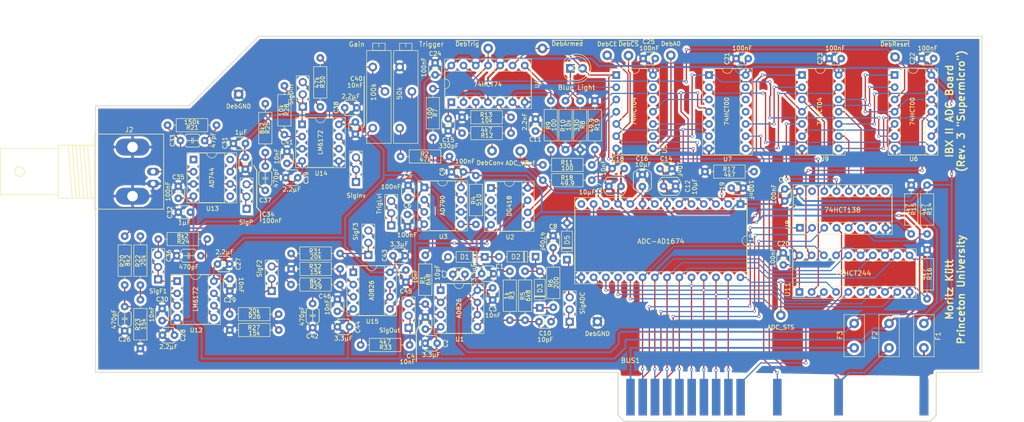
<source format=kicad_pcb>
(kicad_pcb (version 20171130) (host pcbnew 5.0.2-bee76a0~70~ubuntu18.04.1)
  (layers (0 F.Cu signal) (31 B.Cu signal) (34 B.Paste user) (35 F.Paste user) (36 B.SilkS user hide) (37 F.SilkS user) (38 B.Mask user hide) (39 F.Mask user) (44 Edge.Cuts user))
  (net 0 "")
  (net 1 GND)
  (net 2 A0)
  (net 3 A1)
  (net 4 A2)
  (net 5 R/~W)
  (net 6 D0)
  (net 7 D1)
  (net 8 D2)
  (net 9 D3)
  (net 10 D4)
  (net 11 D5)
  (net 12 D6)
  (net 13 D7)
  (net 14 ~DevSel)
  (net 15 Phi1)
  (net 16 +5V)
  (net 17 /Amplifier/SigP)
  (net 18 /Amplifier/SigRaw)
  (net 19 +12V)
  (net 20 /Amplifier/SigPb)
  (net 21 -12V)
  (net 22 /Amplifier/SigOut)
  (net 23 ~Armed)
  (net 24 /Amplifier/SigInv)
  (net 25 /Amplifier/SigInvb)
  (net 26 /Amplifier/SigDiff)
  (net 27 /Amplifier/SigDiffb)
  (net 28 /Amplifier/SigF1)
  (net 29 /Amplifier/SigF1b)
  (net 30 /Amplifier/SigF2)
  (net 31 /Amplifier/SigF2b)
  (net 32 /Amplifier/SigF3)
  (net 33 /Amplifier/SigF3b)
  (net 34 O3)
  (net 35 O2)
  (net 36 O1)
  (net 37 O4)
  (net 38 RD)
  (net 39 ~BufferOE)
  (net 40 "Net-(BUS1-Pad25)")
  (net 41 "Net-(BUS1-Pad50)")
  (net 42 "Net-(BUS1-Pad33)")
  (net 43 "Net-(D1-Pad1)")
  (net 44 "Net-(TP3-Pad1)")
  (net 45 "Net-(R1-Pad2)")
  (net 46 "Net-(TP8-Pad1)")
  (net 47 "Net-(C10-Pad2)")
  (net 48 "Net-(C7-Pad1)")
  (net 49 "Net-(C8-Pad2)")
  (net 50 "Net-(C10-Pad1)")
  (net 51 "Net-(C11-Pad2)")
  (net 52 "Net-(C15-Pad2)")
  (net 53 "Net-(C16-Pad2)")
  (net 54 "Net-(C26-Pad2)")
  (net 55 "Net-(C36-Pad2)")
  (net 56 "Net-(C37-Pad1)")
  (net 57 "Net-(C42-Pad2)")
  (net 58 "Net-(D3-Pad1)")
  (net 59 "Net-(D4-Pad1)")
  (net 60 "Net-(D5-Pad1)")
  (net 61 "Net-(J1-Pad3)")
  (net 62 "Net-(J3-Pad3)")
  (net 63 "Net-(J3-Pad1)")
  (net 64 "Net-(R2-Pad1)")
  (net 65 "Net-(R4-Pad1)")
  (net 66 "Net-(R7-Pad2)")
  (net 67 "Net-(R7-Pad1)")
  (net 68 "Net-(R9-Pad1)")
  (net 69 "Net-(R9-Pad2)")
  (net 70 "Net-(R10-Pad2)")
  (net 71 "Net-(R11-Pad1)")
  (net 72 "Net-(R11-Pad2)")
  (net 73 "Net-(R12-Pad1)")
  (net 74 "Net-(R13-Pad2)")
  (net 75 "Net-(R14-Pad2)")
  (net 76 "Net-(R15-Pad2)")
  (net 77 "Net-(R16-Pad2)")
  (net 78 "Net-(R17-Pad2)")
  (net 79 "Net-(R18-Pad2)")
  (net 80 "Net-(R19-Pad2)")
  (net 81 "Net-(R22-Pad1)")
  (net 82 "Net-(R25-Pad1)")
  (net 83 "Net-(R26-Pad1)")
  (net 84 "Net-(R30-Pad1)")
  (net 85 "Net-(R31-Pad1)")
  (net 86 "Net-(R33-Pad2)")
  (net 87 "Net-(TP6-Pad1)")
  (net 88 "Net-(TP7-Pad1)")
  (net 89 "Net-(TP11-Pad1)")
  (net 90 "Net-(U5-Pad9)")
  (net 91 "Net-(U5-Pad10)")
  (net 92 "Net-(U5-Pad11)")
  (net 93 "Net-(U6-Pad8)")
  (net 94 "Net-(U7-Pad10)")
  (net 95 "Net-(U7-Pad8)")
  (net 96 "Net-(U8-Pad11)")
  (net 97 "Net-(U8-Pad12)")
  (net 98 "Net-(U8-Pad13)")
  (net 99 "Net-(U8-Pad14)")
  (module ibxlib:3-Pin-Header (layer F.Cu) (at 152.1206 131.7244 180)
    (fp_text reference J1)
    (fp_text value SigOut (at 3.937 -0.508) (layer F.SilkS) (effects (font (size 0.889 0.889) (thickness 0.1524))))
    (pad 3 thru_hole oval (at 0 5.08 180) (size 1.7 1.7) (drill 1) (layers *.Cu *.Mask) (net 61 "Net-(J1-Pad3)"))
    (pad 2 thru_hole oval (at 0 2.54 180) (size 1.7 1.7) (drill 1) (layers *.Cu *.Mask) (net 22 /Amplifier/SigOut))
    (pad 1 thru_hole rect (at 0 0 180) (size 1.7 1.7) (drill 1) (layers *.Cu *.Mask) (net 22 /Amplifier/SigOut))
  )
  (module ibxlib:3-Pin-Header (layer F.Cu) (at 148.5138 110.4392 180)
    (fp_text reference J3)
    (fp_text value TrigLvl (at 2.5146 4.5212 270) (layer F.SilkS) (effects (font (size 0.889 0.889) (thickness 0.1524))))
    (pad 3 thru_hole oval (at 0 5.08 180) (size 1.7 1.7) (drill 1) (layers *.Cu *.Mask) (net 62 "Net-(J3-Pad3)"))
    (pad 2 thru_hole oval (at 0 2.54 180) (size 1.7 1.7) (drill 1) (layers *.Cu *.Mask) (net 63 "Net-(J3-Pad1)"))
    (pad 1 thru_hole rect (at 0 0 180) (size 1.7 1.7) (drill 1) (layers *.Cu *.Mask) (net 63 "Net-(J3-Pad1)"))
  )
  (module ibxlib:3-Pin-Header (layer F.Cu) (at 141.1986 101.3968 180)
    (fp_text reference J10)
    (fp_text value SigInv (at -0.0254 -2.8448) (layer F.SilkS) (effects (font (size 0.889 0.889) (thickness 0.1524))))
    (pad 3 thru_hole oval (at 0 5.08 180) (size 1.7 1.7) (drill 1) (layers *.Cu *.Mask) (net 25 /Amplifier/SigInvb))
    (pad 2 thru_hole oval (at 0 2.54 180) (size 1.7 1.7) (drill 1) (layers *.Cu *.Mask) (net 24 /Amplifier/SigInv))
    (pad 1 thru_hole rect (at 0 0 180) (size 1.7 1.7) (drill 1) (layers *.Cu *.Mask) (net 24 /Amplifier/SigInv))
  )
  (module ibxlib:3-Pin-Header (layer F.Cu) (at 130.1496 85.7504 180)
    (fp_text reference J8)
    (fp_text value SigDiff (at 2.45 2.55 270) (layer F.SilkS) (effects (font (size 0.889 0.889) (thickness 0.1524))))
    (pad 3 thru_hole oval (at 0 5.08 180) (size 1.7 1.7) (drill 1) (layers *.Cu *.Mask) (net 27 /Amplifier/SigDiffb))
    (pad 2 thru_hole oval (at 0 2.54 180) (size 1.7 1.7) (drill 1) (layers *.Cu *.Mask) (net 26 /Amplifier/SigDiff))
    (pad 1 thru_hole rect (at 0 0 180) (size 1.7 1.7) (drill 1) (layers *.Cu *.Mask) (net 26 /Amplifier/SigDiff))
  )
  (module ibxlib:3-Pin-Header (layer F.Cu) (at 118.491 106.9848 180)
    (fp_text reference J6)
    (fp_text value SigP (at 0.0762 -2.794) (layer F.SilkS) (effects (font (size 0.889 0.889) (thickness 0.1524))))
    (pad 3 thru_hole oval (at 0 5.08 180) (size 1.7 1.7) (drill 1) (layers *.Cu *.Mask) (net 20 /Amplifier/SigPb))
    (pad 2 thru_hole oval (at 0 2.54 180) (size 1.7 1.7) (drill 1) (layers *.Cu *.Mask) (net 17 /Amplifier/SigP))
    (pad 1 thru_hole rect (at 0 0 180) (size 1.7 1.7) (drill 1) (layers *.Cu *.Mask) (net 17 /Amplifier/SigP))
  )
  (module ibxlib:3-Pin-Header (layer F.Cu) (at 100.1268 121.6406 180)
    (fp_text reference J5)
    (fp_text value SigF1 (at 0 -2.4638) (layer F.SilkS) (effects (font (size 0.889 0.889) (thickness 0.1524))))
    (pad 3 thru_hole oval (at 0 5.08 180) (size 1.7 1.7) (drill 1) (layers *.Cu *.Mask) (net 29 /Amplifier/SigF1b))
    (pad 2 thru_hole oval (at 0 2.54 180) (size 1.7 1.7) (drill 1) (layers *.Cu *.Mask) (net 28 /Amplifier/SigF1))
    (pad 1 thru_hole rect (at 0 0 180) (size 1.7 1.7) (drill 1) (layers *.Cu *.Mask) (net 28 /Amplifier/SigF1))
  )
  (module ibxlib:3-Pin-Header (layer F.Cu) (at 123.698 124.0536 180)
    (fp_text reference J7)
    (fp_text value SigF2 (at 2.54 4.6736 270) (layer F.SilkS) (effects (font (size 0.889 0.889) (thickness 0.1524))))
    (pad 3 thru_hole oval (at 0 5.08 180) (size 1.7 1.7) (drill 1) (layers *.Cu *.Mask) (net 31 /Amplifier/SigF2b))
    (pad 2 thru_hole oval (at 0 2.54 180) (size 1.7 1.7) (drill 1) (layers *.Cu *.Mask) (net 30 /Amplifier/SigF2))
    (pad 1 thru_hole rect (at 0 0 180) (size 1.7 1.7) (drill 1) (layers *.Cu *.Mask) (net 30 /Amplifier/SigF2))
  )
  (module ibxlib:3-Pin-Header (layer F.Cu) (at 143.764 116.586 180)
    (fp_text reference J9)
    (fp_text value SigF3 (at 2.6416 4.8768 270) (layer F.SilkS) (effects (font (size 0.889 0.889) (thickness 0.1524))))
    (pad 3 thru_hole oval (at 0 5.08 180) (size 1.7 1.7) (drill 1) (layers *.Cu *.Mask) (net 33 /Amplifier/SigF3b))
    (pad 2 thru_hole oval (at 0 2.54 180) (size 1.7 1.7) (drill 1) (layers *.Cu *.Mask) (net 32 /Amplifier/SigF3))
    (pad 1 thru_hole rect (at 0 0 180) (size 1.7 1.7) (drill 1) (layers *.Cu *.Mask) (net 32 /Amplifier/SigF3))
  )
  (module ibxlib:3-Pin-Header (layer F.Cu) (at 185.547 130.4544 180)
    (fp_text reference J4)
    (fp_text value SigADC (at -2.667 3.8608 270) (layer F.SilkS) (effects (font (size 0.889 0.889) (thickness 0.1524))))
    (pad 3 thru_hole oval (at 0 5.08 180) (size 1.7 1.7) (drill 1) (layers *.Cu *.Mask) (net 60 "Net-(D5-Pad1)"))
    (pad 2 thru_hole oval (at 0 2.54 180) (size 1.7 1.7) (drill 1) (layers *.Cu *.Mask) (net 47 "Net-(C10-Pad2)"))
    (pad 1 thru_hole rect (at 0 0 180) (size 1.7 1.7) (drill 1) (layers *.Cu *.Mask) (net 47 "Net-(C10-Pad2)"))
  )
  (module ibxlib:TP (layer F.Cu) (at 206.5528 75.0824)
    (fp_text reference TP6)
    (fp_text value DebA0 (at 0 -2.3876) (layer F.SilkS) (effects (font (size 0.889 0.889) (thickness 0.1524))))
    (pad 1 thru_hole circle (at 0 0) (size 2 2) (drill 1) (layers *.Cu *.Mask) (net 87 "Net-(TP6-Pad1)"))
  )
  (module ibxlib:TP (layer F.Cu) (at 193.3448 75.0824)
    (fp_text reference TP7)
    (fp_text value DebCE (at 0 -2.3368) (layer F.SilkS) (effects (font (size 0.889 0.889) (thickness 0.1524))))
    (pad 1 thru_hole circle (at 0 0) (size 2 2) (drill 1) (layers *.Cu *.Mask) (net 88 "Net-(TP7-Pad1)"))
  )
  (module ibxlib:TP (layer F.Cu) (at 197.7644 75.1332)
    (fp_text reference TP8)
    (fp_text value ~DebCS (at 0.0254 -2.3876) (layer F.SilkS) (effects (font (size 0.889 0.889) (thickness 0.1524))))
    (pad 1 thru_hole circle (at 0 0) (size 2 2) (drill 1) (layers *.Cu *.Mask) (net 46 "Net-(TP8-Pad1)"))
  )
  (module ibxlib:TP (layer F.Cu) (at 175.2854 94.996)
    (fp_text reference TP4)
    (fp_text value ADC_VRef (at 0 2.5) (layer F.SilkS) (effects (font (size 0.889 0.889) (thickness 0.1524))))
    (pad 1 thru_hole circle (at 0 0) (size 2 2) (drill 1) (layers *.Cu *.Mask) (net 53 "Net-(C16-Pad2)"))
  )
  (module ibxlib:TP (layer F.Cu) (at 229.3874 129.1082)
    (fp_text reference TP11)
    (fp_text value ADC_STS (at 0 2.5) (layer F.SilkS) (effects (font (size 0.889 0.889) (thickness 0.1524))))
    (pad 1 thru_hole circle (at 0 0) (size 2 2) (drill 1) (layers *.Cu *.Mask) (net 89 "Net-(TP11-Pad1)"))
  )
  (module ibxlib:TP (layer F.Cu) (at 168.6306 73.66)
    (fp_text reference TP1)
    (fp_text value ~DebTrig (at -4.3434 -0.9144) (layer F.SilkS) (effects (font (size 0.889 0.889) (thickness 0.1524))))
    (pad 1 thru_hole circle (at 0 0) (size 2 2) (drill 1) (layers *.Cu *.Mask) (net 67 "Net-(R7-Pad1)"))
  )
  (module ibxlib:TP (layer F.Cu) (at 179.9082 73.66)
    (fp_text reference TP2)
    (fp_text value ~DebArmed (at 5.1562 -0.9652) (layer F.SilkS) (effects (font (size 0.889 0.889) (thickness 0.1524))))
    (pad 1 thru_hole circle (at 0 0) (size 2 2) (drill 1) (layers *.Cu *.Mask) (net 23 ~Armed))
  )
  (module ibxlib:TP (layer F.Cu) (at 253.0856 75.438)
    (fp_text reference TP3)
    (fp_text value ~DebReset (at 0 -2.6416) (layer F.SilkS) (effects (font (size 0.889 0.889) (thickness 0.1524))))
    (pad 1 thru_hole circle (at 0 0) (size 2 2) (drill 1) (layers *.Cu *.Mask) (net 44 "Net-(TP3-Pad1)"))
  )
  (module ibxlib:TP (layer F.Cu) (at 169.4434 94.9452)
    (fp_text reference TP5)
    (fp_text value DebConv (at -0.381 2.4892) (layer F.SilkS) (effects (font (size 0.889 0.889) (thickness 0.1524))))
    (pad 1 thru_hole circle (at 0 0) (size 2 2) (drill 1) (layers *.Cu *.Mask) (net 74 "Net-(R13-Pad2)"))
  )
  (module ibxlib:TP (layer F.Cu) (at 116.84 83.185)
    (fp_text reference TP9)
    (fp_text value DebGND (at 0 2.5) (layer F.SilkS) (effects (font (size 0.889 0.889) (thickness 0.1524))))
    (pad 1 thru_hole circle (at 0 0) (size 2 2) (drill 1) (layers *.Cu *.Mask) (net 1 GND))
  )
  (module ibxlib:TP (layer F.Cu) (at 191.3128 130.4544)
    (fp_text reference TP10)
    (fp_text value DebGND (at 0 2.5) (layer F.SilkS) (effects (font (size 0.889 0.889) (thickness 0.1524))))
    (pad 1 thru_hole circle (at 0 0) (size 2 2) (drill 1) (layers *.Cu *.Mask) (net 1 GND))
  )
  (module ibxlib:BUS_ADC (layer F.Cu) (at 221.0374 146.1352)
    (fp_text reference BUS1 (at -22.86 -7.62) (layer F.SilkS))
    (fp_text value A2_BUS)
    (pad 26 connect rect (at 38.1 0 180) (size 1.778 7.62) (layers B.Cu B.Mask) (net 1 GND))
    (pad 33 connect rect (at 20.32 0 180) (size 1.778 7.62) (layers B.Cu B.Mask) (net 42 "Net-(BUS1-Pad33)"))
    (pad 38 connect rect (at 7.62 0 180) (size 1.778 7.62) (layers B.Cu B.Mask) (net 15 Phi1))
    (pad 41 connect rect (at 0 0 180) (size 1.778 7.62) (layers B.Cu B.Mask) (net 14 ~DevSel))
    (pad 42 connect rect (at -2.54 0 180) (size 1.778 7.62) (layers B.Cu B.Mask) (net 13 D7))
    (pad 43 connect rect (at -5.08 0 180) (size 1.778 7.62) (layers B.Cu B.Mask) (net 12 D6))
    (pad 44 connect rect (at -7.62 0 180) (size 1.778 7.62) (layers B.Cu B.Mask) (net 11 D5))
    (pad 45 connect rect (at -10.16 0 180) (size 1.778 7.62) (layers B.Cu B.Mask) (net 10 D4))
    (pad 46 connect rect (at -12.7 0 180) (size 1.778 7.62) (layers B.Cu B.Mask) (net 9 D3))
    (pad 47 connect rect (at -15.24 0 180) (size 1.778 7.62) (layers B.Cu B.Mask) (net 8 D2))
    (pad 48 connect rect (at -17.78 0 180) (size 1.778 7.62) (layers B.Cu B.Mask) (net 7 D1))
    (pad 49 connect rect (at -20.32 0 180) (size 1.778 7.62) (layers B.Cu B.Mask) (net 6 D0))
    (pad 50 connect rect (at -22.86 0 180) (size 1.778 7.62) (layers B.Cu B.Mask) (net 41 "Net-(BUS1-Pad50)"))
    (pad 25 connect rect (at 38.1 0 180) (size 1.778 7.62) (layers F.Cu F.Mask) (net 40 "Net-(BUS1-Pad25)"))
    (pad 18 connect rect (at 20.32 0 180) (size 1.778 7.62) (layers F.Cu F.Mask) (net 5 R/~W))
    (pad 4 connect rect (at -15.24 0 180) (size 1.778 7.62) (layers F.Cu F.Mask) (net 4 A2))
    (pad 3 connect rect (at -17.78 0 180) (size 1.778 7.62) (layers F.Cu F.Mask) (net 3 A1))
    (pad 2 connect rect (at -20.32 0 180) (size 1.778 7.62) (layers F.Cu F.Mask) (net 2 A0))
  )
  (module ibxlib:FG28 (layer F.Cu) (at 132.207 131.699 90)
    (fp_text reference C42 (at -1.778 -0.0635 180) (layer F.SilkS) (effects (font (size 0.889 0.889) (thickness 0.1524))))
    (fp_text value 470pF (at 2.4 -2.2 90) (layer F.SilkS) (effects (font (size 0.889 0.889) (thickness 0.1524))))
    (pad 2 thru_hole circle (at 5 0 90) (size 1.6 1.6) (drill 0.7) (layers *.Cu *.Mask) (net 57 "Net-(C42-Pad2)"))
    (pad 1 thru_hole circle (at 0 0 90) (size 1.6 1.6) (drill 0.7) (layers *.Cu *.Mask) (net 1 GND))
  )
  (module ibxlib:FG28 (layer F.Cu) (at 104.775 92.8116)
    (fp_text reference C33 (at -1.65 0 90) (layer F.SilkS) (effects (font (size 0.889 0.889) (thickness 0.1524))))
    (fp_text value 47pF (at 6.7945 -0.1016 90) (layer F.SilkS) (effects (font (size 0.889 0.889) (thickness 0.1524))))
    (pad 2 thru_hole circle (at 5 0) (size 1.6 1.6) (drill 0.7) (layers *.Cu *.Mask) (net 17 /Amplifier/SigP))
    (pad 1 thru_hole circle (at 0 0) (size 1.6 1.6) (drill 0.7) (layers *.Cu *.Mask) (net 18 /Amplifier/SigRaw))
  )
  (module ibxlib:FG28 (layer F.Cu) (at 122.3772 98.1456 270)
    (fp_text reference C37 (at 7.0739 0) (layer F.SilkS) (effects (font (size 0.889 0.889) (thickness 0.1524))))
    (fp_text value 470pF (at 2.4 -2.2 270) (layer F.SilkS) (effects (font (size 0.889 0.889) (thickness 0.1524))))
    (pad 2 thru_hole circle (at 5 0 270) (size 1.6 1.6) (drill 0.7) (layers *.Cu *.Mask) (net 20 /Amplifier/SigPb))
    (pad 1 thru_hole circle (at 0 0 270) (size 1.6 1.6) (drill 0.7) (layers *.Cu *.Mask) (net 56 "Net-(C37-Pad1)"))
  )
  (module ibxlib:FG28 (layer F.Cu) (at 93.1926 132.334 90)
    (fp_text reference C26 (at -1.778 -0.0381 180) (layer F.SilkS) (effects (font (size 0.889 0.889) (thickness 0.1524))))
    (fp_text value 470pF (at 2.4 -2.2 90) (layer F.SilkS) (effects (font (size 0.889 0.889) (thickness 0.1524))))
    (pad 2 thru_hole circle (at 5 0 90) (size 1.6 1.6) (drill 0.7) (layers *.Cu *.Mask) (net 54 "Net-(C26-Pad2)"))
    (pad 1 thru_hole circle (at 0 0 90) (size 1.6 1.6) (drill 0.7) (layers *.Cu *.Mask) (net 1 GND))
  )
  (module ibxlib:FG28 (layer F.Cu) (at 103.9876 116.7384)
    (fp_text reference C36 (at -1.65 0 90) (layer F.SilkS) (effects (font (size 0.889 0.889) (thickness 0.1524))))
    (fp_text value 470pF (at 2.4892 2.3368 180) (layer F.SilkS) (effects (font (size 0.889 0.889) (thickness 0.1524))))
    (pad 2 thru_hole circle (at 5 0) (size 1.6 1.6) (drill 0.7) (layers *.Cu *.Mask) (net 55 "Net-(C36-Pad2)"))
    (pad 1 thru_hole circle (at 0 0) (size 1.6 1.6) (drill 0.7) (layers *.Cu *.Mask) (net 1 GND))
  )
  (module ibxlib:FG14 (layer F.Cu) (at 167.2844 120.4722)
    (fp_text reference C1 (at 3.7592 -1.4986 180) (layer F.SilkS) (effects (font (size 0.889 0.889) (thickness 0.1524))))
    (fp_text value 3.3µF (at -1.6256 -0.2286 90) (layer F.SilkS) (effects (font (size 0.889 0.889) (thickness 0.1524))))
    (pad 2 thru_hole circle (at 2.5 0) (size 1.6 1.6) (drill 0.7) (layers *.Cu *.Mask) (net 1 GND))
    (pad 1 thru_hole circle (at 0 0) (size 1.6 1.6) (drill 0.7) (layers *.Cu *.Mask) (net 19 +12V))
  )
  (module ibxlib:FG14 (layer F.Cu) (at 158.0496 134.9248 180)
    (fp_text reference C2 (at -1.75 -0.05 270) (layer F.SilkS) (effects (font (size 0.889 0.889) (thickness 0.1524))))
    (fp_text value 3.3µF (at 1.25 -2.4) (layer F.SilkS) (effects (font (size 0.889 0.889) (thickness 0.1524))))
    (pad 2 thru_hole circle (at 2.5 0 180) (size 1.6 1.6) (drill 0.7) (layers *.Cu *.Mask) (net 1 GND))
    (pad 1 thru_hole circle (at 0 0 180) (size 1.6 1.6) (drill 0.7) (layers *.Cu *.Mask) (net 21 -12V))
  )
  (module ibxlib:FG14 (layer F.Cu) (at 138.8618 86.0044)
    (fp_text reference C38 (at -1.75 -0.05 90) (layer F.SilkS) (effects (font (size 0.889 0.889) (thickness 0.1524))))
    (fp_text value 2.2µF (at 1.25 -2.4 180) (layer F.SilkS) (effects (font (size 0.889 0.889) (thickness 0.1524))))
    (pad 2 thru_hole circle (at 2.5 0) (size 1.6 1.6) (drill 0.7) (layers *.Cu *.Mask) (net 1 GND))
    (pad 1 thru_hole circle (at 0 0) (size 1.6 1.6) (drill 0.7) (layers *.Cu *.Mask) (net 19 +12V))
  )
  (module ibxlib:FG14 (layer F.Cu) (at 129.1082 100.5332 180)
    (fp_text reference C39 (at -1.75 -0.05 270) (layer F.SilkS) (effects (font (size 0.889 0.889) (thickness 0.1524))))
    (fp_text value 2.2µF (at 1.25 -2.4) (layer F.SilkS) (effects (font (size 0.889 0.889) (thickness 0.1524))))
    (pad 2 thru_hole circle (at 2.5 0 180) (size 1.6 1.6) (drill 0.7) (layers *.Cu *.Mask) (net 1 GND))
    (pad 1 thru_hole circle (at 0 0 180) (size 1.6 1.6) (drill 0.7) (layers *.Cu *.Mask) (net 21 -12V))
  )
  (module ibxlib:FG14 (layer F.Cu) (at 112.4712 118.4656)
    (fp_text reference C27 (at 4.318 0 -90) (layer F.SilkS) (effects (font (size 0.889 0.889) (thickness 0.1524))))
    (fp_text value 2.2µF (at 1.4732 -2.4892 180) (layer F.SilkS) (effects (font (size 0.889 0.889) (thickness 0.1524))))
    (pad 2 thru_hole circle (at 2.5 0) (size 1.6 1.6) (drill 0.7) (layers *.Cu *.Mask) (net 1 GND))
    (pad 1 thru_hole circle (at 0 0) (size 1.6 1.6) (drill 0.7) (layers *.Cu *.Mask) (net 19 +12V))
  )
  (module ibxlib:FG14 (layer F.Cu) (at 148.8948 116.7384)
    (fp_text reference C43 (at -1.75 -0.05 90) (layer F.SilkS) (effects (font (size 0.889 0.889) (thickness 0.1524))))
    (fp_text value 3.3µF (at 1.25 -2.4 180) (layer F.SilkS) (effects (font (size 0.889 0.889) (thickness 0.1524))))
    (pad 2 thru_hole circle (at 2.5 0) (size 1.6 1.6) (drill 0.7) (layers *.Cu *.Mask) (net 1 GND))
    (pad 1 thru_hole circle (at 0 0) (size 1.6 1.6) (drill 0.7) (layers *.Cu *.Mask) (net 19 +12V))
  )
  (module ibxlib:FG14 (layer F.Cu) (at 103.5304 133.2484 180)
    (fp_text reference C28 (at -1.75 -0.05 270) (layer F.SilkS) (effects (font (size 0.889 0.889) (thickness 0.1524))))
    (fp_text value 2.2µF (at 1.25 -2.4) (layer F.SilkS) (effects (font (size 0.889 0.889) (thickness 0.1524))))
    (pad 2 thru_hole circle (at 2.5 0 180) (size 1.6 1.6) (drill 0.7) (layers *.Cu *.Mask) (net 1 GND))
    (pad 1 thru_hole circle (at 0 0 180) (size 1.6 1.6) (drill 0.7) (layers *.Cu *.Mask) (net 21 -12V))
  )
  (module ibxlib:FG14 (layer F.Cu) (at 139.8524 131.5212 180)
    (fp_text reference C44 (at -1.75 -0.05 270) (layer F.SilkS) (effects (font (size 0.889 0.889) (thickness 0.1524))))
    (fp_text value 3.3µF (at 1.25 -2.4) (layer F.SilkS) (effects (font (size 0.889 0.889) (thickness 0.1524))))
    (pad 2 thru_hole circle (at 2.5 0 180) (size 1.6 1.6) (drill 0.7) (layers *.Cu *.Mask) (net 1 GND))
    (pad 1 thru_hole circle (at 0 0 180) (size 1.6 1.6) (drill 0.7) (layers *.Cu *.Mask) (net 21 -12V))
  )
  (module ibxlib:FG16 (layer F.Cu) (at 200.6346 99.8728 270)
    (fp_text reference C16 (at -3.302 0.0762) (layer F.SilkS) (effects (font (size 0.889 0.889) (thickness 0.14224))))
    (fp_text value 10µF (at -2.0828 -0.1778) (layer F.SilkS) (effects (font (size 0.889 0.889) (thickness 0.1524))))
    (pad 2 thru_hole circle (at 2.5 0 270) (size 1.6 1.6) (drill 0.7) (layers *.Cu *.Mask) (net 53 "Net-(C16-Pad2)"))
    (pad 1 thru_hole circle (at 0 0 270) (size 1.6 1.6) (drill 0.7) (layers *.Cu *.Mask) (net 1 GND))
  )
  (module ibxlib:FG16 (layer F.Cu) (at 207.5434 102.3112 180)
    (fp_text reference C12 (at -2.5 0 270) (layer F.SilkS) (effects (font (size 0.889 0.889) (thickness 0.14224))))
    (fp_text value 10µF (at -3.937 -0.0508 270) (layer F.SilkS) (effects (font (size 0.889 0.889) (thickness 0.1524))))
    (pad 2 thru_hole circle (at 2.5 0 180) (size 1.6 1.6) (drill 0.7) (layers *.Cu *.Mask) (net 19 +12V))
    (pad 1 thru_hole circle (at 0 0 180) (size 1.6 1.6) (drill 0.7) (layers *.Cu *.Mask) (net 1 GND))
  )
  (module ibxlib:FG16 (layer F.Cu) (at 193.7004 102.3112)
    (fp_text reference C17 (at -1.9812 0.508 90) (layer F.SilkS) (effects (font (size 0.889 0.889) (thickness 0.14224))))
    (fp_text value 10µF (at -4.5212 1.2192 180) (layer F.SilkS) (effects (font (size 0.889 0.889) (thickness 0.1524))))
    (pad 2 thru_hole circle (at 2.5 0) (size 1.6 1.6) (drill 0.7) (layers *.Cu *.Mask) (net 21 -12V))
    (pad 1 thru_hole circle (at 0 0) (size 1.6 1.6) (drill 0.7) (layers *.Cu *.Mask) (net 1 GND))
  )
  (module ibxlib:FG18 (layer F.Cu) (at 106.8324 107.696 180)
    (fp_text reference C32 (at 4.2672 -0.0508 270) (layer F.SilkS) (effects (font (size 0.889 0.889) (thickness 0.1524))))
    (fp_text value 1µF (at 1.25 -2.15 unlocked) (layer F.SilkS) (effects (font (size 0.889 0.889) (thickness 0.1524))))
    (pad 2 thru_hole circle (at 2.5 0 180) (size 1.6 1.6) (drill 0.7) (layers *.Cu *.Mask) (net 1 GND))
    (pad 1 thru_hole circle (at 0 0 180) (size 1.6 1.6) (drill 0.7) (layers *.Cu *.Mask) (net 21 -12V))
  )
  (module ibxlib:FG18 (layer F.Cu) (at 204.2922 98.6536)
    (fp_text reference C14 (at 1.2954 -2.0828 180) (layer F.SilkS) (effects (font (size 0.889 0.889) (thickness 0.1524))))
    (fp_text value 10nF (at 4.1402 0.1016 270 unlocked) (layer F.SilkS) (effects (font (size 0.889 0.889) (thickness 0.1524))))
    (pad 2 thru_hole circle (at 2.5 0) (size 1.6 1.6) (drill 0.7) (layers *.Cu *.Mask) (net 1 GND))
    (pad 1 thru_hole circle (at 0 0) (size 1.6 1.6) (drill 0.7) (layers *.Cu *.Mask) (net 19 +12V))
  )
  (module ibxlib:FG18 (layer F.Cu) (at 229.8954 116.1542 270)
    (fp_text reference C20 (at -1.9 0) (layer F.SilkS) (effects (font (size 0.889 0.889) (thickness 0.1524))))
    (fp_text value 100nF (at 1.0414 2.159 90 unlocked) (layer F.SilkS) (effects (font (size 0.889 0.889) (thickness 0.1524))))
    (pad 2 thru_hole circle (at 2.5 0 270) (size 1.6 1.6) (drill 0.7) (layers *.Cu *.Mask) (net 16 +5V))
    (pad 1 thru_hole circle (at 0 0 270) (size 1.6 1.6) (drill 0.7) (layers *.Cu *.Mask) (net 1 GND))
  )
  (module ibxlib:FG18 (layer F.Cu) (at 196.8754 98.6282 180)
    (fp_text reference C18 (at 1.3462 2.0066) (layer F.SilkS) (effects (font (size 0.889 0.889) (thickness 0.1524))))
    (fp_text value 10nF (at 4.2926 0.127 90 unlocked) (layer F.SilkS) (effects (font (size 0.889 0.889) (thickness 0.1524))))
    (pad 2 thru_hole circle (at 2.5 0 180) (size 1.6 1.6) (drill 0.7) (layers *.Cu *.Mask) (net 1 GND))
    (pad 1 thru_hole circle (at 0 0 180) (size 1.6 1.6) (drill 0.7) (layers *.Cu *.Mask) (net 21 -12V))
  )
  (module ibxlib:FG18 (layer F.Cu) (at 157.6324 76.6572 270)
    (fp_text reference C24 (at -1.9 0) (layer F.SilkS) (effects (font (size 0.889 0.889) (thickness 0.1524))))
    (fp_text value 100nF (at 0.9144 2.3368 90 unlocked) (layer F.SilkS) (effects (font (size 0.889 0.889) (thickness 0.1524))))
    (pad 2 thru_hole circle (at 2.5 0 270) (size 1.6 1.6) (drill 0.7) (layers *.Cu *.Mask) (net 16 +5V))
    (pad 1 thru_hole circle (at 0 0 270) (size 1.6 1.6) (drill 0.7) (layers *.Cu *.Mask) (net 1 GND))
  )
  (module ibxlib:FG18 (layer F.Cu) (at 200.8124 75.7682)
    (fp_text reference C25 (at 1.1176 -3.5306 180) (layer F.SilkS) (effects (font (size 0.889 0.889) (thickness 0.1524))))
    (fp_text value 100nF (at 1.25 -2.15 unlocked) (layer F.SilkS) (effects (font (size 0.889 0.889) (thickness 0.1524))))
    (pad 2 thru_hole circle (at 2.5 0) (size 1.6 1.6) (drill 0.7) (layers *.Cu *.Mask) (net 16 +5V))
    (pad 1 thru_hole circle (at 0 0) (size 1.6 1.6) (drill 0.7) (layers *.Cu *.Mask) (net 1 GND))
  )
  (module ibxlib:FG18 (layer F.Cu) (at 178.4604 88.3412 270)
    (fp_text reference C11 (at 4.2164 0.0508) (layer F.SilkS) (effects (font (size 0.889 0.889) (thickness 0.1524))))
    (fp_text value 2.2nF (at 0.5588 2.2352 90 unlocked) (layer F.SilkS) (effects (font (size 0.889 0.889) (thickness 0.1524))))
    (pad 2 thru_hole circle (at 2.5 0 270) (size 1.6 1.6) (drill 0.7) (layers *.Cu *.Mask) (net 51 "Net-(C11-Pad2)"))
    (pad 1 thru_hole circle (at 0 0 270) (size 1.6 1.6) (drill 0.7) (layers *.Cu *.Mask) (net 1 GND))
  )
  (module ibxlib:FG18 (layer F.Cu) (at 258.5974 75.7682)
    (fp_text reference C22 (at -1.9 0 90) (layer F.SilkS) (effects (font (size 0.889 0.889) (thickness 0.1524))))
    (fp_text value 100nF (at 1.25 -2.15 unlocked) (layer F.SilkS) (effects (font (size 0.889 0.889) (thickness 0.1524))))
    (pad 2 thru_hole circle (at 2.5 0) (size 1.6 1.6) (drill 0.7) (layers *.Cu *.Mask) (net 16 +5V))
    (pad 1 thru_hole circle (at 0 0) (size 1.6 1.6) (drill 0.7) (layers *.Cu *.Mask) (net 1 GND))
  )
  (module ibxlib:FG18 (layer F.Cu) (at 239.4204 75.7682)
    (fp_text reference C23 (at -1.9 0 90) (layer F.SilkS) (effects (font (size 0.889 0.889) (thickness 0.1524))))
    (fp_text value 100nF (at 1.25 -2.15 unlocked) (layer F.SilkS) (effects (font (size 0.889 0.889) (thickness 0.1524))))
    (pad 2 thru_hole circle (at 2.5 0) (size 1.6 1.6) (drill 0.7) (layers *.Cu *.Mask) (net 16 +5V))
    (pad 1 thru_hole circle (at 0 0) (size 1.6 1.6) (drill 0.7) (layers *.Cu *.Mask) (net 1 GND))
  )
  (module ibxlib:FG18 (layer F.Cu) (at 220.1164 75.7682)
    (fp_text reference C21 (at -1.9 0 90) (layer F.SilkS) (effects (font (size 0.889 0.889) (thickness 0.1524))))
    (fp_text value 100nF (at 1.25 -2.15 unlocked) (layer F.SilkS) (effects (font (size 0.889 0.889) (thickness 0.1524))))
    (pad 2 thru_hole circle (at 2.5 0) (size 1.6 1.6) (drill 0.7) (layers *.Cu *.Mask) (net 16 +5V))
    (pad 1 thru_hole circle (at 0 0) (size 1.6 1.6) (drill 0.7) (layers *.Cu *.Mask) (net 1 GND))
  )
  (module ibxlib:FG18 (layer F.Cu) (at 219.1004 102.6922)
    (fp_text reference C19 (at -1.9 0 90) (layer F.SilkS) (effects (font (size 0.889 0.889) (thickness 0.1524))))
    (fp_text value 100nF (at 4.1656 0.381 270 unlocked) (layer F.SilkS) (effects (font (size 0.889 0.889) (thickness 0.1524))))
    (pad 2 thru_hole circle (at 2.5 0) (size 1.6 1.6) (drill 0.7) (layers *.Cu *.Mask) (net 1 GND))
    (pad 1 thru_hole circle (at 0 0) (size 1.6 1.6) (drill 0.7) (layers *.Cu *.Mask) (net 16 +5V))
  )
  (module ibxlib:FG18 (layer F.Cu) (at 230.2002 102.87 270)
    (fp_text reference C13 (at -1.9 0) (layer F.SilkS) (effects (font (size 0.889 0.889) (thickness 0.1524))))
    (fp_text value 100nF (at 1.0668 2.2606 90 unlocked) (layer F.SilkS) (effects (font (size 0.889 0.889) (thickness 0.1524))))
    (pad 2 thru_hole circle (at 2.5 0 270) (size 1.6 1.6) (drill 0.7) (layers *.Cu *.Mask) (net 1 GND))
    (pad 1 thru_hole circle (at 0 0 270) (size 1.6 1.6) (drill 0.7) (layers *.Cu *.Mask) (net 16 +5V))
  )
  (module ibxlib:FG18 (layer F.Cu) (at 152.019 104.6226 90)
    (fp_text reference C5 (at 4.5974 -0.0254 180) (layer F.SilkS) (effects (font (size 0.889 0.889) (thickness 0.1524))))
    (fp_text value 100nF (at 2.2098 -3.5814 unlocked) (layer F.SilkS) (effects (font (size 0.889 0.889) (thickness 0.1524))))
    (pad 2 thru_hole circle (at 2.5 0 90) (size 1.6 1.6) (drill 0.7) (layers *.Cu *.Mask) (net 1 GND))
    (pad 1 thru_hole circle (at 0 0 90) (size 1.6 1.6) (drill 0.7) (layers *.Cu *.Mask) (net 19 +12V))
  )
  (module ibxlib:FG18 (layer F.Cu) (at 151.892 108.1786 270)
    (fp_text reference C6 (at -1.9 0) (layer F.SilkS) (effects (font (size 0.889 0.889) (thickness 0.1524))))
    (fp_text value 100nF (at 4.2418 0.1016 unlocked) (layer F.SilkS) (effects (font (size 0.889 0.889) (thickness 0.1524))))
    (pad 2 thru_hole circle (at 2.5 0 270) (size 1.6 1.6) (drill 0.7) (layers *.Cu *.Mask) (net 1 GND))
    (pad 1 thru_hole circle (at 0 0 270) (size 1.6 1.6) (drill 0.7) (layers *.Cu *.Mask) (net 21 -12V))
  )
  (module ibxlib:FG18 (layer F.Cu) (at 160.3502 90.7796 90)
    (fp_text reference C15 (at -1.9 0 180) (layer F.SilkS) (effects (font (size 0.889 0.889) (thickness 0.1524))))
    (fp_text value 330pF (at -3.1496 0.0762 unlocked) (layer F.SilkS) (effects (font (size 0.889 0.889) (thickness 0.1524))))
    (pad 2 thru_hole circle (at 2.5 0 90) (size 1.6 1.6) (drill 0.7) (layers *.Cu *.Mask) (net 52 "Net-(C15-Pad2)"))
    (pad 1 thru_hole circle (at 0 0 90) (size 1.6 1.6) (drill 0.7) (layers *.Cu *.Mask) (net 1 GND))
  )
  (module ibxlib:FG18 (layer F.Cu) (at 182.118 112.5728 270)
    (fp_text reference C8 (at -1.9 0) (layer F.SilkS) (effects (font (size 0.889 0.889) (thickness 0.1524))))
    (fp_text value 470pF (at 1.25 2.159 270 unlocked) (layer F.SilkS) (effects (font (size 0.889 0.889) (thickness 0.1524))))
    (pad 2 thru_hole circle (at 2.5 0 270) (size 1.6 1.6) (drill 0.7) (layers *.Cu *.Mask) (net 49 "Net-(C8-Pad2)"))
    (pad 1 thru_hole circle (at 0 0 270) (size 1.6 1.6) (drill 0.7) (layers *.Cu *.Mask) (net 1 GND))
  )
  (module ibxlib:FG18 (layer F.Cu) (at 169.5704 125.9332 90)
    (fp_text reference C3 (at -1.9 0 180) (layer F.SilkS) (effects (font (size 0.889 0.889) (thickness 0.1524))))
    (fp_text value 10nF (at -3.2004 0.0508 unlocked) (layer F.SilkS) (effects (font (size 0.889 0.889) (thickness 0.1524))))
    (pad 2 thru_hole circle (at 2.5 0 90) (size 1.6 1.6) (drill 0.7) (layers *.Cu *.Mask) (net 19 +12V))
    (pad 1 thru_hole circle (at 0 0 90) (size 1.6 1.6) (drill 0.7) (layers *.Cu *.Mask) (net 1 GND))
  )
  (module ibxlib:FG18 (layer F.Cu) (at 181.6862 130.4544 180)
    (fp_text reference C10 (at 1.2446 -2.3876) (layer F.SilkS) (effects (font (size 0.889 0.889) (thickness 0.1524))))
    (fp_text value 10pF (at 1.1938 -3.7084 unlocked) (layer F.SilkS) (effects (font (size 0.889 0.889) (thickness 0.1524))))
    (pad 2 thru_hole circle (at 2.5 0 180) (size 1.6 1.6) (drill 0.7) (layers *.Cu *.Mask) (net 47 "Net-(C10-Pad2)"))
    (pad 1 thru_hole circle (at 0 0 180) (size 1.6 1.6) (drill 0.7) (layers *.Cu *.Mask) (net 50 "Net-(C10-Pad1)"))
  )
  (module ibxlib:FG18 (layer F.Cu) (at 155.6004 129.4892 270)
    (fp_text reference C4 (at 8.0772 3.048) (layer F.SilkS) (effects (font (size 0.889 0.889) (thickness 0.1524))))
    (fp_text value 10nF (at 9.2964 3.7084 unlocked) (layer F.SilkS) (effects (font (size 0.889 0.889) (thickness 0.1524))))
    (pad 2 thru_hole circle (at 2.5 0 270) (size 1.6 1.6) (drill 0.7) (layers *.Cu *.Mask) (net 21 -12V))
    (pad 1 thru_hole circle (at 0 0 270) (size 1.6 1.6) (drill 0.7) (layers *.Cu *.Mask) (net 1 GND))
  )
  (module ibxlib:FG18 (layer F.Cu) (at 161.3154 120.5992)
    (fp_text reference C7 (at -1.7018 -0.0508 90) (layer F.SilkS) (effects (font (size 0.889 0.889) (thickness 0.1524))))
    (fp_text value 10pF (at -3.2258 -0.3556 90 unlocked) (layer F.SilkS) (effects (font (size 0.889 0.889) (thickness 0.1524))))
    (pad 2 thru_hole circle (at 2.5 0) (size 1.6 1.6) (drill 0.7) (layers *.Cu *.Mask) (net 47 "Net-(C10-Pad2)"))
    (pad 1 thru_hole circle (at 0 0) (size 1.6 1.6) (drill 0.7) (layers *.Cu *.Mask) (net 48 "Net-(C7-Pad1)"))
  )
  (module ibxlib:FG18 (layer F.Cu) (at 141.0716 91.4654 90)
    (fp_text reference C40 (at 11.5062 0.2032 180) (layer F.SilkS) (effects (font (size 0.889 0.889) (thickness 0.1524))))
    (fp_text value 10nF (at 10.1346 -0.0508 unlocked) (layer F.SilkS) (effects (font (size 0.889 0.889) (thickness 0.1524))))
    (pad 2 thru_hole circle (at 2.5 0 90) (size 1.6 1.6) (drill 0.7) (layers *.Cu *.Mask) (net 19 +12V))
    (pad 1 thru_hole circle (at 0 0 90) (size 1.6 1.6) (drill 0.7) (layers *.Cu *.Mask) (net 1 GND))
  )
  (module ibxlib:FG18 (layer F.Cu) (at 118.2624 93.4212 180)
    (fp_text reference C31 (at 4.2672 0.1143 270) (layer F.SilkS) (effects (font (size 0.889 0.889) (thickness 0.1524))))
    (fp_text value 1µF (at 0.9017 2.3368 unlocked) (layer F.SilkS) (effects (font (size 0.889 0.889) (thickness 0.1524))))
    (pad 2 thru_hole circle (at 2.5 0 180) (size 1.6 1.6) (drill 0.7) (layers *.Cu *.Mask) (net 1 GND))
    (pad 1 thru_hole circle (at 0 0 180) (size 1.6 1.6) (drill 0.7) (layers *.Cu *.Mask) (net 19 +12V))
  )
  (module ibxlib:FG18 (layer F.Cu) (at 118.237 98.7552 90)
    (fp_text reference C34 (at -9.398 4.7498 180) (layer F.SilkS) (effects (font (size 0.889 0.889) (thickness 0.1524))))
    (fp_text value 100nF (at -10.7188 5.5626 unlocked) (layer F.SilkS) (effects (font (size 0.889 0.889) (thickness 0.1524))))
    (pad 2 thru_hole circle (at 2.5 0 90) (size 1.6 1.6) (drill 0.7) (layers *.Cu *.Mask) (net 19 +12V))
    (pad 1 thru_hole circle (at 0 0 90) (size 1.6 1.6) (drill 0.7) (layers *.Cu *.Mask) (net 1 GND))
  )
  (module ibxlib:FG18 (layer F.Cu) (at 126.873 95.0468 270)
    (fp_text reference C41 (at -1.9 0) (layer F.SilkS) (effects (font (size 0.889 0.889) (thickness 0.1524))))
    (fp_text value 10nF (at 1.0287 2.0955 90 unlocked) (layer F.SilkS) (effects (font (size 0.889 0.889) (thickness 0.1524))))
    (pad 2 thru_hole circle (at 2.5 0 270) (size 1.6 1.6) (drill 0.7) (layers *.Cu *.Mask) (net 21 -12V))
    (pad 1 thru_hole circle (at 0 0 270) (size 1.6 1.6) (drill 0.7) (layers *.Cu *.Mask) (net 1 GND))
  )
  (module ibxlib:FG18 (layer F.Cu) (at 104.3178 102.3004 270)
    (fp_text reference C35 (at -1.9 0) (layer F.SilkS) (effects (font (size 0.889 0.889) (thickness 0.1524))))
    (fp_text value 100nF (at 1.0776 2.1463 90 unlocked) (layer F.SilkS) (effects (font (size 0.889 0.889) (thickness 0.1524))))
    (pad 2 thru_hole circle (at 2.5 0 270) (size 1.6 1.6) (drill 0.7) (layers *.Cu *.Mask) (net 21 -12V))
    (pad 1 thru_hole circle (at 0 0 270) (size 1.6 1.6) (drill 0.7) (layers *.Cu *.Mask) (net 1 GND))
  )
  (module ibxlib:FG18 (layer F.Cu) (at 115.0112 124.0536 90)
    (fp_text reference C29 (at -1.9 0 180) (layer F.SilkS) (effects (font (size 0.889 0.889) (thickness 0.1524))))
    (fp_text value 10nF (at 1.2192 2.3368 270 unlocked) (layer F.SilkS) (effects (font (size 0.889 0.889) (thickness 0.1524))))
    (pad 2 thru_hole circle (at 2.5 0 90) (size 1.6 1.6) (drill 0.7) (layers *.Cu *.Mask) (net 19 +12V))
    (pad 1 thru_hole circle (at 0 0 90) (size 1.6 1.6) (drill 0.7) (layers *.Cu *.Mask) (net 1 GND))
  )
  (module ibxlib:FG18 (layer F.Cu) (at 151.5618 122.2248 90)
    (fp_text reference C45 (at -1.9 0 180) (layer F.SilkS) (effects (font (size 0.889 0.889) (thickness 0.1524))))
    (fp_text value 10nF (at 1.1684 2.0066 90 unlocked) (layer F.SilkS) (effects (font (size 0.762 0.762) (thickness 0.1524))))
    (pad 2 thru_hole circle (at 2.5 0 90) (size 1.6 1.6) (drill 0.7) (layers *.Cu *.Mask) (net 19 +12V))
    (pad 1 thru_hole circle (at 0 0 90) (size 1.6 1.6) (drill 0.7) (layers *.Cu *.Mask) (net 1 GND))
  )
  (module ibxlib:FG18 (layer F.Cu) (at 100.965 127.7112 270)
    (fp_text reference C30 (at -1.9 0) (layer F.SilkS) (effects (font (size 0.889 0.889) (thickness 0.1524))))
    (fp_text value 10nF (at 1.1938 2.159 90 unlocked) (layer F.SilkS) (effects (font (size 0.889 0.889) (thickness 0.1524))))
    (pad 2 thru_hole circle (at 2.5 0 270) (size 1.6 1.6) (drill 0.7) (layers *.Cu *.Mask) (net 21 -12V))
    (pad 1 thru_hole circle (at 0 0 270) (size 1.6 1.6) (drill 0.7) (layers *.Cu *.Mask) (net 1 GND))
  )
  (module ibxlib:FG18 (layer F.Cu) (at 137.3378 125.7808 270)
    (fp_text reference C46 (at -0.6223 2.5908) (layer F.SilkS) (effects (font (size 0.889 0.889) (thickness 0.1524))))
    (fp_text value 10nF (at 1.6637 2.0828 90 unlocked) (layer F.SilkS) (effects (font (size 0.889 0.889) (thickness 0.1524))))
    (pad 2 thru_hole circle (at 2.5 0 270) (size 1.6 1.6) (drill 0.7) (layers *.Cu *.Mask) (net 21 -12V))
    (pad 1 thru_hole circle (at 0 0 270) (size 1.6 1.6) (drill 0.7) (layers *.Cu *.Mask) (net 1 GND))
  )
  (module ibxlib:FG18 (layer F.Cu) (at 161.0106 99.314)
    (fp_text reference C9 (at -1.9 0 90) (layer F.SilkS) (effects (font (size 0.889 0.889) (thickness 0.1524))))
    (fp_text value 100nF (at 2.8194 -2.1844 unlocked) (layer F.SilkS) (effects (font (size 0.889 0.889) (thickness 0.1524))))
    (pad 2 thru_hole circle (at 2.5 0) (size 1.6 1.6) (drill 0.7) (layers *.Cu *.Mask) (net 16 +5V))
    (pad 1 thru_hole circle (at 0 0) (size 1.6 1.6) (drill 0.7) (layers *.Cu *.Mask) (net 1 GND))
  )
  (module ibxlib:Resistor (layer F.Cu) (at 155.575 126.7968 90)
    (fp_text reference R1 (at 5 -0.5 90) (layer F.SilkS) (effects (font (size 0.889 0.889) (thickness 0.1524))))
    (fp_text value 6k8 (at 5.1 0.65 90) (layer F.SilkS) (effects (font (size 0.889 0.889) (thickness 0.1524))))
    (pad 2 thru_hole oval (at 10.16 0 90) (size 1.6 1.6) (drill 0.7) (layers *.Cu *.Mask) (net 45 "Net-(R1-Pad2)"))
    (pad 1 thru_hole circle (at 0 0 90) (size 1.6 1.6) (drill 0.7) (layers *.Cu *.Mask) (net 61 "Net-(J1-Pad3)"))
  )
  (module ibxlib:Resistor (layer F.Cu) (at 150.4442 96.1136)
    (fp_text reference R2 (at 5 -0.5) (layer F.SilkS) (effects (font (size 0.889 0.889) (thickness 0.1524))))
    (fp_text value 47k (at 5.1 0.65) (layer F.SilkS) (effects (font (size 0.889 0.889) (thickness 0.1524))))
    (pad 2 thru_hole oval (at 10.16 0) (size 1.6 1.6) (drill 0.7) (layers *.Cu *.Mask) (net 16 +5V))
    (pad 1 thru_hole circle (at 0 0) (size 1.6 1.6) (drill 0.7) (layers *.Cu *.Mask) (net 64 "Net-(R2-Pad1)"))
  )
  (module ibxlib:Resistor (layer F.Cu) (at 259.7404 115.5192 270)
    (fp_text reference R16 (at 5 -0.5 270) (layer F.SilkS) (effects (font (size 0.889 0.889) (thickness 0.1524))))
    (fp_text value 4k7 (at 5.1 0.65 270) (layer F.SilkS) (effects (font (size 0.889 0.889) (thickness 0.1524))))
    (pad 2 thru_hole oval (at 10.16 0 270) (size 1.6 1.6) (drill 0.7) (layers *.Cu *.Mask) (net 77 "Net-(R16-Pad2)"))
    (pad 1 thru_hole circle (at 0 0 270) (size 1.6 1.6) (drill 0.7) (layers *.Cu *.Mask) (net 1 GND))
  )
  (module ibxlib:Resistor (layer F.Cu) (at 184.6834 94.6912 90)
    (fp_text reference R10 (at 5 -0.5 90) (layer F.SilkS) (effects (font (size 0.889 0.889) (thickness 0.1524))))
    (fp_text value 10k (at 5.1 0.65 90) (layer F.SilkS) (effects (font (size 0.889 0.889) (thickness 0.1524))))
    (pad 2 thru_hole oval (at 10.16 0 90) (size 1.6 1.6) (drill 0.7) (layers *.Cu *.Mask) (net 70 "Net-(R10-Pad2)"))
    (pad 1 thru_hole circle (at 0 0 90) (size 1.6 1.6) (drill 0.7) (layers *.Cu *.Mask) (net 51 "Net-(C11-Pad2)"))
  )
  (module ibxlib:Resistor (layer F.Cu) (at 179.9844 97.8662)
    (fp_text reference R11 (at 5 -0.5) (layer F.SilkS) (effects (font (size 0.889 0.889) (thickness 0.1524))))
    (fp_text value 100 (at 5.1 0.65) (layer F.SilkS) (effects (font (size 0.889 0.889) (thickness 0.1524))))
    (pad 2 thru_hole oval (at 10.16 0) (size 1.6 1.6) (drill 0.7) (layers *.Cu *.Mask) (net 72 "Net-(R11-Pad2)"))
    (pad 1 thru_hole circle (at 0 0) (size 1.6 1.6) (drill 0.7) (layers *.Cu *.Mask) (net 71 "Net-(R11-Pad1)"))
  )
  (module ibxlib:Resistor (layer F.Cu) (at 157.1625 82.042 270)
    (fp_text reference R7 (at 5 -0.5 270) (layer F.SilkS) (effects (font (size 0.889 0.889) (thickness 0.1524))))
    (fp_text value 100 (at 5.1 0.65 270) (layer F.SilkS) (effects (font (size 0.889 0.889) (thickness 0.1524))))
    (pad 2 thru_hole oval (at 10.16 0 270) (size 1.6 1.6) (drill 0.7) (layers *.Cu *.Mask) (net 66 "Net-(R7-Pad2)"))
    (pad 1 thru_hole circle (at 0 0 270) (size 1.6 1.6) (drill 0.7) (layers *.Cu *.Mask) (net 67 "Net-(R7-Pad1)"))
  )
  (module ibxlib:Resistor (layer F.Cu) (at 179.9844 101.0412)
    (fp_text reference R18 (at 5 -0.5) (layer F.SilkS) (effects (font (size 0.889 0.889) (thickness 0.1524))))
    (fp_text value 49.9 (at 5.1 0.65) (layer F.SilkS) (effects (font (size 0.889 0.889) (thickness 0.1524))))
    (pad 2 thru_hole oval (at 10.16 0) (size 1.6 1.6) (drill 0.7) (layers *.Cu *.Mask) (net 79 "Net-(R18-Pad2)"))
    (pad 1 thru_hole circle (at 0 0) (size 1.6 1.6) (drill 0.7) (layers *.Cu *.Mask) (net 53 "Net-(C16-Pad2)"))
  )
  (module ibxlib:Resistor (layer F.Cu) (at 213.6394 99.2632)
    (fp_text reference R17 (at 5 -0.5) (layer F.SilkS) (effects (font (size 0.889 0.889) (thickness 0.1524))))
    (fp_text value 4k7 (at 5.1 0.65) (layer F.SilkS) (effects (font (size 0.889 0.889) (thickness 0.1524))))
    (pad 2 thru_hole oval (at 10.16 0) (size 1.6 1.6) (drill 0.7) (layers *.Cu *.Mask) (net 78 "Net-(R17-Pad2)"))
    (pad 1 thru_hole circle (at 0 0) (size 1.6 1.6) (drill 0.7) (layers *.Cu *.Mask) (net 1 GND))
  )
  (module ibxlib:Resistor (layer F.Cu) (at 190.7794 84.5312 270)
    (fp_text reference R19 (at 5 -0.5 270) (layer F.SilkS) (effects (font (size 0.889 0.889) (thickness 0.1524))))
    (fp_text value 49.9 (at 5.1 0.65 270) (layer F.SilkS) (effects (font (size 0.889 0.889) (thickness 0.1524))))
    (pad 2 thru_hole oval (at 10.16 0 270) (size 1.6 1.6) (drill 0.7) (layers *.Cu *.Mask) (net 80 "Net-(R19-Pad2)"))
    (pad 1 thru_hole circle (at 0 0 270) (size 1.6 1.6) (drill 0.7) (layers *.Cu *.Mask) (net 1 GND))
  )
  (module ibxlib:Resistor (layer F.Cu) (at 259.7404 102.0572 270)
    (fp_text reference R14 (at 5 -0.5 270) (layer F.SilkS) (effects (font (size 0.889 0.889) (thickness 0.1524))))
    (fp_text value 4k7 (at 5.1 0.65 270) (layer F.SilkS) (effects (font (size 0.889 0.889) (thickness 0.1524))))
    (pad 2 thru_hole oval (at 10.16 0 270) (size 1.6 1.6) (drill 0.7) (layers *.Cu *.Mask) (net 75 "Net-(R14-Pad2)"))
    (pad 1 thru_hole circle (at 0 0 270) (size 1.6 1.6) (drill 0.7) (layers *.Cu *.Mask) (net 16 +5V))
  )
  (module ibxlib:Resistor (layer F.Cu) (at 256.4384 102.0572 270)
    (fp_text reference R15 (at 5 -0.5 270) (layer F.SilkS) (effects (font (size 0.889 0.889) (thickness 0.1524))))
    (fp_text value 4k7 (at 5.1 0.65 270) (layer F.SilkS) (effects (font (size 0.889 0.889) (thickness 0.1524))))
    (pad 2 thru_hole oval (at 10.16 0 270) (size 1.6 1.6) (drill 0.7) (layers *.Cu *.Mask) (net 76 "Net-(R15-Pad2)"))
    (pad 1 thru_hole circle (at 0 0 270) (size 1.6 1.6) (drill 0.7) (layers *.Cu *.Mask) (net 1 GND))
  )
  (module ibxlib:Resistor (layer F.Cu) (at 187.7314 84.5312 270)
    (fp_text reference R8 (at 5 -0.5 270) (layer F.SilkS) (effects (font (size 0.889 0.889) (thickness 0.1524))))
    (fp_text value 330 (at 5.1 0.65 270) (layer F.SilkS) (effects (font (size 0.889 0.889) (thickness 0.1524))))
    (pad 2 thru_hole oval (at 10.16 0 270) (size 1.6 1.6) (drill 0.7) (layers *.Cu *.Mask) (net 1 GND))
    (pad 1 thru_hole circle (at 0 0 270) (size 1.6 1.6) (drill 0.7) (layers *.Cu *.Mask) (net 59 "Net-(D4-Pad1)"))
  )
  (module ibxlib:Resistor (layer F.Cu) (at 163.2204 87.9602)
    (fp_text reference R13 (at 5 -0.5) (layer F.SilkS) (effects (font (size 0.889 0.889) (thickness 0.1524))))
    (fp_text value 10k (at 5.1 0.65) (layer F.SilkS) (effects (font (size 0.889 0.889) (thickness 0.1524))))
    (pad 2 thru_hole oval (at 10.16 0) (size 1.6 1.6) (drill 0.7) (layers *.Cu *.Mask) (net 74 "Net-(R13-Pad2)"))
    (pad 1 thru_hole circle (at 0 0) (size 1.6 1.6) (drill 0.7) (layers *.Cu *.Mask) (net 1 GND))
  )
  (module ibxlib:Resistor (layer F.Cu) (at 173.3804 91.2622 180)
    (fp_text reference R12 (at 5 -0.5 180) (layer F.SilkS) (effects (font (size 0.889 0.889) (thickness 0.1524))))
    (fp_text value 4k7 (at 5.1 0.65 180) (layer F.SilkS) (effects (font (size 0.889 0.889) (thickness 0.1524))))
    (pad 2 thru_hole oval (at 10.16 0 180) (size 1.6 1.6) (drill 0.7) (layers *.Cu *.Mask) (net 52 "Net-(C15-Pad2)"))
    (pad 1 thru_hole circle (at 0 0 180) (size 1.6 1.6) (drill 0.7) (layers *.Cu *.Mask) (net 73 "Net-(R12-Pad1)"))
  )
  (module ibxlib:Resistor (layer F.Cu) (at 181.6354 94.6912 90)
    (fp_text reference R9 (at 5 -0.5 90) (layer F.SilkS) (effects (font (size 0.889 0.889) (thickness 0.1524))))
    (fp_text value 100 (at 5.1 0.65 90) (layer F.SilkS) (effects (font (size 0.889 0.889) (thickness 0.1524))))
    (pad 2 thru_hole oval (at 10.16 0 90) (size 1.6 1.6) (drill 0.7) (layers *.Cu *.Mask) (net 69 "Net-(R9-Pad2)"))
    (pad 1 thru_hole circle (at 0 0 90) (size 1.6 1.6) (drill 0.7) (layers *.Cu *.Mask) (net 68 "Net-(R9-Pad1)"))
  )
  (module ibxlib:Resistor (layer F.Cu) (at 182.1434 127.4572 90)
    (fp_text reference R6 (at 5 -0.5 90) (layer F.SilkS) (effects (font (size 0.889 0.889) (thickness 0.1524))))
    (fp_text value 200 (at 5.1 0.65 90) (layer F.SilkS) (effects (font (size 0.889 0.889) (thickness 0.1524))))
    (pad 2 thru_hole oval (at 10.16 0 90) (size 1.6 1.6) (drill 0.7) (layers *.Cu *.Mask) (net 49 "Net-(C8-Pad2)"))
    (pad 1 thru_hole circle (at 0 0 90) (size 1.6 1.6) (drill 0.7) (layers *.Cu *.Mask) (net 58 "Net-(D3-Pad1)"))
  )
  (module ibxlib:Resistor (layer F.Cu) (at 176.3014 130.1242 90)
    (fp_text reference R5 (at 5 -0.5 90) (layer F.SilkS) (effects (font (size 0.889 0.889) (thickness 0.1524))))
    (fp_text value 6k8 (at 5.1 0.65 90) (layer F.SilkS) (effects (font (size 0.889 0.889) (thickness 0.1524))))
    (pad 2 thru_hole oval (at 10.16 0 90) (size 1.6 1.6) (drill 0.7) (layers *.Cu *.Mask) (net 50 "Net-(C10-Pad1)"))
    (pad 1 thru_hole circle (at 0 0 90) (size 1.6 1.6) (drill 0.7) (layers *.Cu *.Mask) (net 47 "Net-(C10-Pad2)"))
  )
  (module ibxlib:Resistor (layer F.Cu) (at 173.1264 119.9642 270)
    (fp_text reference R3 (at 5 -0.5 270) (layer F.SilkS) (effects (font (size 0.889 0.889) (thickness 0.1524))))
    (fp_text value 1k (at 5.1 0.65 270) (layer F.SilkS) (effects (font (size 0.889 0.889) (thickness 0.1524))))
    (pad 2 thru_hole oval (at 10.16 0 270) (size 1.6 1.6) (drill 0.7) (layers *.Cu *.Mask) (net 47 "Net-(C10-Pad2)"))
    (pad 1 thru_hole circle (at 0 0 270) (size 1.6 1.6) (drill 0.7) (layers *.Cu *.Mask) (net 48 "Net-(C7-Pad1)"))
  )
  (module ibxlib:Resistor (layer F.Cu) (at 112.2426 89.6112 180)
    (fp_text reference R21 (at 5 -0.5 180) (layer F.SilkS) (effects (font (size 0.889 0.889) (thickness 0.1524))))
    (fp_text value 150k (at 5.1 0.65 180) (layer F.SilkS) (effects (font (size 0.889 0.889) (thickness 0.1524))))
    (pad 2 thru_hole oval (at 10.16 0 180) (size 1.6 1.6) (drill 0.7) (layers *.Cu *.Mask) (net 18 /Amplifier/SigRaw))
    (pad 1 thru_hole circle (at 0 0 180) (size 1.6 1.6) (drill 0.7) (layers *.Cu *.Mask) (net 17 /Amplifier/SigP))
  )
  (module ibxlib:Resistor (layer F.Cu) (at 126.3396 81.4324 270)
    (fp_text reference R28 (at 5 -0.5 270) (layer F.SilkS) (effects (font (size 0.889 0.889) (thickness 0.1524))))
    (fp_text value 10k (at 5.1 0.65 270) (layer F.SilkS) (effects (font (size 0.889 0.889) (thickness 0.1524))))
    (pad 2 thru_hole oval (at 10.16 0 270) (size 1.6 1.6) (drill 0.7) (layers *.Cu *.Mask) (net 82 "Net-(R25-Pad1)"))
    (pad 1 thru_hole circle (at 0 0 270) (size 1.6 1.6) (drill 0.7) (layers *.Cu *.Mask) (net 26 /Amplifier/SigDiff))
  )
  (module ibxlib:Resistor (layer F.Cu) (at 133.7818 75.6412 270)
    (fp_text reference R30 (at 5 -0.5 270) (layer F.SilkS) (effects (font (size 0.889 0.889) (thickness 0.1524))))
    (fp_text value 47k (at 5.1 0.65 270) (layer F.SilkS) (effects (font (size 0.889 0.889) (thickness 0.1524))))
    (pad 2 thru_hole oval (at 10.16 0 270) (size 1.6 1.6) (drill 0.7) (layers *.Cu *.Mask) (net 27 /Amplifier/SigDiffb))
    (pad 1 thru_hole circle (at 0 0 270) (size 1.6 1.6) (drill 0.7) (layers *.Cu *.Mask) (net 84 "Net-(R30-Pad1)"))
  )
  (module ibxlib:Resistor (layer F.Cu) (at 93.1926 122.8344 90)
    (fp_text reference R20 (at 5 -0.5 90) (layer F.SilkS) (effects (font (size 0.889 0.889) (thickness 0.1524))))
    (fp_text value 8k2 (at 5.1 0.65 90) (layer F.SilkS) (effects (font (size 0.889 0.889) (thickness 0.1524))))
    (pad 2 thru_hole oval (at 10.16 0 90) (size 1.6 1.6) (drill 0.7) (layers *.Cu *.Mask) (net 25 /Amplifier/SigInvb))
    (pad 1 thru_hole circle (at 0 0 90) (size 1.6 1.6) (drill 0.7) (layers *.Cu *.Mask) (net 54 "Net-(C26-Pad2)"))
  )
  (module ibxlib:Resistor (layer F.Cu) (at 110.3376 113.284 180)
    (fp_text reference R24 (at 5 -0.5 180) (layer F.SilkS) (effects (font (size 0.889 0.889) (thickness 0.1524))))
    (fp_text value 8k2 (at 5.1 0.65 180) (layer F.SilkS) (effects (font (size 0.889 0.889) (thickness 0.1524))))
    (pad 2 thru_hole oval (at 10.16 0 180) (size 1.6 1.6) (drill 0.7) (layers *.Cu *.Mask) (net 29 /Amplifier/SigF1b))
    (pad 1 thru_hole circle (at 0 0 180) (size 1.6 1.6) (drill 0.7) (layers *.Cu *.Mask) (net 55 "Net-(C36-Pad2)"))
  )
  (module ibxlib:Resistor (layer F.Cu) (at 125.1458 128.8796 180)
    (fp_text reference R26 (at 5 -0.5 180) (layer F.SilkS) (effects (font (size 0.889 0.889) (thickness 0.1524))))
    (fp_text value 20k (at 5.1 0.65 180) (layer F.SilkS) (effects (font (size 0.889 0.889) (thickness 0.1524))))
    (pad 2 thru_hole oval (at 10.16 0 180) (size 1.6 1.6) (drill 0.7) (layers *.Cu *.Mask) (net 30 /Amplifier/SigF2))
    (pad 1 thru_hole circle (at 0 0 180) (size 1.6 1.6) (drill 0.7) (layers *.Cu *.Mask) (net 83 "Net-(R26-Pad1)"))
  )
  (module ibxlib:Resistor (layer F.Cu) (at 152.3238 135.2804 180)
    (fp_text reference R33 (at 5 -0.5 180) (layer F.SilkS) (effects (font (size 0.889 0.889) (thickness 0.1524))))
    (fp_text value 4k7 (at 5.1 0.65 180) (layer F.SilkS) (effects (font (size 0.889 0.889) (thickness 0.1524))))
    (pad 2 thru_hole oval (at 10.16 0 180) (size 1.6 1.6) (drill 0.7) (layers *.Cu *.Mask) (net 86 "Net-(R33-Pad2)"))
    (pad 1 thru_hole circle (at 0 0 180) (size 1.6 1.6) (drill 0.7) (layers *.Cu *.Mask) (net 22 /Amplifier/SigOut))
  )
  (module ibxlib:Resistor (layer F.Cu) (at 96.4438 122.8344 90)
    (fp_text reference R22 (at 5 -0.5 90) (layer F.SilkS) (effects (font (size 0.889 0.889) (thickness 0.1524))))
    (fp_text value 20k (at 5.1 0.65 90) (layer F.SilkS) (effects (font (size 0.889 0.889) (thickness 0.1524))))
    (pad 2 thru_hole oval (at 10.16 0 90) (size 1.6 1.6) (drill 0.7) (layers *.Cu *.Mask) (net 28 /Amplifier/SigF1))
    (pad 1 thru_hole circle (at 0 0 90) (size 1.6 1.6) (drill 0.7) (layers *.Cu *.Mask) (net 81 "Net-(R22-Pad1)"))
  )
  (module ibxlib:Resistor (layer F.Cu) (at 115.0112 132.1816)
    (fp_text reference R27 (at 5 -0.5) (layer F.SilkS) (effects (font (size 0.889 0.889) (thickness 0.1524))))
    (fp_text value 15k (at 5.1 0.65) (layer F.SilkS) (effects (font (size 0.889 0.889) (thickness 0.1524))))
    (pad 2 thru_hole oval (at 10.16 0) (size 1.6 1.6) (drill 0.7) (layers *.Cu *.Mask) (net 83 "Net-(R26-Pad1)"))
    (pad 1 thru_hole circle (at 0 0) (size 1.6 1.6) (drill 0.7) (layers *.Cu *.Mask) (net 1 GND))
  )
  (module ibxlib:Resistor (layer F.Cu) (at 96.4438 136.0424 90)
    (fp_text reference R23 (at 5 -0.5 90) (layer F.SilkS) (effects (font (size 0.889 0.889) (thickness 0.1524))))
    (fp_text value 15k (at 5.1 0.65 90) (layer F.SilkS) (effects (font (size 0.889 0.889) (thickness 0.1524))))
    (pad 2 thru_hole oval (at 10.16 0 90) (size 1.6 1.6) (drill 0.7) (layers *.Cu *.Mask) (net 81 "Net-(R22-Pad1)"))
    (pad 1 thru_hole circle (at 0 0 90) (size 1.6 1.6) (drill 0.7) (layers *.Cu *.Mask) (net 1 GND))
  )
  (module ibxlib:Resistor (layer F.Cu) (at 166.0906 110.236 90)
    (fp_text reference R4 (at 5 -0.5 90) (layer F.SilkS) (effects (font (size 0.889 0.889) (thickness 0.1524))))
    (fp_text value 510 (at 5.1 0.65 90) (layer F.SilkS) (effects (font (size 0.889 0.889) (thickness 0.1524))))
    (pad 2 thru_hole oval (at 10.16 0 90) (size 1.6 1.6) (drill 0.7) (layers *.Cu *.Mask) (net 16 +5V))
    (pad 1 thru_hole circle (at 0 0 90) (size 1.6 1.6) (drill 0.7) (layers *.Cu *.Mask) (net 65 "Net-(R4-Pad1)"))
  )
  (module ibxlib:Resistor (layer F.Cu) (at 137.8712 122.7328 180)
    (fp_text reference R29 (at 5 -0.5 180) (layer F.SilkS) (effects (font (size 0.889 0.889) (thickness 0.1524))))
    (fp_text value 8k2 (at 5.1 0.65 180) (layer F.SilkS) (effects (font (size 0.889 0.889) (thickness 0.1524))))
    (pad 2 thru_hole oval (at 10.16 0 180) (size 1.6 1.6) (drill 0.7) (layers *.Cu *.Mask) (net 31 /Amplifier/SigF2b))
    (pad 1 thru_hole circle (at 0 0 180) (size 1.6 1.6) (drill 0.7) (layers *.Cu *.Mask) (net 57 "Net-(C42-Pad2)"))
  )
  (module ibxlib:Resistor (layer F.Cu) (at 127.7366 119.4816)
    (fp_text reference R32 (at 5 -0.5) (layer F.SilkS) (effects (font (size 0.889 0.889) (thickness 0.1524))))
    (fp_text value 15k (at 5.1 0.65) (layer F.SilkS) (effects (font (size 0.889 0.889) (thickness 0.1524))))
    (pad 2 thru_hole oval (at 10.16 0) (size 1.6 1.6) (drill 0.7) (layers *.Cu *.Mask) (net 85 "Net-(R31-Pad1)"))
    (pad 1 thru_hole circle (at 0 0) (size 1.6 1.6) (drill 0.7) (layers *.Cu *.Mask) (net 1 GND))
  )
  (module ibxlib:Resistor (layer F.Cu) (at 127.7366 116.2812)
    (fp_text reference R31 (at 5 -0.5) (layer F.SilkS) (effects (font (size 0.889 0.889) (thickness 0.1524))))
    (fp_text value 20k (at 5.1 0.65) (layer F.SilkS) (effects (font (size 0.889 0.889) (thickness 0.1524))))
    (pad 2 thru_hole oval (at 10.16 0) (size 1.6 1.6) (drill 0.7) (layers *.Cu *.Mask) (net 32 /Amplifier/SigF3))
    (pad 1 thru_hole circle (at 0 0) (size 1.6 1.6) (drill 0.7) (layers *.Cu *.Mask) (net 85 "Net-(R31-Pad1)"))
  )
  (module ibxlib:Resistor (layer F.Cu) (at 122.3772 85.1408 270)
    (fp_text reference R25 (at 5 -0.5 270) (layer F.SilkS) (effects (font (size 0.889 0.889) (thickness 0.1524))))
    (fp_text value 8k2 (at 5.1 0.65 270) (layer F.SilkS) (effects (font (size 0.889 0.889) (thickness 0.1524))))
    (pad 2 thru_hole oval (at 10.16 0 270) (size 1.6 1.6) (drill 0.7) (layers *.Cu *.Mask) (net 56 "Net-(C37-Pad1)"))
    (pad 1 thru_hole circle (at 0 0 270) (size 1.6 1.6) (drill 0.7) (layers *.Cu *.Mask) (net 82 "Net-(R25-Pad1)"))
  )
  (module ibxlib:DIP-8 (layer F.Cu) (at 155.3718 102.5652)
    (fp_text reference U3 (at 3.95 10.2) (layer F.SilkS) (effects (font (size 0.889 0.889) (thickness 0.1524))))
    (fp_text value AD790 (at 3.8 3.75 90) (layer F.SilkS) (effects (font (size 0.889 0.889) (thickness 0.1524))))
    (pad 8 thru_hole oval (at 7.62 0) (size 1.6 1.6) (drill 0.8) (layers *.Cu *.Mask) (net 16 +5V))
    (pad 4 thru_hole oval (at 0 7.62) (size 1.6 1.6) (drill 0.8) (layers *.Cu *.Mask) (net 21 -12V))
    (pad 7 thru_hole oval (at 7.62 2.54) (size 1.6 1.6) (drill 0.8) (layers *.Cu *.Mask) (net 66 "Net-(R7-Pad2)"))
    (pad 3 thru_hole oval (at 0 5.08) (size 1.6 1.6) (drill 0.8) (layers *.Cu *.Mask) (net 62 "Net-(J3-Pad3)"))
    (pad 6 thru_hole oval (at 7.62 5.08) (size 1.6 1.6) (drill 0.8) (layers *.Cu *.Mask) (net 1 GND))
    (pad 2 thru_hole oval (at 0 2.54) (size 1.6 1.6) (drill 0.8) (layers *.Cu *.Mask) (net 45 "Net-(R1-Pad2)"))
    (pad 5 thru_hole oval (at 7.62 7.62) (size 1.6 1.6) (drill 0.8) (layers *.Cu *.Mask) (net 65 "Net-(R4-Pad1)"))
    (pad 1 thru_hole rect (at 0 0) (size 1.6 1.6) (drill 0.8) (layers *.Cu *.Mask) (net 19 +12V))
  )
  (module ibxlib:DIP-8 (layer F.Cu) (at 158.7754 123.9012)
    (fp_text reference U1 (at 3.95 10.2) (layer F.SilkS) (effects (font (size 0.889 0.889) (thickness 0.1524))))
    (fp_text value AD826 (at 3.8 3.75 90) (layer F.SilkS) (effects (font (size 0.889 0.889) (thickness 0.1524))))
    (pad 8 thru_hole oval (at 7.62 0) (size 1.6 1.6) (drill 0.8) (layers *.Cu *.Mask) (net 19 +12V))
    (pad 4 thru_hole oval (at 0 7.62) (size 1.6 1.6) (drill 0.8) (layers *.Cu *.Mask) (net 21 -12V))
    (pad 7 thru_hole oval (at 7.62 2.54) (size 1.6 1.6) (drill 0.8) (layers *.Cu *.Mask) (net 47 "Net-(C10-Pad2)"))
    (pad 3 thru_hole oval (at 0 5.08) (size 1.6 1.6) (drill 0.8) (layers *.Cu *.Mask) (net 61 "Net-(J1-Pad3)"))
    (pad 6 thru_hole oval (at 7.62 5.08) (size 1.6 1.6) (drill 0.8) (layers *.Cu *.Mask) (net 47 "Net-(C10-Pad2)"))
    (pad 2 thru_hole oval (at 0 2.54) (size 1.6 1.6) (drill 0.8) (layers *.Cu *.Mask) (net 48 "Net-(C7-Pad1)"))
    (pad 5 thru_hole oval (at 7.62 7.62) (size 1.6 1.6) (drill 0.8) (layers *.Cu *.Mask) (net 58 "Net-(D3-Pad1)"))
    (pad 1 thru_hole rect (at 0 0) (size 1.6 1.6) (drill 0.8) (layers *.Cu *.Mask) (net 43 "Net-(D1-Pad1)"))
  )
  (module ibxlib:DIP-8 (layer F.Cu) (at 169.2148 102.6668)
    (fp_text reference U2 (at 3.95 10.2) (layer F.SilkS) (effects (font (size 0.889 0.889) (thickness 0.1524))))
    (fp_text value DG418 (at 3.8 3.75 90) (layer F.SilkS) (effects (font (size 0.889 0.889) (thickness 0.1524))))
    (pad 8 thru_hole oval (at 7.62 0) (size 1.6 1.6) (drill 0.8) (layers *.Cu *.Mask) (net 1 GND))
    (pad 4 thru_hole oval (at 0 7.62) (size 1.6 1.6) (drill 0.8) (layers *.Cu *.Mask) (net 19 +12V))
    (pad 7 thru_hole oval (at 7.62 2.54) (size 1.6 1.6) (drill 0.8) (layers *.Cu *.Mask) (net 21 -12V))
    (pad 3 thru_hole oval (at 0 5.08) (size 1.6 1.6) (drill 0.8) (layers *.Cu *.Mask) (net 1 GND))
    (pad 6 thru_hole oval (at 7.62 5.08) (size 1.6 1.6) (drill 0.8) (layers *.Cu *.Mask) (net 68 "Net-(R9-Pad1)"))
    (pad 2 thru_hole oval (at 0 2.54) (size 1.6 1.6) (drill 0.8) (layers *.Cu *.Mask))
    (pad 5 thru_hole oval (at 7.62 7.62) (size 1.6 1.6) (drill 0.8) (layers *.Cu *.Mask) (net 16 +5V))
    (pad 1 thru_hole rect (at 0 0) (size 1.6 1.6) (drill 0.8) (layers *.Cu *.Mask) (net 58 "Net-(D3-Pad1)"))
  )
  (module ibxlib:DIP-8 (layer F.Cu) (at 130.0226 89.4334)
    (fp_text reference U14 (at 3.95 10.2) (layer F.SilkS) (effects (font (size 0.889 0.889) (thickness 0.1524))))
    (fp_text value LM6172 (at 3.8 3.75 90) (layer F.SilkS) (effects (font (size 0.889 0.889) (thickness 0.1524))))
    (pad 8 thru_hole oval (at 7.62 0) (size 1.6 1.6) (drill 0.8) (layers *.Cu *.Mask) (net 19 +12V))
    (pad 4 thru_hole oval (at 0 7.62) (size 1.6 1.6) (drill 0.8) (layers *.Cu *.Mask) (net 21 -12V))
    (pad 7 thru_hole oval (at 7.62 2.54) (size 1.6 1.6) (drill 0.8) (layers *.Cu *.Mask) (net 24 /Amplifier/SigInv))
    (pad 3 thru_hole oval (at 0 5.08) (size 1.6 1.6) (drill 0.8) (layers *.Cu *.Mask) (net 1 GND))
    (pad 6 thru_hole oval (at 7.62 5.08) (size 1.6 1.6) (drill 0.8) (layers *.Cu *.Mask) (net 84 "Net-(R30-Pad1)"))
    (pad 2 thru_hole oval (at 0 2.54) (size 1.6 1.6) (drill 0.8) (layers *.Cu *.Mask) (net 82 "Net-(R25-Pad1)"))
    (pad 5 thru_hole oval (at 7.62 7.62) (size 1.6 1.6) (drill 0.8) (layers *.Cu *.Mask) (net 1 GND))
    (pad 1 thru_hole rect (at 0 0) (size 1.6 1.6) (drill 0.8) (layers *.Cu *.Mask) (net 26 /Amplifier/SigDiff))
  )
  (module ibxlib:DIP-8 (layer F.Cu) (at 107.4674 96.7486)
    (fp_text reference U13 (at 3.95 10.2) (layer F.SilkS) (effects (font (size 0.889 0.889) (thickness 0.1524))))
    (fp_text value AD744 (at 3.8 3.75 90) (layer F.SilkS) (effects (font (size 0.889 0.889) (thickness 0.1524))))
    (pad 8 thru_hole oval (at 7.62 0) (size 1.6 1.6) (drill 0.8) (layers *.Cu *.Mask))
    (pad 4 thru_hole oval (at 0 7.62) (size 1.6 1.6) (drill 0.8) (layers *.Cu *.Mask) (net 21 -12V))
    (pad 7 thru_hole oval (at 7.62 2.54) (size 1.6 1.6) (drill 0.8) (layers *.Cu *.Mask) (net 19 +12V))
    (pad 3 thru_hole oval (at 0 5.08) (size 1.6 1.6) (drill 0.8) (layers *.Cu *.Mask) (net 1 GND))
    (pad 6 thru_hole oval (at 7.62 5.08) (size 1.6 1.6) (drill 0.8) (layers *.Cu *.Mask) (net 17 /Amplifier/SigP))
    (pad 2 thru_hole oval (at 0 2.54) (size 1.6 1.6) (drill 0.8) (layers *.Cu *.Mask) (net 18 /Amplifier/SigRaw))
    (pad 5 thru_hole oval (at 7.62 7.62) (size 1.6 1.6) (drill 0.8) (layers *.Cu *.Mask))
    (pad 1 thru_hole rect (at 0 0) (size 1.6 1.6) (drill 0.8) (layers *.Cu *.Mask))
  )
  (module ibxlib:DIP-8 (layer F.Cu) (at 104.0892 122.0216)
    (fp_text reference U12 (at 3.95 10.2) (layer F.SilkS) (effects (font (size 0.889 0.889) (thickness 0.1524))))
    (fp_text value LM6172 (at 3.8 3.75 90) (layer F.SilkS) (effects (font (size 0.889 0.889) (thickness 0.1524))))
    (pad 8 thru_hole oval (at 7.62 0) (size 1.6 1.6) (drill 0.8) (layers *.Cu *.Mask) (net 19 +12V))
    (pad 4 thru_hole oval (at 0 7.62) (size 1.6 1.6) (drill 0.8) (layers *.Cu *.Mask) (net 21 -12V))
    (pad 7 thru_hole oval (at 7.62 2.54) (size 1.6 1.6) (drill 0.8) (layers *.Cu *.Mask) (net 30 /Amplifier/SigF2))
    (pad 3 thru_hole oval (at 0 5.08) (size 1.6 1.6) (drill 0.8) (layers *.Cu *.Mask) (net 54 "Net-(C26-Pad2)"))
    (pad 6 thru_hole oval (at 7.62 5.08) (size 1.6 1.6) (drill 0.8) (layers *.Cu *.Mask) (net 83 "Net-(R26-Pad1)"))
    (pad 2 thru_hole oval (at 0 2.54) (size 1.6 1.6) (drill 0.8) (layers *.Cu *.Mask) (net 81 "Net-(R22-Pad1)"))
    (pad 5 thru_hole oval (at 7.62 7.62) (size 1.6 1.6) (drill 0.8) (layers *.Cu *.Mask) (net 55 "Net-(C36-Pad2)"))
    (pad 1 thru_hole rect (at 0 0) (size 1.6 1.6) (drill 0.8) (layers *.Cu *.Mask) (net 28 /Amplifier/SigF1))
  )
  (module ibxlib:DIP-8 (layer F.Cu) (at 140.6398 120.1928)
    (fp_text reference U15 (at 3.95 10.2) (layer F.SilkS) (effects (font (size 0.889 0.889) (thickness 0.1524))))
    (fp_text value AD826 (at 3.8 3.75 90) (layer F.SilkS) (effects (font (size 0.889 0.889) (thickness 0.1524))))
    (pad 8 thru_hole oval (at 7.62 0) (size 1.6 1.6) (drill 0.8) (layers *.Cu *.Mask) (net 19 +12V))
    (pad 4 thru_hole oval (at 0 7.62) (size 1.6 1.6) (drill 0.8) (layers *.Cu *.Mask) (net 21 -12V))
    (pad 7 thru_hole oval (at 7.62 2.54) (size 1.6 1.6) (drill 0.8) (layers *.Cu *.Mask) (net 86 "Net-(R33-Pad2)"))
    (pad 3 thru_hole oval (at 0 5.08) (size 1.6 1.6) (drill 0.8) (layers *.Cu *.Mask) (net 57 "Net-(C42-Pad2)"))
    (pad 6 thru_hole oval (at 7.62 5.08) (size 1.6 1.6) (drill 0.8) (layers *.Cu *.Mask) (net 86 "Net-(R33-Pad2)"))
    (pad 2 thru_hole oval (at 0 2.54) (size 1.6 1.6) (drill 0.8) (layers *.Cu *.Mask) (net 85 "Net-(R31-Pad1)"))
    (pad 5 thru_hole oval (at 7.62 7.62) (size 1.6 1.6) (drill 0.8) (layers *.Cu *.Mask) (net 33 /Amplifier/SigF3b))
    (pad 1 thru_hole rect (at 0 0) (size 1.6 1.6) (drill 0.8) (layers *.Cu *.Mask) (net 32 /Amplifier/SigF3))
  )
  (module ibxlib:DIP-14 (layer F.Cu) (at 253.0094 79.1972)
    (fp_text reference U6 (at 3.937 17.4244) (layer F.SilkS) (effects (font (size 0.889 0.889) (thickness 0.1524))))
    (fp_text value 74HCT00 (at 3.7 7.55 90) (layer F.SilkS) (effects (font (size 0.889 0.889) (thickness 0.1524))))
    (pad 14 thru_hole oval (at 7.62 0) (size 1.6 1.6) (drill 0.8) (layers *.Cu *.Mask) (net 16 +5V))
    (pad 7 thru_hole oval (at 0 15.24) (size 1.6 1.6) (drill 0.8) (layers *.Cu *.Mask) (net 1 GND))
    (pad 13 thru_hole oval (at 7.62 2.54) (size 1.6 1.6) (drill 0.8) (layers *.Cu *.Mask) (net 37 O4))
    (pad 6 thru_hole oval (at 0 12.7) (size 1.6 1.6) (drill 0.8) (layers *.Cu *.Mask) (net 90 "Net-(U5-Pad9)"))
    (pad 12 thru_hole oval (at 7.62 5.08) (size 1.6 1.6) (drill 0.8) (layers *.Cu *.Mask) (net 38 RD))
    (pad 5 thru_hole oval (at 0 10.16) (size 1.6 1.6) (drill 0.8) (layers *.Cu *.Mask) (net 35 O2))
    (pad 11 thru_hole oval (at 7.62 7.62) (size 1.6 1.6) (drill 0.8) (layers *.Cu *.Mask) (net 39 ~BufferOE))
    (pad 4 thru_hole oval (at 0 7.62) (size 1.6 1.6) (drill 0.8) (layers *.Cu *.Mask) (net 38 RD))
    (pad 10 thru_hole oval (at 7.62 10.16) (size 1.6 1.6) (drill 0.8) (layers *.Cu *.Mask) (net 34 O3))
    (pad 3 thru_hole oval (at 0 5.08) (size 1.6 1.6) (drill 0.8) (layers *.Cu *.Mask) (net 44 "Net-(TP3-Pad1)"))
    (pad 9 thru_hole oval (at 7.62 12.7) (size 1.6 1.6) (drill 0.8) (layers *.Cu *.Mask) (net 38 RD))
    (pad 2 thru_hole oval (at 0 2.54) (size 1.6 1.6) (drill 0.8) (layers *.Cu *.Mask) (net 36 O1))
    (pad 8 thru_hole oval (at 7.62 15.24) (size 1.6 1.6) (drill 0.8) (layers *.Cu *.Mask) (net 93 "Net-(U6-Pad8)"))
    (pad 1 thru_hole rect (at 0 0) (size 1.6 1.6) (drill 0.8) (layers *.Cu *.Mask) (net 38 RD))
  )
  (module ibxlib:DIP-14 (layer F.Cu) (at 233.7689 79.1972)
    (fp_text reference U9 (at 4.6863 17.4244) (layer F.SilkS) (effects (font (size 0.889 0.889) (thickness 0.1524))))
    (fp_text value 74HCT04 (at 3.7 7.55 90) (layer F.SilkS) (effects (font (size 0.889 0.889) (thickness 0.1524))))
    (pad 14 thru_hole oval (at 7.62 0) (size 1.6 1.6) (drill 0.8) (layers *.Cu *.Mask) (net 16 +5V))
    (pad 7 thru_hole oval (at 0 15.24) (size 1.6 1.6) (drill 0.8) (layers *.Cu *.Mask) (net 1 GND))
    (pad 13 thru_hole oval (at 7.62 2.54) (size 1.6 1.6) (drill 0.8) (layers *.Cu *.Mask) (net 95 "Net-(U7-Pad8)"))
    (pad 6 thru_hole oval (at 0 12.7) (size 1.6 1.6) (drill 0.8) (layers *.Cu *.Mask) (net 35 O2))
    (pad 12 thru_hole oval (at 7.62 5.08) (size 1.6 1.6) (drill 0.8) (layers *.Cu *.Mask) (net 38 RD))
    (pad 5 thru_hole oval (at 0 10.16) (size 1.6 1.6) (drill 0.8) (layers *.Cu *.Mask) (net 98 "Net-(U8-Pad13)"))
    (pad 11 thru_hole oval (at 7.62 7.62) (size 1.6 1.6) (drill 0.8) (layers *.Cu *.Mask) (net 96 "Net-(U8-Pad11)"))
    (pad 4 thru_hole oval (at 0 7.62) (size 1.6 1.6) (drill 0.8) (layers *.Cu *.Mask) (net 36 O1))
    (pad 10 thru_hole oval (at 7.62 10.16) (size 1.6 1.6) (drill 0.8) (layers *.Cu *.Mask) (net 37 O4))
    (pad 3 thru_hole oval (at 0 5.08) (size 1.6 1.6) (drill 0.8) (layers *.Cu *.Mask) (net 99 "Net-(U8-Pad14)"))
    (pad 9 thru_hole oval (at 7.62 12.7) (size 1.6 1.6) (drill 0.8) (layers *.Cu *.Mask) (net 97 "Net-(U8-Pad12)"))
    (pad 2 thru_hole oval (at 0 2.54) (size 1.6 1.6) (drill 0.8) (layers *.Cu *.Mask) (net 94 "Net-(U7-Pad10)"))
    (pad 8 thru_hole oval (at 7.62 15.24) (size 1.6 1.6) (drill 0.8) (layers *.Cu *.Mask) (net 34 O3))
    (pad 1 thru_hole rect (at 0 0) (size 1.6 1.6) (drill 0.8) (layers *.Cu *.Mask) (net 15 Phi1))
  )
  (module ibxlib:DIP-14 (layer F.Cu) (at 195.2244 79.1972)
    (fp_text reference U5 (at 10.0711 15.4178 90) (layer F.SilkS) (effects (font (size 0.889 0.889) (thickness 0.1524))))
    (fp_text value 74HCT04 (at 3.7 7.55 90) (layer F.SilkS) (effects (font (size 0.889 0.889) (thickness 0.1524))))
    (pad 14 thru_hole oval (at 7.62 0) (size 1.6 1.6) (drill 0.8) (layers *.Cu *.Mask) (net 16 +5V))
    (pad 7 thru_hole oval (at 0 15.24) (size 1.6 1.6) (drill 0.8) (layers *.Cu *.Mask) (net 1 GND))
    (pad 13 thru_hole oval (at 7.62 2.54) (size 1.6 1.6) (drill 0.8) (layers *.Cu *.Mask))
    (pad 6 thru_hole oval (at 0 12.7) (size 1.6 1.6) (drill 0.8) (layers *.Cu *.Mask) (net 46 "Net-(TP8-Pad1)"))
    (pad 12 thru_hole oval (at 7.62 5.08) (size 1.6 1.6) (drill 0.8) (layers *.Cu *.Mask))
    (pad 5 thru_hole oval (at 0 10.16) (size 1.6 1.6) (drill 0.8) (layers *.Cu *.Mask) (net 88 "Net-(TP7-Pad1)"))
    (pad 11 thru_hole oval (at 7.62 7.62) (size 1.6 1.6) (drill 0.8) (layers *.Cu *.Mask) (net 92 "Net-(U5-Pad11)"))
    (pad 4 thru_hole oval (at 0 7.62) (size 1.6 1.6) (drill 0.8) (layers *.Cu *.Mask) (net 72 "Net-(R11-Pad2)"))
    (pad 10 thru_hole oval (at 7.62 10.16) (size 1.6 1.6) (drill 0.8) (layers *.Cu *.Mask) (net 91 "Net-(U5-Pad10)"))
    (pad 3 thru_hole oval (at 0 5.08) (size 1.6 1.6) (drill 0.8) (layers *.Cu *.Mask) (net 51 "Net-(C11-Pad2)"))
    (pad 9 thru_hole oval (at 7.62 12.7) (size 1.6 1.6) (drill 0.8) (layers *.Cu *.Mask) (net 90 "Net-(U5-Pad9)"))
    (pad 2 thru_hole oval (at 0 2.54) (size 1.6 1.6) (drill 0.8) (layers *.Cu *.Mask) (net 70 "Net-(R10-Pad2)"))
    (pad 8 thru_hole oval (at 7.62 15.24) (size 1.6 1.6) (drill 0.8) (layers *.Cu *.Mask) (net 87 "Net-(TP6-Pad1)"))
    (pad 1 thru_hole rect (at 0 0) (size 1.6 1.6) (drill 0.8) (layers *.Cu *.Mask) (net 23 ~Armed))
  )
  (module ibxlib:DIP-14 (layer F.Cu) (at 214.4649 79.1972)
    (fp_text reference U7 (at 3.8735 17.4752) (layer F.SilkS) (effects (font (size 0.889 0.889) (thickness 0.1524))))
    (fp_text value 74HCT00 (at 3.7 7.55 90) (layer F.SilkS) (effects (font (size 0.889 0.889) (thickness 0.1524))))
    (pad 14 thru_hole oval (at 7.62 0) (size 1.6 1.6) (drill 0.8) (layers *.Cu *.Mask) (net 16 +5V))
    (pad 7 thru_hole oval (at 0 15.24) (size 1.6 1.6) (drill 0.8) (layers *.Cu *.Mask) (net 1 GND))
    (pad 13 thru_hole oval (at 7.62 2.54) (size 1.6 1.6) (drill 0.8) (layers *.Cu *.Mask))
    (pad 6 thru_hole oval (at 0 12.7) (size 1.6 1.6) (drill 0.8) (layers *.Cu *.Mask) (net 88 "Net-(TP7-Pad1)"))
    (pad 12 thru_hole oval (at 7.62 5.08) (size 1.6 1.6) (drill 0.8) (layers *.Cu *.Mask))
    (pad 5 thru_hole oval (at 0 10.16) (size 1.6 1.6) (drill 0.8) (layers *.Cu *.Mask) (net 91 "Net-(U5-Pad10)"))
    (pad 11 thru_hole oval (at 7.62 7.62) (size 1.6 1.6) (drill 0.8) (layers *.Cu *.Mask))
    (pad 4 thru_hole oval (at 0 7.62) (size 1.6 1.6) (drill 0.8) (layers *.Cu *.Mask) (net 73 "Net-(R12-Pad1)"))
    (pad 10 thru_hole oval (at 7.62 10.16) (size 1.6 1.6) (drill 0.8) (layers *.Cu *.Mask) (net 94 "Net-(U7-Pad10)"))
    (pad 3 thru_hole oval (at 0 5.08) (size 1.6 1.6) (drill 0.8) (layers *.Cu *.Mask) (net 92 "Net-(U5-Pad11)"))
    (pad 9 thru_hole oval (at 7.62 12.7) (size 1.6 1.6) (drill 0.8) (layers *.Cu *.Mask) (net 5 R/~W))
    (pad 2 thru_hole oval (at 0 2.54) (size 1.6 1.6) (drill 0.8) (layers *.Cu *.Mask) (net 93 "Net-(U6-Pad8)"))
    (pad 8 thru_hole oval (at 7.62 15.24) (size 1.6 1.6) (drill 0.8) (layers *.Cu *.Mask) (net 95 "Net-(U7-Pad8)"))
    (pad 1 thru_hole rect (at 0 0) (size 1.6 1.6) (drill 0.8) (layers *.Cu *.Mask) (net 90 "Net-(U5-Pad9)"))
  )
  (module ibxlib:DIP-14 (layer F.Cu) (at 160.9852 84.836 90)
    (fp_text reference U4 (at 3.8 17.85 90) (layer F.SilkS) (effects (font (size 0.889 0.889) (thickness 0.1524))))
    (fp_text value 74HCT74 (at 3.7 7.55 180) (layer F.SilkS) (effects (font (size 0.889 0.889) (thickness 0.1524))))
    (pad 14 thru_hole oval (at 7.62 0 90) (size 1.6 1.6) (drill 0.8) (layers *.Cu *.Mask) (net 16 +5V))
    (pad 7 thru_hole oval (at 0 15.24 90) (size 1.6 1.6) (drill 0.8) (layers *.Cu *.Mask) (net 1 GND))
    (pad 13 thru_hole oval (at 7.62 2.54 90) (size 1.6 1.6) (drill 0.8) (layers *.Cu *.Mask) (net 44 "Net-(TP3-Pad1)"))
    (pad 6 thru_hole oval (at 0 12.7 90) (size 1.6 1.6) (drill 0.8) (layers *.Cu *.Mask) (net 73 "Net-(R12-Pad1)"))
    (pad 12 thru_hole oval (at 7.62 5.08 90) (size 1.6 1.6) (drill 0.8) (layers *.Cu *.Mask) (net 16 +5V))
    (pad 5 thru_hole oval (at 0 10.16 90) (size 1.6 1.6) (drill 0.8) (layers *.Cu *.Mask) (net 74 "Net-(R13-Pad2)"))
    (pad 11 thru_hole oval (at 7.62 7.62 90) (size 1.6 1.6) (drill 0.8) (layers *.Cu *.Mask) (net 67 "Net-(R7-Pad1)"))
    (pad 4 thru_hole oval (at 0 7.62 90) (size 1.6 1.6) (drill 0.8) (layers *.Cu *.Mask) (net 16 +5V))
    (pad 10 thru_hole oval (at 7.62 10.16 90) (size 1.6 1.6) (drill 0.8) (layers *.Cu *.Mask) (net 16 +5V))
    (pad 3 thru_hole oval (at 0 5.08 90) (size 1.6 1.6) (drill 0.8) (layers *.Cu *.Mask) (net 71 "Net-(R11-Pad1)"))
    (pad 9 thru_hole oval (at 7.62 12.7 90) (size 1.6 1.6) (drill 0.8) (layers *.Cu *.Mask) (net 23 ~Armed))
    (pad 2 thru_hole oval (at 0 2.54 90) (size 1.6 1.6) (drill 0.8) (layers *.Cu *.Mask) (net 16 +5V))
    (pad 8 thru_hole oval (at 7.62 15.24 90) (size 1.6 1.6) (drill 0.8) (layers *.Cu *.Mask) (net 69 "Net-(R9-Pad2)"))
    (pad 1 thru_hole rect (at 0 0 90) (size 1.6 1.6) (drill 0.8) (layers *.Cu *.Mask) (net 52 "Net-(C15-Pad2)"))
  )
  (module Package_DIP:DIP-28_W15.24mm_Socket (layer F.Cu) (at 221.0054 105.9942 270)
    (fp_text reference U10 (at 7.62 -2.33 270) (layer F.SilkS))
    (fp_text value ADC-AD1674 (at 7.747 16.5354) (layer F.SilkS))
    (pad 1 thru_hole rect (at 0 0 270) (size 1.6 1.6) (drill 0.8) (layers *.Cu *.Mask) (net 16 +5V))
    (pad 15 thru_hole oval (at 15.24 33.02 270) (size 1.6 1.6) (drill 0.8) (layers *.Cu *.Mask) (net 1 GND))
    (pad 2 thru_hole oval (at 0 2.54 270) (size 1.6 1.6) (drill 0.8) (layers *.Cu *.Mask) (net 78 "Net-(R17-Pad2)"))
    (pad 16 thru_hole oval (at 15.24 30.48 270) (size 1.6 1.6) (drill 0.8) (layers *.Cu *.Mask) (net 10 D4))
    (pad 3 thru_hole oval (at 0 5.08 270) (size 1.6 1.6) (drill 0.8) (layers *.Cu *.Mask) (net 46 "Net-(TP8-Pad1)"))
    (pad 17 thru_hole oval (at 15.24 27.94 270) (size 1.6 1.6) (drill 0.8) (layers *.Cu *.Mask) (net 11 D5))
    (pad 4 thru_hole oval (at 0 7.62 270) (size 1.6 1.6) (drill 0.8) (layers *.Cu *.Mask) (net 87 "Net-(TP6-Pad1)"))
    (pad 18 thru_hole oval (at 15.24 25.4 270) (size 1.6 1.6) (drill 0.8) (layers *.Cu *.Mask) (net 12 D6))
    (pad 5 thru_hole oval (at 0 10.16 270) (size 1.6 1.6) (drill 0.8) (layers *.Cu *.Mask) (net 73 "Net-(R12-Pad1)"))
    (pad 19 thru_hole oval (at 15.24 22.86 270) (size 1.6 1.6) (drill 0.8) (layers *.Cu *.Mask) (net 13 D7))
    (pad 6 thru_hole oval (at 0 12.7 270) (size 1.6 1.6) (drill 0.8) (layers *.Cu *.Mask) (net 88 "Net-(TP7-Pad1)"))
    (pad 20 thru_hole oval (at 15.24 20.32 270) (size 1.6 1.6) (drill 0.8) (layers *.Cu *.Mask) (net 6 D0))
    (pad 7 thru_hole oval (at 0 15.24 270) (size 1.6 1.6) (drill 0.8) (layers *.Cu *.Mask) (net 19 +12V))
    (pad 21 thru_hole oval (at 15.24 17.78 270) (size 1.6 1.6) (drill 0.8) (layers *.Cu *.Mask) (net 7 D1))
    (pad 8 thru_hole oval (at 0 17.78 270) (size 1.6 1.6) (drill 0.8) (layers *.Cu *.Mask) (net 79 "Net-(R18-Pad2)"))
    (pad 22 thru_hole oval (at 15.24 15.24 270) (size 1.6 1.6) (drill 0.8) (layers *.Cu *.Mask) (net 8 D2))
    (pad 9 thru_hole oval (at 0 20.32 270) (size 1.6 1.6) (drill 0.8) (layers *.Cu *.Mask) (net 1 GND))
    (pad 23 thru_hole oval (at 15.24 12.7 270) (size 1.6 1.6) (drill 0.8) (layers *.Cu *.Mask) (net 9 D3))
    (pad 10 thru_hole oval (at 0 22.86 270) (size 1.6 1.6) (drill 0.8) (layers *.Cu *.Mask) (net 53 "Net-(C16-Pad2)"))
    (pad 24 thru_hole oval (at 15.24 10.16 270) (size 1.6 1.6) (drill 0.8) (layers *.Cu *.Mask) (net 10 D4))
    (pad 11 thru_hole oval (at 0 25.4 270) (size 1.6 1.6) (drill 0.8) (layers *.Cu *.Mask) (net 21 -12V))
    (pad 25 thru_hole oval (at 15.24 7.62 270) (size 1.6 1.6) (drill 0.8) (layers *.Cu *.Mask) (net 11 D5))
    (pad 12 thru_hole oval (at 0 27.94 270) (size 1.6 1.6) (drill 0.8) (layers *.Cu *.Mask) (net 80 "Net-(R19-Pad2)"))
    (pad 26 thru_hole oval (at 15.24 5.08 270) (size 1.6 1.6) (drill 0.8) (layers *.Cu *.Mask) (net 12 D6))
    (pad 13 thru_hole oval (at 0 30.48 270) (size 1.6 1.6) (drill 0.8) (layers *.Cu *.Mask) (net 60 "Net-(D5-Pad1)"))
    (pad 27 thru_hole oval (at 15.24 2.54 270) (size 1.6 1.6) (drill 0.8) (layers *.Cu *.Mask) (net 13 D7))
    (pad 14 thru_hole oval (at 0 33.02 270) (size 1.6 1.6) (drill 0.8) (layers *.Cu *.Mask))
    (pad 28 thru_hole oval (at 15.24 0 270) (size 1.6 1.6) (drill 0.8) (layers *.Cu *.Mask) (net 89 "Net-(TP11-Pad1)"))
  )
  (module LED_THT:LED_D5.0mm (layer F.Cu) (at 185.6994 77.8002)
    (fp_text reference D4 (at 1.27 0) (layer F.SilkS))
    (fp_text value "Blue Light" (at 1.27 3.96) (layer F.SilkS))
    (pad 1 thru_hole rect (at 0 0) (size 1.8 1.8) (drill 0.9) (layers *.Cu *.Mask) (net 59 "Net-(D4-Pad1)"))
    (pad 2 thru_hole circle (at 2.54 0) (size 1.8 1.8) (drill 0.9) (layers *.Cu *.Mask) (net 23 ~Armed))
  )
  (module ibxlib:BNC_Socket_TYCO-AMP_LargePads (layer F.Cu) (at 94.08414 99.2632 90)
    (fp_text reference J2 (at 8.6868 0.0508 180) (layer F.SilkS))
    (fp_text value Detector)
    (pad 2 thru_hole oval (at -5.09778 0.7366 90) (size 3.50012 7.00024) (drill 2.19964) (layers *.Cu *.Mask) (net 1 GND))
    (pad 2 thru_hole oval (at 5.10032 0.7366 90) (size 3.50012 7.00024) (drill 2.19964) (layers *.Cu *.Mask) (net 1 GND))
    (pad 1 thru_hole oval (at 0 5.00126 90) (size 1.6002 2.49936) (drill 1.00076) (layers *.Cu *.Mask) (net 18 /Amplifier/SigRaw))
    (pad 2 thru_hole oval (at -2.49936 5.00126 90) (size 1.6002 2.49936) (drill 1.00076) (layers *.Cu *.Mask) (net 1 GND))
  )
  (module Potentiometer_THT:Potentiometer_Bourns_3006P_Horizontal (layer F.Cu) (at 150.2664 90.2208 270)
    (fp_text reference Trigger (at -17.4244 -6.5786) (layer F.SilkS))
    (fp_text value 50k (at -7.235 0.0254 270) (layer F.SilkS))
    (pad 1 thru_hole circle (at 0 0 270) (size 1.8 1.8) (drill 1) (layers *.Cu *.Mask) (net 64 "Net-(R2-Pad1)"))
    (pad 2 thru_hole circle (at -7.62 -2.54 270) (size 1.8 1.8) (drill 1) (layers *.Cu *.Mask) (net 63 "Net-(J3-Pad1)"))
    (pad 3 thru_hole circle (at -12.7 0 270) (size 1.8 1.8) (drill 1) (layers *.Cu *.Mask) (net 1 GND))
  )
  (module Potentiometer_THT:Potentiometer_Bourns_3006P_Horizontal (layer F.Cu) (at 144.6784 90.2208 270)
    (fp_text reference Gain (at -17.4244 3.3274 180) (layer F.SilkS))
    (fp_text value 100k (at -7.4803 -0.1651 270) (layer F.SilkS))
    (pad 3 thru_hole circle (at -12.7 0 270) (size 1.8 1.8) (drill 1) (layers *.Cu *.Mask) (net 84 "Net-(R30-Pad1)"))
    (pad 2 thru_hole circle (at -7.62 -2.54 270) (size 1.8 1.8) (drill 1) (layers *.Cu *.Mask) (net 84 "Net-(R30-Pad1)"))
    (pad 1 thru_hole circle (at 0 0 270) (size 1.8 1.8) (drill 1) (layers *.Cu *.Mask) (net 24 /Amplifier/SigInv))
  )
  (module Package_DIP:DIP-16_W7.62mm_Socket (layer F.Cu) (at 233.3244 110.9472 90)
    (fp_text reference U8 (at 0.635 -2.413 90) (layer F.SilkS))
    (fp_text value 74HCT138 (at 3.7084 8.8392 180) (layer F.SilkS))
    (pad 1 thru_hole rect (at 0 0 90) (size 1.6 1.6) (drill 0.8) (layers *.Cu *.Mask) (net 2 A0))
    (pad 9 thru_hole oval (at 7.62 17.78 90) (size 1.6 1.6) (drill 0.8) (layers *.Cu *.Mask))
    (pad 2 thru_hole oval (at 0 2.54 90) (size 1.6 1.6) (drill 0.8) (layers *.Cu *.Mask) (net 3 A1))
    (pad 10 thru_hole oval (at 7.62 15.24 90) (size 1.6 1.6) (drill 0.8) (layers *.Cu *.Mask))
    (pad 3 thru_hole oval (at 0 5.08 90) (size 1.6 1.6) (drill 0.8) (layers *.Cu *.Mask) (net 4 A2))
    (pad 11 thru_hole oval (at 7.62 12.7 90) (size 1.6 1.6) (drill 0.8) (layers *.Cu *.Mask) (net 96 "Net-(U8-Pad11)"))
    (pad 4 thru_hole oval (at 0 7.62 90) (size 1.6 1.6) (drill 0.8) (layers *.Cu *.Mask) (net 14 ~DevSel))
    (pad 12 thru_hole oval (at 7.62 10.16 90) (size 1.6 1.6) (drill 0.8) (layers *.Cu *.Mask) (net 97 "Net-(U8-Pad12)"))
    (pad 5 thru_hole oval (at 0 10.16 90) (size 1.6 1.6) (drill 0.8) (layers *.Cu *.Mask) (net 76 "Net-(R15-Pad2)"))
    (pad 13 thru_hole oval (at 7.62 7.62 90) (size 1.6 1.6) (drill 0.8) (layers *.Cu *.Mask) (net 98 "Net-(U8-Pad13)"))
    (pad 6 thru_hole oval (at 0 12.7 90) (size 1.6 1.6) (drill 0.8) (layers *.Cu *.Mask) (net 75 "Net-(R14-Pad2)"))
    (pad 14 thru_hole oval (at 7.62 5.08 90) (size 1.6 1.6) (drill 0.8) (layers *.Cu *.Mask) (net 99 "Net-(U8-Pad14)"))
    (pad 7 thru_hole oval (at 0 15.24 90) (size 1.6 1.6) (drill 0.8) (layers *.Cu *.Mask))
    (pad 15 thru_hole oval (at 7.62 2.54 90) (size 1.6 1.6) (drill 0.8) (layers *.Cu *.Mask))
    (pad 8 thru_hole oval (at 0 17.78 90) (size 1.6 1.6) (drill 0.8) (layers *.Cu *.Mask) (net 1 GND))
    (pad 16 thru_hole oval (at 7.62 0 90) (size 1.6 1.6) (drill 0.8) (layers *.Cu *.Mask) (net 16 +5V))
  )
  (module Package_DIP:DIP-20_W7.62mm_Socket (layer F.Cu) (at 233.23804 124.27712 90)
    (fp_text reference U11 (at 0.50292 -2.45364 90) (layer F.SilkS))
    (fp_text value 74HCT244 (at 3.88112 11.10996 180) (layer F.SilkS))
    (pad 1 thru_hole rect (at 0 0 90) (size 1.6 1.6) (drill 0.8) (layers *.Cu *.Mask) (net 39 ~BufferOE))
    (pad 11 thru_hole oval (at 7.62 22.86 90) (size 1.6 1.6) (drill 0.8) (layers *.Cu *.Mask) (net 77 "Net-(R16-Pad2)"))
    (pad 2 thru_hole oval (at 0 2.54 90) (size 1.6 1.6) (drill 0.8) (layers *.Cu *.Mask) (net 23 ~Armed))
    (pad 12 thru_hole oval (at 7.62 20.32 90) (size 1.6 1.6) (drill 0.8) (layers *.Cu *.Mask) (net 9 D3))
    (pad 3 thru_hole oval (at 0 5.08 90) (size 1.6 1.6) (drill 0.8) (layers *.Cu *.Mask) (net 10 D4))
    (pad 13 thru_hole oval (at 7.62 17.78 90) (size 1.6 1.6) (drill 0.8) (layers *.Cu *.Mask) (net 77 "Net-(R16-Pad2)"))
    (pad 4 thru_hole oval (at 0 7.62 90) (size 1.6 1.6) (drill 0.8) (layers *.Cu *.Mask) (net 89 "Net-(TP11-Pad1)"))
    (pad 14 thru_hole oval (at 7.62 15.24 90) (size 1.6 1.6) (drill 0.8) (layers *.Cu *.Mask) (net 8 D2))
    (pad 5 thru_hole oval (at 0 10.16 90) (size 1.6 1.6) (drill 0.8) (layers *.Cu *.Mask) (net 11 D5))
    (pad 15 thru_hole oval (at 7.62 12.7 90) (size 1.6 1.6) (drill 0.8) (layers *.Cu *.Mask) (net 77 "Net-(R16-Pad2)"))
    (pad 6 thru_hole oval (at 0 12.7 90) (size 1.6 1.6) (drill 0.8) (layers *.Cu *.Mask) (net 77 "Net-(R16-Pad2)"))
    (pad 16 thru_hole oval (at 7.62 10.16 90) (size 1.6 1.6) (drill 0.8) (layers *.Cu *.Mask) (net 7 D1))
    (pad 7 thru_hole oval (at 0 15.24 90) (size 1.6 1.6) (drill 0.8) (layers *.Cu *.Mask) (net 12 D6))
    (pad 17 thru_hole oval (at 7.62 7.62 90) (size 1.6 1.6) (drill 0.8) (layers *.Cu *.Mask) (net 77 "Net-(R16-Pad2)"))
    (pad 8 thru_hole oval (at 0 17.78 90) (size 1.6 1.6) (drill 0.8) (layers *.Cu *.Mask) (net 77 "Net-(R16-Pad2)"))
    (pad 18 thru_hole oval (at 7.62 5.08 90) (size 1.6 1.6) (drill 0.8) (layers *.Cu *.Mask) (net 6 D0))
    (pad 9 thru_hole oval (at 0 20.32 90) (size 1.6 1.6) (drill 0.8) (layers *.Cu *.Mask) (net 13 D7))
    (pad 19 thru_hole oval (at 7.62 2.54 90) (size 1.6 1.6) (drill 0.8) (layers *.Cu *.Mask) (net 39 ~BufferOE))
    (pad 10 thru_hole oval (at 0 22.86 90) (size 1.6 1.6) (drill 0.8) (layers *.Cu *.Mask) (net 1 GND))
    (pad 20 thru_hole oval (at 7.62 0 90) (size 1.6 1.6) (drill 0.8) (layers *.Cu *.Mask) (net 16 +5V))
  )
  (module Diode_THT:D_DO-35_SOD27_P7.62mm_Horizontal (layer F.Cu) (at 184.9882 117.5512 90)
    (fp_text reference D5 (at 4.0767 0.0508 90) (layer F.SilkS))
    (fp_text value D_Zener_Small)
    (pad 2 thru_hole oval (at 7.62 0 90) (size 1.6 1.6) (drill 0.8) (layers *.Cu *.Mask) (net 1 GND))
    (pad 1 thru_hole rect (at 0 0 90) (size 1.6 1.6) (drill 0.8) (layers *.Cu *.Mask) (net 60 "Net-(D5-Pad1)"))
  )
  (module Diode_THT:D_DO-35_SOD27_P7.62mm_Horizontal (layer F.Cu) (at 178.4858 116.9416 180)
    (fp_text reference D2 (at 4.1148 -0.0254 180) (layer F.SilkS))
    (fp_text value SD103A)
    (pad 1 thru_hole rect (at 0 0 180) (size 1.6 1.6) (drill 0.8) (layers *.Cu *.Mask) (net 50 "Net-(C10-Pad1)"))
    (pad 2 thru_hole oval (at 7.62 0 180) (size 1.6 1.6) (drill 0.8) (layers *.Cu *.Mask) (net 43 "Net-(D1-Pad1)"))
  )
  (module Diode_THT:D_DO-35_SOD27_P7.62mm_Horizontal (layer F.Cu) (at 179.3494 127.5842 90)
    (fp_text reference D3 (at 4.0767 0.0381 90) (layer F.SilkS))
    (fp_text value SD103A)
    (pad 1 thru_hole rect (at 0 0 90) (size 1.6 1.6) (drill 0.8) (layers *.Cu *.Mask) (net 58 "Net-(D3-Pad1)"))
    (pad 2 thru_hole oval (at 7.62 0 90) (size 1.6 1.6) (drill 0.8) (layers *.Cu *.Mask) (net 50 "Net-(C10-Pad1)"))
  )
  (module Diode_THT:D_DO-35_SOD27_P7.62mm_Horizontal (layer F.Cu) (at 167.9194 116.9924 180)
    (fp_text reference D1 (at 4.1529 0.0254 180) (layer F.SilkS))
    (fp_text value SD103A)
    (pad 2 thru_hole oval (at 7.62 0 180) (size 1.6 1.6) (drill 0.8) (layers *.Cu *.Mask) (net 48 "Net-(C7-Pad1)"))
    (pad 1 thru_hole rect (at 0 0 180) (size 1.6 1.6) (drill 0.8) (layers *.Cu *.Mask) (net 43 "Net-(D1-Pad1)"))
  )
  (module Fuse:Fuse_Littelfuse_395Series (layer F.Cu) (at 259.08 130.81 270)
    (fp_text reference F1 (at 2.65 -2.95 270) (layer F.SilkS))
    (fp_text value HC:250mA)
    (pad 1 thru_hole circle (at 0 0 270) (size 2 2) (drill 1) (layers *.Cu *.Mask) (net 16 +5V))
    (pad 2 thru_hole circle (at 5.08 0.01 270) (size 2 2) (drill 1) (layers *.Cu *.Mask) (net 40 "Net-(BUS1-Pad25)"))
  )
  (module Fuse:Fuse_Littelfuse_395Series (layer F.Cu) (at 251.841 135.89 90)
    (fp_text reference F2 (at 2.65 -2.95 90) (layer F.SilkS))
    (fp_text value HC:120mA)
    (pad 2 thru_hole circle (at 5.08 0.01 90) (size 2 2) (drill 1) (layers *.Cu *.Mask) (net 21 -12V))
    (pad 1 thru_hole circle (at 0 0 90) (size 2 2) (drill 1) (layers *.Cu *.Mask) (net 42 "Net-(BUS1-Pad33)"))
  )
  (module Fuse:Fuse_Littelfuse_395Series (layer F.Cu) (at 244.602 135.89 90)
    (fp_text reference F3 (at 2.65 -2.95 90) (layer F.SilkS))
    (fp_text value HC:250mA)
    (pad 1 thru_hole circle (at 0 0 90) (size 2 2) (drill 1) (layers *.Cu *.Mask) (net 41 "Net-(BUS1-Pad50)"))
    (pad 2 thru_hole circle (at 5.08 0.01 90) (size 2 2) (drill 1) (layers *.Cu *.Mask) (net 19 +12V))
  )
  (gr_line (start 142.9004 89.6112) (end 142.9004 79.4512) (layer F.SilkS) (width 0.2))
  (gr_line (start 142.6972 90.1192) (end 142.9004 89.6112) (layer F.SilkS) (width 0.2))
  (gr_line (start 120.5992 99.0092) (end 119.9388 97.9424) (layer F.SilkS) (width 0.2))
  (gr_line (start 120.5992 106.68) (end 120.5992 99.0092) (layer F.SilkS) (width 0.2))
  (gr_line (start 121.412 107.5944) (end 120.5992 106.68) (layer F.SilkS) (width 0.2))
  (gr_line (start 121.412 109.6264) (end 121.412 107.5944) (layer F.SilkS) (width 0.2))
  (gr_line (start 153.7335 132.5245) (end 153.7208 138.7348) (layer F.SilkS) (width 0.2))
  (gr_line (start 154.051 131.572) (end 153.7335 132.5245) (layer F.SilkS) (width 0.2))
  (gr_text "Moritz Kütt\nPrinceton University" (at 265.5824 123.7742 90) (layer F.SilkS) (effects (font (size 1.5 1.5) (thickness 0.3))))
  (gr_line (start 121.031 71.12) (end 271.145 71.12) (layer Edge.Cuts) (width 0.15))
  (gr_line (start 87.122 140.97) (end 195.58 140.97) (layer Edge.Cuts) (width 0.15))
  (gr_line (start 87.122 140.97) (end 87.122 85.598) (layer Edge.Cuts) (width 0.15))
  (gr_text "IBX II ADC Board\n(Rev. 3 \"Supermicro\")" (at 265.5824 86.6902 90) (layer F.SilkS) (effects (font (size 1.5 1.5) (thickness 0.3))))
  (gr_line (start 106.553 85.598) (end 87.122 85.598) (angle 90) (layer Edge.Cuts) (width 0.15))
  (gr_line (start 121.031 71.12) (end 106.553 85.598) (angle 90) (layer Edge.Cuts) (width 0.15))
  (gr_line (start 271.145 140.97) (end 271.145 71.12) (angle 90) (layer Edge.Cuts) (width 0.15))
  (gr_line (start 261.62 140.97) (end 271.145 140.97) (angle 90) (layer Edge.Cuts) (width 0.15))
  (gr_line (start 261.62 149.86) (end 261.62 140.97) (angle 90) (layer Edge.Cuts) (width 0.15))
  (gr_line (start 260.35 151.13) (end 261.62 149.86) (angle 90) (layer Edge.Cuts) (width 0.15))
  (gr_line (start 196.85 151.13) (end 260.35 151.13) (angle 90) (layer Edge.Cuts) (width 0.15))
  (gr_line (start 195.58 149.86) (end 196.85 151.13) (angle 90) (layer Edge.Cuts) (width 0.15))
  (gr_line (start 195.58 140.97) (end 195.58 149.86) (angle 90) (layer Edge.Cuts) (width 0.15))
  (segment (start 213.1314 98.7552) (end 213.6394 99.2632) (width 0.381) (layer B.Cu) (net 1))
  (via (at 202.0824 127.3302) (size 0.635) (drill 0.381) (layers F.Cu B.Cu) (net 2))
  (segment (start 200.7174 142.0752) (end 200.7174 146.1352) (width 0.254) (layer F.Cu) (net 2))
  (segment (start 202.0824 127.3302) (end 202.0824 140.7102) (width 0.254) (layer F.Cu) (net 2))
  (segment (start 202.0824 140.7102) (end 200.7174 142.0752) (width 0.254) (layer F.Cu) (net 2))
  (segment (start 233.3244 110.9472) (end 232.2744 110.9472) (width 0.254) (layer B.Cu) (net 2))
  (segment (start 231.2924 110.9472) (end 231.0384 110.9472) (width 0.254) (layer B.Cu) (net 2))
  (segment (start 232.2744 110.9472) (end 231.0384 110.9472) (width 0.254) (layer B.Cu) (net 2))
  (segment (start 231.0384 110.9472) (end 223.461664 110.9472) (width 0.254) (layer B.Cu) (net 2))
  (via (at 223.0374 110.9472) (size 0.635) (drill 0.381) (layers F.Cu B.Cu) (net 2))
  (segment (start 223.461664 110.9472) (end 223.0374 110.9472) (width 0.254) (layer B.Cu) (net 2))
  (via (at 222.9104 127.203198) (size 0.635) (drill 0.381) (layers F.Cu B.Cu) (net 2))
  (segment (start 202.0824 127.3302) (end 222.783398 127.3302) (width 0.254) (layer B.Cu) (net 2))
  (segment (start 222.783398 127.3302) (end 222.9104 127.203198) (width 0.254) (layer B.Cu) (net 2))
  (segment (start 223.0374 127.076198) (end 222.9104 127.203198) (width 0.254) (layer F.Cu) (net 2))
  (segment (start 223.0374 110.9472) (end 223.0374 127.076198) (width 0.254) (layer F.Cu) (net 2))
  (via (at 204.4954 128.3462) (size 0.635) (drill 0.381) (layers F.Cu B.Cu) (net 3))
  (segment (start 204.4954 140.8372) (end 204.4954 128.770464) (width 0.254) (layer F.Cu) (net 3))
  (segment (start 203.2574 142.0752) (end 204.4954 140.8372) (width 0.254) (layer F.Cu) (net 3))
  (segment (start 204.4954 128.770464) (end 204.4954 128.3462) (width 0.254) (layer F.Cu) (net 3))
  (segment (start 203.2574 146.1352) (end 203.2574 142.0752) (width 0.254) (layer F.Cu) (net 3))
  (segment (start 223.7994 128.3462) (end 223.9264 128.2192) (width 0.254) (layer B.Cu) (net 3))
  (segment (start 204.4954 128.3462) (end 223.7994 128.3462) (width 0.254) (layer B.Cu) (net 3))
  (via (at 223.9264 128.2192) (size 0.635) (drill 0.381) (layers F.Cu B.Cu) (net 3))
  (segment (start 223.9264 112.5982) (end 224.0534 112.4712) (width 0.254) (layer F.Cu) (net 3))
  (segment (start 223.9264 128.2192) (end 223.9264 112.5982) (width 0.254) (layer F.Cu) (net 3))
  (via (at 224.0534 112.4712) (size 0.635) (drill 0.381) (layers F.Cu B.Cu) (net 3))
  (segment (start 234.457402 112.354198) (end 224.170402 112.354198) (width 0.254) (layer B.Cu) (net 3))
  (segment (start 224.170402 112.354198) (end 224.0534 112.4712) (width 0.254) (layer B.Cu) (net 3))
  (segment (start 235.8644 110.9472) (end 234.457402 112.354198) (width 0.254) (layer B.Cu) (net 3))
  (via (at 207.0354 129.3622) (size 0.635) (drill 0.381) (layers F.Cu B.Cu) (net 4))
  (segment (start 207.0354 129.786464) (end 207.0354 129.3622) (width 0.254) (layer F.Cu) (net 4))
  (segment (start 207.0354 140.7922) (end 207.0354 129.786464) (width 0.254) (layer F.Cu) (net 4))
  (segment (start 205.7974 146.1352) (end 205.7974 142.0302) (width 0.254) (layer F.Cu) (net 4))
  (segment (start 205.7974 142.0302) (end 207.0354 140.7922) (width 0.254) (layer F.Cu) (net 4))
  (segment (start 224.6884 129.362196) (end 224.815396 129.362196) (width 0.254) (layer B.Cu) (net 4))
  (segment (start 224.815396 129.362196) (end 224.8154 129.3622) (width 0.254) (layer B.Cu) (net 4))
  (segment (start 224.688404 129.3622) (end 224.6884 129.362196) (width 0.254) (layer B.Cu) (net 4))
  (via (at 224.8154 129.3622) (size 0.635) (drill 0.381) (layers F.Cu B.Cu) (net 4))
  (segment (start 224.8154 129.3622) (end 224.8154 113.7412) (width 0.254) (layer F.Cu) (net 4))
  (via (at 224.8154 113.7412) (size 0.635) (drill 0.381) (layers F.Cu B.Cu) (net 4))
  (segment (start 238.4044 110.9472) (end 235.6104 113.7412) (width 0.254) (layer B.Cu) (net 4))
  (segment (start 235.6104 113.7412) (end 225.239664 113.7412) (width 0.254) (layer B.Cu) (net 4))
  (segment (start 225.239664 113.7412) (end 224.8154 113.7412) (width 0.254) (layer B.Cu) (net 4))
  (segment (start 224.8154 129.3622) (end 207.0354 129.3622) (width 0.254) (layer B.Cu) (net 4))
  (via (at 225.1964 91.8972) (size 0.635) (drill 0.381) (layers F.Cu B.Cu) (net 5))
  (segment (start 225.1964 91.8972) (end 222.0849 91.8972) (width 0.254) (layer B.Cu) (net 5))
  (segment (start 225.1964 94.1832) (end 225.1964 91.8972) (width 0.254) (layer F.Cu) (net 5))
  (segment (start 241.3574 142.0752) (end 239.9474 140.6652) (width 0.254) (layer F.Cu) (net 5))
  (segment (start 241.3574 146.1352) (end 241.3574 142.0752) (width 0.254) (layer F.Cu) (net 5))
  (segment (start 239.9474 140.6652) (end 230.6574 140.6652) (width 0.254) (layer F.Cu) (net 5))
  (segment (start 230.6574 140.6652) (end 226.9744 136.9822) (width 0.254) (layer F.Cu) (net 5))
  (segment (start 226.9744 136.9822) (end 226.9744 95.9612) (width 0.254) (layer F.Cu) (net 5))
  (segment (start 226.9744 95.9612) (end 225.1964 94.1832) (width 0.254) (layer F.Cu) (net 5))
  (segment (start 200.7174 142.0752) (end 200.6854 142.0432) (width 0.254) (layer B.Cu) (net 6))
  (segment (start 200.7174 146.1352) (end 200.7174 142.0752) (width 0.254) (layer B.Cu) (net 6))
  (via (at 200.6854 140.2842) (size 0.635) (drill 0.381) (layers F.Cu B.Cu) (net 6))
  (segment (start 200.6854 142.0432) (end 200.6854 140.2842) (width 0.254) (layer B.Cu) (net 6))
  (segment (start 200.6854 121.2342) (end 200.6854 140.2842) (width 0.254) (layer F.Cu) (net 6))
  (segment (start 207.1624 114.7572) (end 200.6854 121.2342) (width 0.254) (layer B.Cu) (net 6))
  (segment (start 238.31804 116.65712) (end 236.41812 114.7572) (width 0.254) (layer B.Cu) (net 6))
  (segment (start 236.41812 114.7572) (end 207.1624 114.7572) (width 0.254) (layer B.Cu) (net 6))
  (via (at 203.2254 140.2842) (size 0.635) (drill 0.381) (layers F.Cu B.Cu) (net 7))
  (segment (start 203.2254 146.1032) (end 203.2574 146.1352) (width 0.254) (layer B.Cu) (net 7))
  (segment (start 203.2254 140.2842) (end 203.2254 146.1032) (width 0.254) (layer B.Cu) (net 7))
  (segment (start 203.2254 121.2342) (end 203.2254 140.2842) (width 0.254) (layer F.Cu) (net 7))
  (segment (start 227.381398 119.8372) (end 239.776 119.8372) (width 0.254) (layer B.Cu) (net 7))
  (segment (start 224.9424 117.398202) (end 227.381398 119.8372) (width 0.254) (layer B.Cu) (net 7))
  (segment (start 203.2254 121.2342) (end 207.061398 117.398202) (width 0.254) (layer B.Cu) (net 7))
  (segment (start 242.95608 116.65712) (end 243.39804 116.65712) (width 0.254) (layer B.Cu) (net 7))
  (segment (start 239.776 119.8372) (end 242.95608 116.65712) (width 0.254) (layer B.Cu) (net 7))
  (segment (start 207.061398 117.398202) (end 224.9424 117.398202) (width 0.254) (layer B.Cu) (net 7))
  (via (at 205.7654 140.2842) (size 0.635) (drill 0.381) (layers F.Cu B.Cu) (net 8))
  (segment (start 205.7654 146.1032) (end 205.7974 146.1352) (width 0.254) (layer B.Cu) (net 8))
  (segment (start 205.7654 140.2842) (end 205.7654 146.1032) (width 0.254) (layer B.Cu) (net 8))
  (segment (start 205.7654 121.2342) (end 205.7654 140.2842) (width 0.254) (layer F.Cu) (net 8))
  (segment (start 244.53596 120.5992) (end 248.47804 116.65712) (width 0.254) (layer B.Cu) (net 8))
  (segment (start 226.9744 120.5992) (end 244.53596 120.5992) (width 0.254) (layer B.Cu) (net 8))
  (segment (start 224.5614 118.1862) (end 226.9744 120.5992) (width 0.254) (layer B.Cu) (net 8))
  (segment (start 205.7654 121.2342) (end 208.8134 118.1862) (width 0.254) (layer B.Cu) (net 8))
  (segment (start 208.8134 118.1862) (end 224.5614 118.1862) (width 0.254) (layer B.Cu) (net 8))
  (segment (start 208.3054 140.2842) (end 208.3054 139.859936) (width 0.254) (layer F.Cu) (net 9))
  (via (at 208.3054 140.2842) (size 0.635) (drill 0.381) (layers F.Cu B.Cu) (net 9))
  (segment (start 208.3374 146.1352) (end 208.3374 140.3162) (width 0.254) (layer B.Cu) (net 9))
  (segment (start 208.3374 140.3162) (end 208.3054 140.2842) (width 0.254) (layer B.Cu) (net 9))
  (segment (start 208.3054 121.2342) (end 208.3054 140.2842) (width 0.254) (layer F.Cu) (net 9))
  (segment (start 210.2104 119.3292) (end 208.3054 121.2342) (width 0.254) (layer B.Cu) (net 9))
  (segment (start 224.5614 119.3292) (end 210.2104 119.3292) (width 0.254) (layer B.Cu) (net 9))
  (segment (start 226.5934 121.3612) (end 224.5614 119.3292) (width 0.254) (layer B.Cu) (net 9))
  (segment (start 253.55804 116.65712) (end 248.85396 121.3612) (width 0.254) (layer B.Cu) (net 9))
  (segment (start 248.85396 121.3612) (end 226.5934 121.3612) (width 0.254) (layer B.Cu) (net 9))
  (via (at 210.8454 140.4112) (size 0.635) (drill 0.381) (layers F.Cu B.Cu) (net 10))
  (segment (start 210.8454 146.1032) (end 210.8774 146.1352) (width 0.254) (layer B.Cu) (net 10))
  (segment (start 210.8454 140.4112) (end 210.8454 146.1032) (width 0.254) (layer B.Cu) (net 10))
  (segment (start 193.178398 123.0122) (end 210.8454 123.0122) (width 0.254) (layer B.Cu) (net 10))
  (segment (start 192.3034 123.0122) (end 193.178398 123.0122) (width 0.254) (layer B.Cu) (net 10))
  (via (at 210.8454 123.0122) (size 0.635) (drill 0.381) (layers F.Cu B.Cu) (net 10))
  (segment (start 190.5254 121.2342) (end 192.3034 123.0122) (width 0.254) (layer B.Cu) (net 10))
  (segment (start 210.8454 121.2342) (end 210.8454 123.0122) (width 0.254) (layer F.Cu) (net 10))
  (segment (start 210.8454 123.0122) (end 210.8454 140.4112) (width 0.254) (layer F.Cu) (net 10))
  (segment (start 237.518041 125.077119) (end 238.31804 124.27712) (width 0.254) (layer B.Cu) (net 10))
  (segment (start 230.634321 125.402121) (end 237.193039 125.402121) (width 0.25) (layer B.Cu) (net 10))
  (segment (start 210.8454 123.0122) (end 228.2444 123.0122) (width 0.254) (layer B.Cu) (net 10))
  (segment (start 237.193039 125.402121) (end 237.518041 125.077119) (width 0.254) (layer B.Cu) (net 10))
  (segment (start 228.2444 123.0122) (end 230.634321 125.402121) (width 0.254) (layer B.Cu) (net 10))
  (via (at 213.3854 140.4112) (size 0.635) (drill 0.381) (layers F.Cu B.Cu) (net 11))
  (segment (start 213.4174 146.1352) (end 213.4174 140.4432) (width 0.254) (layer B.Cu) (net 11))
  (segment (start 213.4174 140.4432) (end 213.3854 140.4112) (width 0.254) (layer B.Cu) (net 11))
  (segment (start 213.3854 140.4112) (end 213.3854 139.986936) (width 0.254) (layer F.Cu) (net 11))
  (via (at 193.0654 123.9012) (size 0.635) (drill 0.381) (layers F.Cu B.Cu) (net 11))
  (segment (start 193.0654 121.2342) (end 193.0654 123.9012) (width 0.254) (layer F.Cu) (net 11))
  (via (at 213.3854 123.9012) (size 0.635) (drill 0.381) (layers F.Cu B.Cu) (net 11))
  (segment (start 193.0654 123.9012) (end 213.3854 123.9012) (width 0.254) (layer B.Cu) (net 11))
  (segment (start 213.3854 121.2342) (end 213.3854 123.9012) (width 0.254) (layer F.Cu) (net 11))
  (segment (start 213.3854 123.9012) (end 213.3854 140.4112) (width 0.254) (layer F.Cu) (net 11))
  (segment (start 241.61496 126.0602) (end 243.39804 124.27712) (width 0.254) (layer B.Cu) (net 11))
  (segment (start 230.2764 126.0602) (end 241.61496 126.0602) (width 0.254) (layer B.Cu) (net 11))
  (segment (start 213.3854 123.9012) (end 226.0854 123.9012) (width 0.254) (layer B.Cu) (net 11))
  (segment (start 228.1174 123.9012) (end 230.2764 126.0602) (width 0.254) (layer B.Cu) (net 11))
  (segment (start 228.1174 123.9012) (end 226.0854 123.9012) (width 0.254) (layer B.Cu) (net 11))
  (segment (start 215.9 142.3924) (end 215.9 146.05) (width 0.254) (layer B.Cu) (net 12))
  (via (at 195.6054 124.7902) (size 0.635) (drill 0.381) (layers F.Cu B.Cu) (net 12))
  (segment (start 195.6054 121.2342) (end 195.6054 124.7902) (width 0.254) (layer F.Cu) (net 12))
  (via (at 215.9254 124.7902) (size 0.635) (drill 0.381) (layers F.Cu B.Cu) (net 12))
  (segment (start 195.6054 124.7902) (end 215.9254 124.7902) (width 0.254) (layer B.Cu) (net 12))
  (segment (start 215.9254 124.365936) (end 215.9254 121.2342) (width 0.254) (layer F.Cu) (net 12))
  (segment (start 215.9254 124.7902) (end 215.9254 124.365936) (width 0.254) (layer F.Cu) (net 12))
  (via (at 215.9254 140.5382) (size 0.635) (drill 0.381) (layers F.Cu B.Cu) (net 12))
  (segment (start 215.9254 124.7902) (end 215.9254 140.5382) (width 0.254) (layer F.Cu) (net 12))
  (segment (start 215.9254 146.1032) (end 215.9574 146.1352) (width 0.254) (layer B.Cu) (net 12))
  (segment (start 215.9254 140.5382) (end 215.9254 146.1032) (width 0.254) (layer B.Cu) (net 12))
  (segment (start 247.678041 125.077119) (end 248.47804 124.27712) (width 0.254) (layer B.Cu) (net 12))
  (segment (start 246.05996 126.6952) (end 247.678041 125.077119) (width 0.254) (layer B.Cu) (net 12))
  (segment (start 229.8954 126.6952) (end 246.05996 126.6952) (width 0.254) (layer B.Cu) (net 12))
  (segment (start 215.9254 124.7902) (end 227.9904 124.7902) (width 0.254) (layer B.Cu) (net 12))
  (segment (start 227.9904 124.7902) (end 229.8954 126.6952) (width 0.254) (layer B.Cu) (net 12))
  (via (at 218.4654 140.4112) (size 0.635) (drill 0.381) (layers F.Cu B.Cu) (net 13))
  (segment (start 218.4974 146.1352) (end 218.4974 140.4432) (width 0.254) (layer B.Cu) (net 13))
  (segment (start 218.4974 140.4432) (end 218.4654 140.4112) (width 0.254) (layer B.Cu) (net 13))
  (segment (start 218.4654 140.4112) (end 218.4654 139.986936) (width 0.254) (layer F.Cu) (net 13))
  (via (at 198.1454 125.6792) (size 0.635) (drill 0.381) (layers F.Cu B.Cu) (net 13))
  (segment (start 198.1454 121.2342) (end 198.1454 125.6792) (width 0.254) (layer F.Cu) (net 13))
  (via (at 218.4654 125.6792) (size 0.635) (drill 0.381) (layers F.Cu B.Cu) (net 13))
  (segment (start 218.4654 139.986936) (end 218.4654 125.6792) (width 0.254) (layer F.Cu) (net 13))
  (segment (start 198.1454 125.6792) (end 218.4654 125.6792) (width 0.254) (layer B.Cu) (net 13))
  (segment (start 218.4654 125.6792) (end 218.4654 121.2342) (width 0.254) (layer F.Cu) (net 13))
  (segment (start 252.758041 125.077119) (end 253.55804 124.27712) (width 0.254) (layer B.Cu) (net 13))
  (segment (start 250.50496 127.3302) (end 253.55804 124.27712) (width 0.254) (layer B.Cu) (net 13))
  (segment (start 218.4654 125.6792) (end 225.8314 125.6792) (width 0.254) (layer B.Cu) (net 13))
  (segment (start 227.4824 127.3302) (end 250.50496 127.3302) (width 0.254) (layer B.Cu) (net 13))
  (segment (start 225.8314 125.6792) (end 227.4824 127.3302) (width 0.254) (layer B.Cu) (net 13))
  (segment (start 221.0374 143.2142) (end 221.0374 146.1352) (width 0.254) (layer B.Cu) (net 14))
  (segment (start 225.2374 139.0142) (end 221.0374 143.2142) (width 0.254) (layer B.Cu) (net 14))
  (segment (start 234.5944 139.0142) (end 225.2374 139.0142) (width 0.254) (layer B.Cu) (net 14))
  (segment (start 241.983041 111.985841) (end 241.744399 111.747199) (width 0.254) (layer F.Cu) (net 14))
  (segment (start 241.983041 125.021559) (end 241.983041 111.985841) (width 0.25) (layer F.Cu) (net 14))
  (segment (start 241.744399 111.747199) (end 240.9444 110.9472) (width 0.254) (layer F.Cu) (net 14))
  (segment (start 234.5944 128.8542) (end 238.1504 128.8542) (width 0.254) (layer F.Cu) (net 14))
  (segment (start 238.1504 128.8542) (end 241.983041 125.021559) (width 0.254) (layer F.Cu) (net 14))
  (via (at 234.5944 139.0142) (size 0.635) (drill 0.381) (layers F.Cu B.Cu) (net 14))
  (segment (start 234.5944 128.8542) (end 234.5944 139.0142) (width 0.254) (layer F.Cu) (net 14))
  (segment (start 228.6574 146.1352) (end 228.6574 141.0782) (width 0.254) (layer B.Cu) (net 15))
  (via (at 228.6254 141.0462) (size 0.635) (drill 0.381) (layers F.Cu B.Cu) (net 15))
  (segment (start 228.6574 141.0782) (end 228.6254 141.0462) (width 0.254) (layer B.Cu) (net 15))
  (via (at 225.5774 79.1972) (size 0.635) (drill 0.381) (layers F.Cu B.Cu) (net 15))
  (segment (start 225.5774 79.1972) (end 233.7689 79.1972) (width 0.254) (layer B.Cu) (net 15))
  (segment (start 224.3074 80.4672) (end 225.5774 79.1972) (width 0.254) (layer F.Cu) (net 15))
  (segment (start 224.3074 95.0722) (end 224.3074 80.4672) (width 0.254) (layer F.Cu) (net 15))
  (segment (start 225.8314 96.5962) (end 224.3074 95.0722) (width 0.254) (layer F.Cu) (net 15))
  (segment (start 228.6254 141.0462) (end 225.8314 138.2522) (width 0.254) (layer F.Cu) (net 15))
  (segment (start 225.8314 138.2522) (end 225.8314 96.5962) (width 0.254) (layer F.Cu) (net 15))
  (segment (start 160.9744 77.2052) (end 160.9852 77.216) (width 0.381) (layer B.Cu) (net 16))
  (segment (start 168.6052 84.836) (end 168.6052 85.217) (width 0.381) (layer B.Cu) (net 16))
  (segment (start 166.0652 77.216) (end 166.0652 77.597) (width 0.381) (layer B.Cu) (net 16))
  (segment (start 168.6052 84.836) (end 168.6052 84.2264) (width 0.381) (layer B.Cu) (net 16))
  (segment (start 163.5252 84.836) (end 163.5252 83.5914) (width 0.381) (layer B.Cu) (net 16))
  (segment (start 166.7764 83.0072) (end 168.6052 84.836) (width 0.381) (layer B.Cu) (net 16))
  (segment (start 164.1094 83.0072) (end 166.7764 83.0072) (width 0.381) (layer B.Cu) (net 16))
  (segment (start 163.5252 83.5914) (end 164.1094 83.0072) (width 0.381) (layer B.Cu) (net 16))
  (segment (start 221.0054 104.5972) (end 219.1004 102.6922) (width 0.381) (layer B.Cu) (net 16))
  (segment (start 221.0054 105.9942) (end 221.0054 104.5972) (width 0.381) (layer B.Cu) (net 16))
  (segment (start 233.3244 104.45857) (end 234.22503 105.3592) (width 0.381) (layer B.Cu) (net 16))
  (segment (start 233.3244 103.3272) (end 233.3244 104.45857) (width 0.381) (layer B.Cu) (net 16))
  (segment (start 234.22503 105.3592) (end 256.4384 105.3592) (width 0.381) (layer B.Cu) (net 16))
  (segment (start 264.8204 83.3882) (end 260.6294 79.1972) (width 0.381) (layer B.Cu) (net 16))
  (segment (start 259.08 130.81) (end 263.5504 126.3396) (width 0.381) (layer B.Cu) (net 16))
  (segment (start 232.8672 102.87) (end 233.3244 103.3272) (width 0.381) (layer B.Cu) (net 16))
  (segment (start 230.2002 102.87) (end 232.8672 102.87) (width 0.381) (layer B.Cu) (net 16))
  (segment (start 221.0054 105.9942) (end 228.25603 105.9942) (width 0.381) (layer B.Cu) (net 16))
  (segment (start 228.25603 104.81417) (end 230.2002 102.87) (width 0.381) (layer B.Cu) (net 16))
  (segment (start 228.25603 105.9942) (end 228.25603 104.81417) (width 0.381) (layer B.Cu) (net 16))
  (segment (start 232.133899 104.517701) (end 232.133899 106.473501) (width 0.381) (layer F.Cu) (net 16))
  (segment (start 233.3244 103.3272) (end 232.133899 104.517701) (width 0.381) (layer F.Cu) (net 16))
  (segment (start 232.133899 106.473501) (end 231.5718 107.0356) (width 0.381) (layer F.Cu) (net 16))
  (segment (start 231.5718 114.99088) (end 233.23804 116.65712) (width 0.381) (layer F.Cu) (net 16))
  (segment (start 231.5718 107.0356) (end 231.5718 114.99088) (width 0.381) (layer F.Cu) (net 16))
  (segment (start 231.24096 118.6542) (end 233.23804 116.65712) (width 0.381) (layer F.Cu) (net 16))
  (segment (start 229.8954 118.6542) (end 231.24096 118.6542) (width 0.381) (layer F.Cu) (net 16))
  (segment (start 260.6294 76.2362) (end 261.0974 75.7682) (width 0.381) (layer B.Cu) (net 16))
  (segment (start 260.6294 79.1972) (end 260.6294 76.2362) (width 0.381) (layer B.Cu) (net 16))
  (segment (start 241.3889 76.2997) (end 241.9204 75.7682) (width 0.381) (layer B.Cu) (net 16))
  (segment (start 241.3889 79.1972) (end 241.3889 76.2997) (width 0.381) (layer B.Cu) (net 16))
  (segment (start 259.829401 78.397201) (end 260.6294 79.1972) (width 0.381) (layer B.Cu) (net 16))
  (segment (start 242.188899 78.397201) (end 242.188899 78.384501) (width 0.381) (layer B.Cu) (net 16))
  (segment (start 241.3889 79.1972) (end 242.188899 78.397201) (width 0.381) (layer B.Cu) (net 16))
  (segment (start 242.566701 78.006699) (end 242.617501 78.006699) (width 0.381) (layer B.Cu) (net 16))
  (segment (start 242.188899 78.384501) (end 242.566701 78.006699) (width 0.381) (layer B.Cu) (net 16))
  (segment (start 242.617501 78.006699) (end 242.9002 77.724) (width 0.381) (layer B.Cu) (net 16))
  (segment (start 259.1562 77.724) (end 260.6294 79.1972) (width 0.381) (layer B.Cu) (net 16))
  (segment (start 242.9002 77.724) (end 259.1562 77.724) (width 0.381) (layer B.Cu) (net 16))
  (segment (start 241.3889 79.1972) (end 239.7125 77.5208) (width 0.381) (layer B.Cu) (net 16))
  (segment (start 223.7613 77.5208) (end 222.0849 79.1972) (width 0.381) (layer B.Cu) (net 16))
  (segment (start 239.7125 77.5208) (end 223.7613 77.5208) (width 0.381) (layer B.Cu) (net 16))
  (segment (start 222.0849 76.2997) (end 222.6164 75.7682) (width 0.381) (layer B.Cu) (net 16))
  (segment (start 222.0849 79.1972) (end 222.0849 76.2997) (width 0.381) (layer B.Cu) (net 16))
  (segment (start 220.95353 79.1972) (end 219.27713 77.5208) (width 0.381) (layer B.Cu) (net 16))
  (segment (start 222.0849 79.1972) (end 220.95353 79.1972) (width 0.381) (layer B.Cu) (net 16))
  (segment (start 204.5208 77.5208) (end 202.8444 79.1972) (width 0.381) (layer B.Cu) (net 16))
  (segment (start 219.27713 77.5208) (end 204.5208 77.5208) (width 0.381) (layer B.Cu) (net 16))
  (segment (start 202.8444 76.2362) (end 203.3124 75.7682) (width 0.381) (layer B.Cu) (net 16))
  (segment (start 202.8444 79.1972) (end 202.8444 76.2362) (width 0.381) (layer B.Cu) (net 16))
  (segment (start 200.9394 77.2922) (end 191.5414 77.2922) (width 0.381) (layer B.Cu) (net 16))
  (segment (start 202.8444 79.1972) (end 200.9394 77.2922) (width 0.381) (layer B.Cu) (net 16))
  (segment (start 191.5414 77.2922) (end 190.0174 75.7682) (width 0.381) (layer B.Cu) (net 16))
  (segment (start 163.068 99.909) (end 163.5106 99.4664) (width 0.381) (layer B.Cu) (net 16))
  (segment (start 163.068 102.5906) (end 163.068 99.909) (width 0.381) (layer B.Cu) (net 16))
  (segment (start 165.481 99.4664) (end 166.0906 100.076) (width 0.381) (layer B.Cu) (net 16))
  (segment (start 163.5106 99.4664) (end 165.481 99.4664) (width 0.381) (layer B.Cu) (net 16))
  (segment (start 170.345201 76.416001) (end 171.1452 77.216) (width 0.381) (layer B.Cu) (net 16))
  (segment (start 169.5196 75.5904) (end 170.345201 76.416001) (width 0.381) (layer B.Cu) (net 16))
  (segment (start 166.0652 77.216) (end 167.6908 75.5904) (width 0.381) (layer B.Cu) (net 16))
  (segment (start 167.6908 75.5904) (end 169.5196 75.5904) (width 0.381) (layer B.Cu) (net 16))
  (segment (start 168.6052 79.756) (end 168.6052 84.836) (width 0.381) (layer F.Cu) (net 16))
  (segment (start 171.1452 77.216) (end 168.6052 79.756) (width 0.381) (layer F.Cu) (net 16))
  (segment (start 161.785199 76.416001) (end 160.9852 77.216) (width 0.381) (layer B.Cu) (net 16))
  (segment (start 162.6108 75.5904) (end 161.785199 76.416001) (width 0.381) (layer B.Cu) (net 16))
  (segment (start 166.0652 77.216) (end 164.4396 75.5904) (width 0.381) (layer B.Cu) (net 16))
  (segment (start 164.4396 75.5904) (end 162.6108 75.5904) (width 0.381) (layer B.Cu) (net 16))
  (segment (start 179.44141 107.68019) (end 176.8348 110.2868) (width 0.381) (layer B.Cu) (net 16))
  (segment (start 221.0054 105.9942) (end 220.241402 105.9942) (width 0.381) (layer B.Cu) (net 16))
  (segment (start 220.241402 105.9942) (end 218.555412 107.68019) (width 0.381) (layer B.Cu) (net 16))
  (segment (start 160.6042 96.56) (end 160.6042 96.1136) (width 0.381) (layer B.Cu) (net 16))
  (segment (start 163.5106 99.4664) (end 160.6042 96.56) (width 0.381) (layer B.Cu) (net 16))
  (segment (start 172.593 75.7682) (end 171.1452 77.216) (width 0.381) (layer B.Cu) (net 16))
  (segment (start 190.0174 75.7682) (end 172.593 75.7682) (width 0.381) (layer B.Cu) (net 16))
  (segment (start 159.044 79.1572) (end 157.6324 79.1572) (width 0.381) (layer B.Cu) (net 16))
  (segment (start 160.9852 77.216) (end 159.044 79.1572) (width 0.381) (layer B.Cu) (net 16))
  (segment (start 157.0374 79.1572) (end 157.6324 79.1572) (width 0.381) (layer B.Cu) (net 16))
  (segment (start 155.3972 80.7974) (end 157.0374 79.1572) (width 0.381) (layer B.Cu) (net 16))
  (segment (start 156.857599 96.913599) (end 155.3972 95.4532) (width 0.381) (layer B.Cu) (net 16))
  (segment (start 159.804201 96.913599) (end 156.857599 96.913599) (width 0.381) (layer B.Cu) (net 16))
  (segment (start 155.3972 95.4532) (end 155.3972 80.7974) (width 0.381) (layer B.Cu) (net 16))
  (segment (start 160.6042 96.1136) (end 159.804201 96.913599) (width 0.381) (layer B.Cu) (net 16))
  (segment (start 259.7404 102.0572) (end 256.4384 105.3592) (width 0.381) (layer B.Cu) (net 16))
  (segment (start 264.8204 125.0696) (end 259.08 130.81) (width 0.381) (layer B.Cu) (net 16))
  (segment (start 264.8204 102.0064) (end 264.8204 125.0696) (width 0.381) (layer B.Cu) (net 16))
  (segment (start 218.555412 107.68019) (end 179.7558 107.68019) (width 0.381) (layer B.Cu) (net 16))
  (segment (start 179.7558 107.68019) (end 179.44141 107.68019) (width 0.381) (layer B.Cu) (net 16))
  (segment (start 179.7558 103.2256) (end 179.7558 107.68019) (width 0.381) (layer B.Cu) (net 16))
  (segment (start 166.0906 100.076) (end 176.6062 100.076) (width 0.381) (layer B.Cu) (net 16))
  (segment (start 176.6062 100.076) (end 179.7558 103.2256) (width 0.381) (layer B.Cu) (net 16))
  (via (at 264.8458 85.09) (size 0.635) (drill 0.381) (layers F.Cu B.Cu) (net 16))
  (segment (start 264.8204 83.3882) (end 264.8204 85.0646) (width 0.381) (layer B.Cu) (net 16))
  (segment (start 264.8204 85.0646) (end 264.8458 85.09) (width 0.381) (layer B.Cu) (net 16))
  (via (at 264.8458 99.7204) (size 0.635) (drill 0.381) (layers F.Cu B.Cu) (net 16))
  (segment (start 264.8458 85.09) (end 264.8458 99.7204) (width 0.381) (layer F.Cu) (net 16))
  (segment (start 264.8458 101.981) (end 264.8204 102.0064) (width 0.381) (layer B.Cu) (net 16))
  (segment (start 264.8458 99.7204) (end 264.8458 101.981) (width 0.381) (layer B.Cu) (net 16))
  (segment (start 260.92257 102.0064) (end 264.8204 102.0064) (width 0.381) (layer B.Cu) (net 16))
  (segment (start 260.87177 102.0572) (end 260.92257 102.0064) (width 0.381) (layer B.Cu) (net 16))
  (segment (start 259.7404 102.0572) (end 260.87177 102.0572) (width 0.381) (layer B.Cu) (net 16))
  (segment (start 118.3132 106.934) (end 118.3132 104.394) (width 0.254) (layer F.Cu) (net 17))
  (segment (start 115.0874 101.8286) (end 115.697 101.8286) (width 0.254) (layer F.Cu) (net 17))
  (segment (start 115.697 101.8286) (end 118.2624 104.394) (width 0.254) (layer F.Cu) (net 17))
  (segment (start 118.2624 104.394) (end 118.3132 104.394) (width 0.254) (layer F.Cu) (net 17))
  (segment (start 112.2426 90.344) (end 112.2426 89.6112) (width 0.254) (layer F.Cu) (net 17))
  (segment (start 109.775 92.8116) (end 112.2426 90.344) (width 0.254) (layer F.Cu) (net 17))
  (segment (start 113.95603 101.8286) (end 112.6998 100.57237) (width 0.254) (layer F.Cu) (net 17))
  (segment (start 115.0874 101.8286) (end 113.95603 101.8286) (width 0.254) (layer F.Cu) (net 17))
  (segment (start 112.6998 95.7364) (end 109.775 92.8116) (width 0.254) (layer F.Cu) (net 17))
  (segment (start 112.6998 100.57237) (end 112.6998 95.7364) (width 0.254) (layer F.Cu) (net 17))
  (segment (start 104.775 93.94297) (end 104.775 99.2886) (width 0.254) (layer F.Cu) (net 18))
  (segment (start 104.775 92.8116) (end 104.775 93.94297) (width 0.254) (layer F.Cu) (net 18))
  (segment (start 107.4674 99.2886) (end 104.775 99.2886) (width 0.254) (layer F.Cu) (net 18))
  (segment (start 102.0826 90.1192) (end 102.0826 89.6112) (width 0.254) (layer F.Cu) (net 18))
  (segment (start 104.775 92.8116) (end 102.0826 90.1192) (width 0.254) (layer F.Cu) (net 18))
  (segment (start 107.442 99.2632) (end 107.4674 99.2886) (width 0.254) (layer F.Cu) (net 18))
  (segment (start 99.0854 99.2632) (end 107.442 99.2632) (width 0.254) (layer F.Cu) (net 18))
  (segment (start 148.2598 120.1928) (end 146.1516 120.1928) (width 0.381) (layer B.Cu) (net 19))
  (segment (start 146.1516 120.1928) (end 146.1008 120.2436) (width 0.381) (layer B.Cu) (net 19))
  (segment (start 148.2598 120.1928) (end 151.0938 120.1928) (width 0.381) (layer B.Cu) (net 19))
  (segment (start 151.0938 120.1928) (end 151.5618 119.7248) (width 0.381) (layer B.Cu) (net 19))
  (segment (start 115.0874 99.2886) (end 115.0874 98.9076) (width 0.381) (layer B.Cu) (net 19))
  (segment (start 115.0874 98.9076) (end 117.7144 96.2806) (width 0.381) (layer B.Cu) (net 19))
  (segment (start 117.7144 96.2806) (end 118.0084 96.2806) (width 0.381) (layer B.Cu) (net 19))
  (segment (start 137.6426 89.4334) (end 140.6036 89.4334) (width 0.381) (layer B.Cu) (net 19))
  (segment (start 140.6036 89.4334) (end 141.0716 88.9654) (width 0.381) (layer B.Cu) (net 19))
  (segment (start 115.0112 121.5536) (end 112.1772 121.5536) (width 0.381) (layer B.Cu) (net 19))
  (segment (start 112.1772 121.5536) (end 111.7092 122.0216) (width 0.381) (layer B.Cu) (net 19))
  (segment (start 205.7654 107.12557) (end 207.55503 108.9152) (width 0.381) (layer F.Cu) (net 19))
  (segment (start 261.7724 126.4412) (end 259.3594 128.8542) (width 0.381) (layer B.Cu) (net 19))
  (segment (start 261.7724 111.3282) (end 261.7724 126.4412) (width 0.381) (layer B.Cu) (net 19))
  (segment (start 257.5814 107.1372) (end 261.7724 111.3282) (width 0.381) (layer B.Cu) (net 19))
  (segment (start 224.0534 108.4072) (end 225.3234 107.1372) (width 0.381) (layer B.Cu) (net 19))
  (segment (start 225.3234 107.1372) (end 257.5814 107.1372) (width 0.381) (layer B.Cu) (net 19))
  (segment (start 223.5454 108.9152) (end 224.0534 108.4072) (width 0.381) (layer F.Cu) (net 19))
  (segment (start 207.55503 108.9152) (end 223.5454 108.9152) (width 0.381) (layer F.Cu) (net 19))
  (via (at 224.0534 108.4072) (size 0.635) (drill 0.381) (layers F.Cu B.Cu) (net 19))
  (segment (start 205.7654 105.9942) (end 205.7654 107.12557) (width 0.381) (layer F.Cu) (net 19))
  (segment (start 118.5926 93.726) (end 118.1354 94.1832) (width 0.381) (layer B.Cu) (net 19))
  (segment (start 118.1354 94.1832) (end 118.1354 96.266) (width 0.381) (layer B.Cu) (net 19))
  (segment (start 123.5202 87.5538) (end 123.5202 87.66703) (width 0.381) (layer B.Cu) (net 19))
  (segment (start 138.8618 86.0044) (end 138.8618 87.13577) (width 0.381) (layer B.Cu) (net 19))
  (segment (start 138.8618 87.13577) (end 138.44377 87.5538) (width 0.381) (layer B.Cu) (net 19))
  (segment (start 123.5202 87.66703) (end 118.5926 92.59463) (width 0.381) (layer B.Cu) (net 19))
  (segment (start 118.5926 92.59463) (end 118.5926 93.726) (width 0.381) (layer B.Cu) (net 19))
  (segment (start 138.8618 88.2142) (end 137.6426 89.4334) (width 0.381) (layer B.Cu) (net 19))
  (segment (start 138.8618 87.13577) (end 138.8618 88.2142) (width 0.381) (layer B.Cu) (net 19))
  (segment (start 205.7654 103.0332) (end 205.0434 102.3112) (width 0.381) (layer F.Cu) (net 19))
  (segment (start 205.7654 105.9942) (end 205.7654 103.0332) (width 0.381) (layer F.Cu) (net 19))
  (segment (start 205.0434 99.4302) (end 204.3684 98.7552) (width 0.381) (layer F.Cu) (net 19))
  (segment (start 205.0434 102.3112) (end 205.0434 99.4302) (width 0.381) (layer F.Cu) (net 19))
  (segment (start 153.416 104.6226) (end 155.448 102.5906) (width 0.381) (layer B.Cu) (net 19))
  (segment (start 152.019 104.6226) (end 153.416 104.6226) (width 0.381) (layer B.Cu) (net 19))
  (segment (start 169.1024 123.9012) (end 169.5704 123.4332) (width 0.381) (layer B.Cu) (net 19))
  (segment (start 166.3954 123.9012) (end 169.1024 123.9012) (width 0.381) (layer B.Cu) (net 19))
  (segment (start 166.3954 121.3612) (end 167.2844 120.4722) (width 0.381) (layer B.Cu) (net 19))
  (segment (start 166.3954 123.9012) (end 166.3954 121.3612) (width 0.381) (layer B.Cu) (net 19))
  (segment (start 168.414801 111.086799) (end 169.2148 110.2868) (width 0.381) (layer B.Cu) (net 19))
  (segment (start 166.243 113.2586) (end 168.414801 111.086799) (width 0.381) (layer B.Cu) (net 19))
  (segment (start 167.2844 120.4722) (end 167.2844 119.34083) (width 0.381) (layer B.Cu) (net 19))
  (segment (start 167.2844 119.34083) (end 166.243 118.29943) (width 0.381) (layer B.Cu) (net 19))
  (segment (start 135.0518 87.5538) (end 123.5202 87.5538) (width 0.381) (layer B.Cu) (net 19))
  (segment (start 138.44377 87.5538) (end 135.0518 87.5538) (width 0.381) (layer B.Cu) (net 19))
  (segment (start 166.243 118.29943) (end 166.243 114.8588) (width 0.381) (layer B.Cu) (net 19))
  (segment (start 166.243 114.8588) (end 166.243 113.2586) (width 0.381) (layer B.Cu) (net 19))
  (segment (start 141.0716 88.9654) (end 146.946501 94.840301) (width 0.381) (layer B.Cu) (net 19))
  (segment (start 138.938 108.795701) (end 146.946501 100.7872) (width 0.381) (layer B.Cu) (net 19))
  (segment (start 138.938 112.9792) (end 138.938 108.795701) (width 0.381) (layer B.Cu) (net 19))
  (segment (start 146.946501 94.840301) (end 146.946501 100.7872) (width 0.381) (layer B.Cu) (net 19))
  (segment (start 153.1366 99.9744) (end 146.946501 99.9744) (width 0.381) (layer B.Cu) (net 19))
  (segment (start 155.448 102.5906) (end 155.448 102.2858) (width 0.381) (layer B.Cu) (net 19))
  (segment (start 146.946501 99.9744) (end 146.946501 100.7872) (width 0.381) (layer B.Cu) (net 19))
  (segment (start 155.448 102.2858) (end 153.1366 99.9744) (width 0.381) (layer B.Cu) (net 19))
  (segment (start 242.8848 132.5372) (end 244.612 130.81) (width 0.381) (layer B.Cu) (net 19))
  (segment (start 196.2404 132.5372) (end 242.8848 132.5372) (width 0.381) (layer B.Cu) (net 19))
  (segment (start 195.7324 133.0452) (end 196.2404 132.5372) (width 0.381) (layer B.Cu) (net 19))
  (segment (start 162.5346 127.762) (end 162.5346 134.9756) (width 0.381) (layer B.Cu) (net 19))
  (segment (start 166.3954 123.9012) (end 162.5346 127.762) (width 0.381) (layer B.Cu) (net 19))
  (segment (start 162.5346 134.9756) (end 164.3634 136.8044) (width 0.381) (layer B.Cu) (net 19))
  (segment (start 164.3634 136.8044) (end 194.0052 136.8044) (width 0.381) (layer B.Cu) (net 19))
  (segment (start 195.7324 135.0772) (end 195.7324 133.0452) (width 0.381) (layer B.Cu) (net 19))
  (segment (start 194.0052 136.8044) (end 195.7324 135.0772) (width 0.381) (layer B.Cu) (net 19))
  (segment (start 149.2758 119.1768) (end 148.2598 120.1928) (width 0.381) (layer B.Cu) (net 19))
  (segment (start 149.2758 116.7384) (end 149.2758 119.1768) (width 0.381) (layer B.Cu) (net 19))
  (segment (start 158.2674 108.0008) (end 165.1254 114.8588) (width 0.381) (layer B.Cu) (net 19))
  (segment (start 158.2674 104.229) (end 158.2674 108.0008) (width 0.381) (layer B.Cu) (net 19))
  (segment (start 165.1254 114.8588) (end 166.243 114.8588) (width 0.381) (layer B.Cu) (net 19))
  (segment (start 155.448 102.5906) (end 156.629 102.5906) (width 0.381) (layer B.Cu) (net 19))
  (segment (start 156.629 102.5906) (end 158.2674 104.229) (width 0.381) (layer B.Cu) (net 19))
  (segment (start 246.5678 128.8542) (end 254.127 128.8542) (width 0.381) (layer B.Cu) (net 19))
  (segment (start 244.612 130.81) (end 246.5678 128.8542) (width 0.381) (layer B.Cu) (net 19))
  (segment (start 259.3594 128.8542) (end 254.127 128.8542) (width 0.381) (layer B.Cu) (net 19))
  (segment (start 254.127 128.8542) (end 253.6444 128.8542) (width 0.381) (layer B.Cu) (net 19))
  (segment (start 138.938 114.808) (end 138.938 112.9792) (width 0.381) (layer B.Cu) (net 19))
  (segment (start 146.1516 120.1928) (end 144.3228 120.1928) (width 0.381) (layer B.Cu) (net 19))
  (segment (start 144.3228 120.1928) (end 138.938 114.808) (width 0.381) (layer B.Cu) (net 19))
  (segment (start 111.7092 119.2276) (end 112.4712 118.4656) (width 0.381) (layer B.Cu) (net 19))
  (segment (start 111.7092 122.0216) (end 111.7092 119.2276) (width 0.381) (layer B.Cu) (net 19))
  (segment (start 135.0518 112.9792) (end 138.938 112.9792) (width 0.381) (layer B.Cu) (net 19))
  (segment (start 112.4712 118.4656) (end 117.9576 112.9792) (width 0.381) (layer B.Cu) (net 19))
  (segment (start 117.9576 112.9792) (end 135.0518 112.9792) (width 0.381) (layer B.Cu) (net 19))
  (segment (start 118.3132 101.854) (end 120.8316 101.854) (width 0.254) (layer F.Cu) (net 20))
  (segment (start 120.8316 101.854) (end 122.1232 103.1456) (width 0.254) (layer F.Cu) (net 20))
  (segment (start 137.3378 128.2808) (end 140.1718 128.2808) (width 0.381) (layer B.Cu) (net 21))
  (segment (start 140.1718 128.2808) (end 140.6398 127.8128) (width 0.381) (layer B.Cu) (net 21))
  (segment (start 103.6212 130.1096) (end 104.0892 129.6416) (width 0.381) (layer B.Cu) (net 21))
  (via (at 224.3074 109.8042) (size 0.635) (drill 0.381) (layers F.Cu B.Cu) (net 21))
  (segment (start 199.4154 109.8042) (end 195.6054 105.9942) (width 0.381) (layer F.Cu) (net 21))
  (segment (start 224.3074 109.8042) (end 199.4154 109.8042) (width 0.381) (layer F.Cu) (net 21))
  (segment (start 253.474136 108.4072) (end 253.8984 108.4072) (width 0.381) (layer B.Cu) (net 21))
  (via (at 253.8984 108.4072) (size 0.635) (drill 0.381) (layers F.Cu B.Cu) (net 21))
  (segment (start 224.3074 109.8042) (end 225.7044 108.4072) (width 0.381) (layer B.Cu) (net 21))
  (segment (start 225.7044 108.4072) (end 253.474136 108.4072) (width 0.381) (layer B.Cu) (net 21))
  (segment (start 255.2954 108.4072) (end 254.322664 108.4072) (width 0.381) (layer F.Cu) (net 21))
  (segment (start 258.2164 111.3282) (end 255.2954 108.4072) (width 0.381) (layer F.Cu) (net 21))
  (segment (start 254.322664 108.4072) (end 253.8984 108.4072) (width 0.381) (layer F.Cu) (net 21))
  (segment (start 258.2164 126.8576) (end 258.2164 111.3282) (width 0.381) (layer F.Cu) (net 21))
  (segment (start 103.5196 130.2112) (end 104.0892 129.6416) (width 0.381) (layer B.Cu) (net 21))
  (segment (start 100.965 130.2112) (end 103.5196 130.2112) (width 0.381) (layer B.Cu) (net 21))
  (segment (start 103.2002 130.5306) (end 104.0892 129.6416) (width 0.381) (layer B.Cu) (net 21))
  (segment (start 103.2002 133.2484) (end 103.2002 130.5306) (width 0.381) (layer B.Cu) (net 21))
  (segment (start 195.6054 102.9062) (end 196.2004 102.3112) (width 0.381) (layer F.Cu) (net 21))
  (segment (start 195.6054 105.9942) (end 195.6054 102.9062) (width 0.381) (layer F.Cu) (net 21))
  (segment (start 196.2004 99.3032) (end 196.8754 98.6282) (width 0.381) (layer F.Cu) (net 21))
  (segment (start 196.2004 102.3112) (end 196.2004 99.3032) (width 0.381) (layer F.Cu) (net 21))
  (segment (start 153.416 108.1786) (end 155.448 110.2106) (width 0.381) (layer B.Cu) (net 21))
  (segment (start 151.892 108.1786) (end 153.416 108.1786) (width 0.381) (layer B.Cu) (net 21))
  (segment (start 158.3074 131.9892) (end 158.7754 131.5212) (width 0.381) (layer B.Cu) (net 21))
  (segment (start 155.6004 131.9892) (end 158.3074 131.9892) (width 0.381) (layer B.Cu) (net 21))
  (segment (start 157.8864 132.4102) (end 158.7754 131.5212) (width 0.381) (layer B.Cu) (net 21))
  (segment (start 157.8864 134.8232) (end 157.8864 132.4102) (width 0.381) (layer B.Cu) (net 21))
  (segment (start 197.1294 135.8392) (end 194.8434 138.1252) (width 0.381) (layer B.Cu) (net 21))
  (segment (start 197.1294 134.1882) (end 197.1294 135.8392) (width 0.381) (layer B.Cu) (net 21))
  (segment (start 139.6238 128.8288) (end 139.6238 131.4196) (width 0.381) (layer B.Cu) (net 21))
  (segment (start 140.6398 127.8128) (end 139.6238 128.8288) (width 0.381) (layer B.Cu) (net 21))
  (segment (start 139.5222 132.65257) (end 139.5222 138.1252) (width 0.381) (layer B.Cu) (net 21))
  (segment (start 139.6238 132.55097) (end 139.5222 132.65257) (width 0.381) (layer B.Cu) (net 21))
  (segment (start 139.6238 131.4196) (end 139.6238 132.55097) (width 0.381) (layer B.Cu) (net 21))
  (segment (start 107.0356 104.8004) (end 107.4674 104.3686) (width 0.381) (layer B.Cu) (net 21))
  (segment (start 104.3178 104.8004) (end 107.0356 104.8004) (width 0.381) (layer B.Cu) (net 21))
  (segment (start 107.4674 104.3686) (end 107.4674 106.3752) (width 0.381) (layer B.Cu) (net 21))
  (segment (start 194.805401 105.194201) (end 195.6054 105.9942) (width 0.381) (layer B.Cu) (net 21))
  (segment (start 129.5292 97.5468) (end 130.0226 97.0534) (width 0.381) (layer B.Cu) (net 21))
  (segment (start 126.873 97.5468) (end 129.5292 97.5468) (width 0.381) (layer B.Cu) (net 21))
  (segment (start 130.0226 99.6188) (end 129.1082 100.5332) (width 0.381) (layer B.Cu) (net 21))
  (segment (start 130.0226 97.0534) (end 130.0226 99.6188) (width 0.381) (layer B.Cu) (net 21))
  (segment (start 158.0134 136.08157) (end 158.0134 138.1252) (width 0.381) (layer B.Cu) (net 21))
  (segment (start 157.8864 135.95457) (end 158.0134 136.08157) (width 0.381) (layer B.Cu) (net 21))
  (segment (start 157.8864 134.8232) (end 157.8864 135.95457) (width 0.381) (layer B.Cu) (net 21))
  (segment (start 158.0134 138.1252) (end 194.8434 138.1252) (width 0.381) (layer B.Cu) (net 21))
  (segment (start 139.5222 138.1252) (end 150.3426 138.1252) (width 0.381) (layer B.Cu) (net 21))
  (segment (start 150.3426 138.1252) (end 158.0134 138.1252) (width 0.381) (layer B.Cu) (net 21))
  (segment (start 150.3426 126.238) (end 150.3426 138.1252) (width 0.381) (layer B.Cu) (net 21))
  (segment (start 153.4414 123.1392) (end 150.3426 126.238) (width 0.381) (layer B.Cu) (net 21))
  (segment (start 155.448 110.2106) (end 153.4414 112.2172) (width 0.381) (layer B.Cu) (net 21))
  (segment (start 130.0226 99.6188) (end 120.015 109.6264) (width 0.381) (layer B.Cu) (net 21))
  (segment (start 109.9566 109.6264) (end 107.4674 112.1156) (width 0.381) (layer B.Cu) (net 21))
  (segment (start 120.015 109.6264) (end 109.9566 109.6264) (width 0.381) (layer B.Cu) (net 21))
  (segment (start 176.8348 105.2068) (end 168.3766 113.665) (width 0.381) (layer B.Cu) (net 21))
  (via (at 168.3766 114.1984) (size 0.635) (drill 0.381) (layers F.Cu B.Cu) (net 21))
  (segment (start 168.3766 113.665) (end 168.3766 114.1984) (width 0.381) (layer B.Cu) (net 21))
  (via (at 161.6202 114.1476) (size 0.635) (drill 0.381) (layers F.Cu B.Cu) (net 21))
  (segment (start 168.3766 114.1984) (end 161.671 114.1984) (width 0.381) (layer F.Cu) (net 21))
  (segment (start 161.671 114.1984) (end 161.6202 114.1476) (width 0.381) (layer F.Cu) (net 21))
  (segment (start 153.4922 114.1476) (end 153.4414 114.1984) (width 0.381) (layer B.Cu) (net 21))
  (segment (start 161.6202 114.1476) (end 153.4922 114.1476) (width 0.381) (layer B.Cu) (net 21))
  (segment (start 153.4414 112.2172) (end 153.4414 114.1984) (width 0.381) (layer B.Cu) (net 21))
  (segment (start 153.4414 114.1984) (end 153.4414 123.1392) (width 0.381) (layer B.Cu) (net 21))
  (segment (start 248.631201 131.809999) (end 246.253 134.1882) (width 0.381) (layer B.Cu) (net 21))
  (segment (start 250.851001 131.809999) (end 248.631201 131.809999) (width 0.381) (layer B.Cu) (net 21))
  (segment (start 251.851 130.81) (end 250.851001 131.809999) (width 0.381) (layer B.Cu) (net 21))
  (segment (start 246.253 134.1882) (end 197.1294 134.1882) (width 0.381) (layer B.Cu) (net 21))
  (segment (start 255.263999 129.810001) (end 258.2164 126.8576) (width 0.381) (layer F.Cu) (net 21))
  (segment (start 252.850999 129.810001) (end 255.263999 129.810001) (width 0.381) (layer F.Cu) (net 21))
  (segment (start 251.851 130.81) (end 252.850999 129.810001) (width 0.381) (layer F.Cu) (net 21))
  (segment (start 109.1692 138.1252) (end 139.5222 138.1252) (width 0.381) (layer B.Cu) (net 21))
  (segment (start 109.1692 132.08) (end 109.1692 138.1252) (width 0.381) (layer B.Cu) (net 21))
  (segment (start 107.530799 130.441599) (end 109.1692 132.08) (width 0.381) (layer B.Cu) (net 21))
  (segment (start 104.0892 129.6416) (end 104.889199 130.441599) (width 0.381) (layer B.Cu) (net 21))
  (segment (start 104.889199 130.441599) (end 107.530799 130.441599) (width 0.381) (layer B.Cu) (net 21))
  (segment (start 107.4674 130.3782) (end 107.530799 130.441599) (width 0.381) (layer B.Cu) (net 21))
  (segment (start 107.4674 112.1156) (end 107.4674 130.3782) (width 0.381) (layer B.Cu) (net 21))
  (segment (start 106.8324 107.8738) (end 107.4674 108.5088) (width 0.381) (layer B.Cu) (net 21))
  (segment (start 106.8324 107.696) (end 106.8324 107.8738) (width 0.381) (layer B.Cu) (net 21))
  (segment (start 107.4674 104.3686) (end 107.4674 108.5088) (width 0.381) (layer B.Cu) (net 21))
  (segment (start 107.4674 108.5088) (end 107.4674 112.1156) (width 0.381) (layer B.Cu) (net 21))
  (segment (start 152.4254 130.538881) (end 152.4254 131.8768) (width 0.254) (layer F.Cu) (net 22))
  (segment (start 152.4254 129.3368) (end 152.4254 130.538881) (width 0.254) (layer F.Cu) (net 22))
  (segment (start 152.4254 134.9756) (end 152.527 135.0772) (width 0.254) (layer F.Cu) (net 22))
  (segment (start 152.4254 131.8768) (end 152.4254 134.9756) (width 0.254) (layer F.Cu) (net 22))
  (segment (start 189.6364 79.1972) (end 188.2394 77.8002) (width 0.254) (layer F.Cu) (net 23))
  (segment (start 195.2244 79.1972) (end 189.6364 79.1972) (width 0.254) (layer F.Cu) (net 23))
  (segment (start 184.0992 73.66) (end 177.2412 73.66) (width 0.254) (layer F.Cu) (net 23))
  (segment (start 174.485199 76.416001) (end 173.6852 77.216) (width 0.254) (layer F.Cu) (net 23))
  (segment (start 177.2412 73.66) (end 174.485199 76.416001) (width 0.254) (layer F.Cu) (net 23))
  (segment (start 188.2394 77.8002) (end 184.0992 73.66) (width 0.254) (layer F.Cu) (net 23))
  (via (at 237.1598 96.621602) (size 0.635) (drill 0.381) (layers F.Cu B.Cu) (net 23))
  (segment (start 237.1598 122.89536) (end 237.1598 97.070614) (width 0.254) (layer F.Cu) (net 23))
  (segment (start 235.77804 124.27712) (end 237.1598 122.89536) (width 0.254) (layer F.Cu) (net 23))
  (segment (start 237.1598 97.070614) (end 237.1598 96.621602) (width 0.254) (layer F.Cu) (net 23))
  (via (at 193.675002 96.6216) (size 0.635) (drill 0.381) (layers F.Cu B.Cu) (net 23))
  (segment (start 237.1598 96.621602) (end 193.675004 96.621602) (width 0.254) (layer B.Cu) (net 23))
  (segment (start 193.675004 96.621602) (end 193.675002 96.6216) (width 0.254) (layer B.Cu) (net 23))
  (segment (start 193.675002 96.172588) (end 193.675002 96.6216) (width 0.254) (layer F.Cu) (net 23))
  (segment (start 193.675002 79.692598) (end 193.675002 96.172588) (width 0.254) (layer F.Cu) (net 23))
  (segment (start 195.2244 79.1972) (end 194.1704 79.1972) (width 0.254) (layer F.Cu) (net 23))
  (segment (start 194.1704 79.1972) (end 193.675002 79.692598) (width 0.254) (layer F.Cu) (net 23))
  (segment (start 141.1986 100.058881) (end 141.1986 101.3968) (width 0.254) (layer F.Cu) (net 24))
  (segment (start 141.1986 98.8568) (end 141.1986 100.058881) (width 0.254) (layer F.Cu) (net 24))
  (segment (start 140.348601 98.006801) (end 141.1986 98.8568) (width 0.254) (layer F.Cu) (net 24))
  (segment (start 139.3698 97.028) (end 140.348601 98.006801) (width 0.254) (layer F.Cu) (net 24))
  (segment (start 137.6426 91.9734) (end 139.3698 93.7006) (width 0.254) (layer F.Cu) (net 24))
  (segment (start 139.3698 93.7006) (end 139.3698 97.028) (width 0.254) (layer F.Cu) (net 24))
  (segment (start 141.2748 93.6244) (end 143.778401 91.120799) (width 0.254) (layer F.Cu) (net 24))
  (segment (start 137.6426 91.9734) (end 139.2936 93.6244) (width 0.254) (layer F.Cu) (net 24))
  (segment (start 143.778401 91.120799) (end 144.6784 90.2208) (width 0.254) (layer F.Cu) (net 24))
  (segment (start 139.2936 93.6244) (end 141.2748 93.6244) (width 0.254) (layer F.Cu) (net 24))
  (segment (start 93.992599 111.874401) (end 93.1926 112.6744) (width 0.254) (layer F.Cu) (net 25))
  (segment (start 134.4422 110.998) (end 94.869 110.998) (width 0.254) (layer F.Cu) (net 25))
  (segment (start 94.869 110.998) (end 93.992599 111.874401) (width 0.254) (layer F.Cu) (net 25))
  (segment (start 142.875 102.5652) (end 134.4422 110.998) (width 0.254) (layer F.Cu) (net 25))
  (segment (start 141.1986 96.3168) (end 142.875 97.9932) (width 0.254) (layer F.Cu) (net 25))
  (segment (start 142.875 97.9932) (end 142.875 102.5652) (width 0.254) (layer F.Cu) (net 25))
  (segment (start 130.0226 89.4334) (end 130.0226 85.8774) (width 0.254) (layer F.Cu) (net 26))
  (segment (start 130.1496 83.2104) (end 130.1496 85.7504) (width 0.254) (layer F.Cu) (net 26))
  (segment (start 126.3396 81.4324) (end 126.3396 81.9404) (width 0.254) (layer F.Cu) (net 26))
  (segment (start 126.3396 81.9404) (end 130.1496 85.7504) (width 0.254) (layer F.Cu) (net 26))
  (segment (start 130.1496 80.6704) (end 130.1496 79.9084) (width 0.254) (layer F.Cu) (net 27))
  (segment (start 130.999599 81.520399) (end 130.1496 80.6704) (width 0.254) (layer F.Cu) (net 27))
  (segment (start 132.981801 83.502601) (end 130.999599 81.520399) (width 0.254) (layer F.Cu) (net 27))
  (segment (start 132.981801 85.001201) (end 132.981801 83.502601) (width 0.254) (layer F.Cu) (net 27))
  (segment (start 133.7818 85.8012) (end 132.981801 85.001201) (width 0.254) (layer F.Cu) (net 27))
  (segment (start 100.1268 121.6406) (end 100.1268 119.1006) (width 0.254) (layer F.Cu) (net 28))
  (segment (start 104.0892 122.0216) (end 100.5078 122.0216) (width 0.254) (layer F.Cu) (net 28))
  (segment (start 100.5078 122.0216) (end 100.1268 121.6406) (width 0.254) (layer F.Cu) (net 28))
  (segment (start 100.01143 119.1006) (end 100.1268 119.1006) (width 0.254) (layer F.Cu) (net 28))
  (segment (start 96.4438 112.6744) (end 96.4438 115.53297) (width 0.254) (layer F.Cu) (net 28))
  (segment (start 96.4438 115.53297) (end 100.01143 119.1006) (width 0.254) (layer F.Cu) (net 28))
  (segment (start 100.1776 116.5098) (end 100.1268 116.5606) (width 0.254) (layer F.Cu) (net 29))
  (segment (start 100.1776 113.284) (end 100.1776 116.5098) (width 0.254) (layer F.Cu) (net 29))
  (segment (start 123.698 121.5136) (end 123.698 124.0536) (width 0.254) (layer F.Cu) (net 30))
  (segment (start 111.7092 124.5616) (end 113.7412 126.5936) (width 0.254) (layer F.Cu) (net 30))
  (segment (start 122.594 124.0536) (end 123.698 124.0536) (width 0.254) (layer F.Cu) (net 30))
  (segment (start 120.054 126.5936) (end 122.594 124.0536) (width 0.254) (layer F.Cu) (net 30))
  (segment (start 114.9858 128.8796) (end 114.9858 126.5936) (width 0.254) (layer F.Cu) (net 30))
  (segment (start 113.7412 126.5936) (end 114.9858 126.5936) (width 0.254) (layer F.Cu) (net 30))
  (segment (start 114.9858 126.5936) (end 120.054 126.5936) (width 0.254) (layer F.Cu) (net 30))
  (segment (start 123.698 118.9736) (end 124.8918 118.9736) (width 0.254) (layer F.Cu) (net 31))
  (segment (start 125.9078 120.9294) (end 127.7112 122.7328) (width 0.254) (layer F.Cu) (net 31))
  (segment (start 125.9078 119.9896) (end 125.9078 120.9294) (width 0.254) (layer F.Cu) (net 31))
  (segment (start 124.8918 118.9736) (end 125.9078 119.9896) (width 0.254) (layer F.Cu) (net 31))
  (segment (start 140.8938 119.9388) (end 140.6398 120.1928) (width 0.254) (layer F.Cu) (net 32))
  (segment (start 143.2434 116.5352) (end 143.7014 116.5352) (width 0.254) (layer F.Cu) (net 32))
  (segment (start 140.6398 120.1928) (end 140.6398 119.1388) (width 0.254) (layer F.Cu) (net 32))
  (segment (start 140.6398 119.0244) (end 140.6398 120.1928) (width 0.254) (layer F.Cu) (net 32))
  (segment (start 137.8966 116.2812) (end 140.6398 119.0244) (width 0.254) (layer F.Cu) (net 32))
  (segment (start 143.4592 116.2812) (end 143.764 116.586) (width 0.254) (layer F.Cu) (net 32))
  (segment (start 137.8966 116.2812) (end 143.4592 116.2812) (width 0.254) (layer F.Cu) (net 32))
  (segment (start 143.764 115.482) (end 143.764 114.046) (width 0.254) (layer F.Cu) (net 32))
  (segment (start 143.764 116.586) (end 143.764 115.482) (width 0.254) (layer F.Cu) (net 32))
  (segment (start 149.6695 126.4031) (end 149.059799 127.012801) (width 0.254) (layer F.Cu) (net 33))
  (segment (start 149.6695 119.4943) (end 149.6695 126.4031) (width 0.254) (layer F.Cu) (net 33))
  (segment (start 149.059799 127.012801) (end 148.2598 127.8128) (width 0.254) (layer F.Cu) (net 33))
  (segment (start 147.132799 116.957599) (end 149.6695 119.4943) (width 0.254) (layer F.Cu) (net 33))
  (segment (start 143.764 111.506) (end 147.132799 114.874799) (width 0.254) (layer F.Cu) (net 33))
  (segment (start 147.132799 114.874799) (end 147.132799 116.957599) (width 0.254) (layer F.Cu) (net 33))
  (via (at 250.7234 94.4372) (size 0.635) (drill 0.381) (layers F.Cu B.Cu) (net 34))
  (segment (start 241.3889 94.4372) (end 250.7234 94.4372) (width 0.254) (layer B.Cu) (net 34))
  (segment (start 259.3594 88.0872) (end 251.147664 88.0872) (width 0.254) (layer B.Cu) (net 34))
  (via (at 250.7234 88.0872) (size 0.635) (drill 0.381) (layers F.Cu B.Cu) (net 34))
  (segment (start 250.7234 94.4372) (end 250.7234 88.0872) (width 0.254) (layer F.Cu) (net 34))
  (segment (start 251.147664 88.0872) (end 250.7234 88.0872) (width 0.254) (layer B.Cu) (net 34))
  (segment (start 260.6294 89.3572) (end 259.3594 88.0872) (width 0.254) (layer B.Cu) (net 34))
  (segment (start 251.7394 90.6272) (end 252.209401 90.157199) (width 0.254) (layer B.Cu) (net 35))
  (segment (start 233.7689 91.8972) (end 235.0389 90.6272) (width 0.254) (layer B.Cu) (net 35))
  (segment (start 252.209401 90.157199) (end 253.0094 89.3572) (width 0.254) (layer B.Cu) (net 35))
  (segment (start 235.0389 90.6272) (end 251.7394 90.6272) (width 0.254) (layer B.Cu) (net 35))
  (via (at 247.8024 85.4202) (size 0.635) (drill 0.381) (layers F.Cu B.Cu) (net 36))
  (via (at 247.8024 81.7372) (size 0.635) (drill 0.381) (layers F.Cu B.Cu) (net 36))
  (segment (start 247.8024 85.4202) (end 247.8024 81.7372) (width 0.254) (layer F.Cu) (net 36))
  (segment (start 247.8024 81.7372) (end 253.0094 81.7372) (width 0.254) (layer B.Cu) (net 36))
  (segment (start 233.7689 86.8172) (end 230.1494 83.1977) (width 0.254) (layer F.Cu) (net 36))
  (segment (start 247.7262 85.4964) (end 247.8024 85.4202) (width 0.254) (layer B.Cu) (net 36))
  (segment (start 233.7689 86.8172) (end 235.0897 85.4964) (width 0.254) (layer B.Cu) (net 36))
  (segment (start 235.0897 85.4964) (end 247.7262 85.4964) (width 0.254) (layer B.Cu) (net 36))
  (via (at 248.8184 89.3572) (size 0.635) (drill 0.381) (layers F.Cu B.Cu) (net 37))
  (segment (start 241.3889 89.3572) (end 248.8184 89.3572) (width 0.254) (layer B.Cu) (net 37))
  (via (at 248.8184 83.1342) (size 0.635) (drill 0.381) (layers F.Cu B.Cu) (net 37))
  (segment (start 248.8184 89.3572) (end 248.8184 83.1342) (width 0.254) (layer F.Cu) (net 37))
  (segment (start 259.3594 83.0072) (end 260.6294 81.7372) (width 0.254) (layer B.Cu) (net 37))
  (segment (start 248.8184 83.1342) (end 248.9454 83.0072) (width 0.254) (layer B.Cu) (net 37))
  (segment (start 248.9454 83.0072) (end 259.3594 83.0072) (width 0.254) (layer B.Cu) (net 37))
  (segment (start 255.5494 84.2772) (end 253.0094 86.8172) (width 0.254) (layer B.Cu) (net 38))
  (segment (start 260.6294 84.2772) (end 255.5494 84.2772) (width 0.254) (layer B.Cu) (net 38))
  (via (at 246.9134 84.2772) (size 0.635) (drill 0.381) (layers F.Cu B.Cu) (net 38))
  (segment (start 241.3889 84.2772) (end 246.9134 84.2772) (width 0.254) (layer B.Cu) (net 38))
  (via (at 246.9134 86.8172) (size 0.635) (drill 0.381) (layers F.Cu B.Cu) (net 38))
  (segment (start 246.9134 84.2772) (end 246.9134 86.8172) (width 0.254) (layer F.Cu) (net 38))
  (segment (start 246.9134 86.8172) (end 253.0094 86.8172) (width 0.254) (layer B.Cu) (net 38))
  (via (at 246.9134 79.1972) (size 0.635) (drill 0.381) (layers F.Cu B.Cu) (net 38))
  (segment (start 246.9134 84.2772) (end 246.9134 79.1972) (width 0.254) (layer F.Cu) (net 38))
  (segment (start 246.9134 79.1972) (end 253.0094 79.1972) (width 0.254) (layer B.Cu) (net 38))
  (segment (start 261.429399 91.097201) (end 260.6294 91.8972) (width 0.254) (layer F.Cu) (net 38))
  (segment (start 260.6294 84.2772) (end 262.2804 85.9282) (width 0.254) (layer F.Cu) (net 38))
  (segment (start 262.2804 90.2462) (end 261.429399 91.097201) (width 0.254) (layer F.Cu) (net 38))
  (segment (start 262.2804 85.9282) (end 262.2804 90.2462) (width 0.254) (layer F.Cu) (net 38))
  (segment (start 233.23804 119.19712) (end 235.77804 116.65712) (width 0.254) (layer F.Cu) (net 39))
  (segment (start 233.23804 124.27712) (end 233.23804 119.19712) (width 0.254) (layer F.Cu) (net 39))
  (via (at 235.1024 99.0092) (size 0.635) (drill 0.381) (layers F.Cu B.Cu) (net 39))
  (via (at 258.7244 99.0092) (size 0.635) (drill 0.381) (layers F.Cu B.Cu) (net 39))
  (segment (start 235.1024 99.0092) (end 258.7244 99.0092) (width 0.254) (layer B.Cu) (net 39))
  (segment (start 258.7244 88.7222) (end 260.6294 86.8172) (width 0.254) (layer F.Cu) (net 39))
  (segment (start 258.7244 99.0092) (end 258.7244 88.7222) (width 0.254) (layer F.Cu) (net 39))
  (segment (start 234.5944 99.5172) (end 235.1024 99.0092) (width 0.254) (layer F.Cu) (net 39))
  (segment (start 234.5944 115.041478) (end 234.5944 99.5172) (width 0.254) (layer F.Cu) (net 39))
  (segment (start 234.978041 115.425119) (end 234.5944 115.041478) (width 0.254) (layer F.Cu) (net 39))
  (segment (start 235.77804 116.65712) (end 234.978041 115.857121) (width 0.254) (layer F.Cu) (net 39))
  (segment (start 234.978041 115.857121) (end 234.978041 115.425119) (width 0.254) (layer F.Cu) (net 39))
  (segment (start 259.07 146.04) (end 259.08 146.05) (width 0.381) (layer F.Cu) (net 40))
  (segment (start 259.07 146.04) (end 259.08 146.05) (width 0.381) (layer F.Cu) (net 40))
  (segment (start 259.07 146.04) (end 259.08 146.05) (width 0.381) (layer F.Cu) (net 40))
  (segment (start 259.07 146.0678) (end 259.1374 146.1352) (width 0.381) (layer F.Cu) (net 40))
  (segment (start 259.07 135.89) (end 259.07 146.0678) (width 0.381) (layer F.Cu) (net 40))
  (segment (start 198.1454 135.89) (end 244.602 135.89) (width 0.381) (layer B.Cu) (net 41))
  (segment (start 198.1774 135.922) (end 198.1774 146.1352) (width 0.381) (layer B.Cu) (net 41))
  (segment (start 198.1454 135.89) (end 198.1774 135.922) (width 0.381) (layer B.Cu) (net 41))
  (segment (start 243.5254 141.0462) (end 241.3574 143.2142) (width 0.381) (layer B.Cu) (net 42))
  (segment (start 241.3574 143.2142) (end 241.3574 146.1352) (width 0.381) (layer B.Cu) (net 42))
  (segment (start 246.761 140.97) (end 246.761 141.0462) (width 0.381) (layer B.Cu) (net 42))
  (segment (start 251.841 135.89) (end 246.761 140.97) (width 0.381) (layer B.Cu) (net 42))
  (segment (start 246.761 141.0462) (end 243.5254 141.0462) (width 0.381) (layer B.Cu) (net 42))
  (segment (start 158.5214 123.6472) (end 158.7754 123.9012) (width 0.254) (layer F.Cu) (net 43))
  (segment (start 170.815 116.9924) (end 170.8658 116.9416) (width 0.254) (layer F.Cu) (net 43))
  (segment (start 167.9194 116.9924) (end 170.815 116.9924) (width 0.254) (layer F.Cu) (net 43))
  (segment (start 162.8394 116.9924) (end 166.8654 116.9924) (width 0.254) (layer F.Cu) (net 43))
  (segment (start 166.8654 116.9924) (end 167.9194 116.9924) (width 0.254) (layer F.Cu) (net 43))
  (segment (start 158.7754 123.9012) (end 158.7754 121.0564) (width 0.254) (layer F.Cu) (net 43))
  (segment (start 158.7754 121.0564) (end 162.8394 116.9924) (width 0.254) (layer F.Cu) (net 43))
  (via (at 209.7786 80.600798) (size 0.635) (drill 0.381) (layers F.Cu B.Cu) (net 44))
  (segment (start 209.7786 80.600798) (end 209.7786 73.8632) (width 0.254) (layer F.Cu) (net 44))
  (via (at 209.7786 73.8632) (size 0.635) (drill 0.381) (layers F.Cu B.Cu) (net 44))
  (segment (start 251.5108 73.8632) (end 253.0856 75.438) (width 0.254) (layer B.Cu) (net 44))
  (segment (start 209.7786 73.8632) (end 251.5108 73.8632) (width 0.254) (layer B.Cu) (net 44))
  (segment (start 253.809399 83.477201) (end 253.0094 84.2772) (width 0.254) (layer F.Cu) (net 44))
  (segment (start 255.0668 82.2198) (end 253.809399 83.477201) (width 0.254) (layer F.Cu) (net 44))
  (segment (start 253.0856 75.438) (end 255.0668 77.4192) (width 0.254) (layer F.Cu) (net 44))
  (segment (start 255.0668 77.4192) (end 255.0668 82.2198) (width 0.254) (layer F.Cu) (net 44))
  (segment (start 209.645002 80.4672) (end 209.7786 80.600798) (width 0.254) (layer B.Cu) (net 44))
  (segment (start 163.5252 77.216) (end 166.7764 80.4672) (width 0.254) (layer B.Cu) (net 44))
  (segment (start 166.7764 80.4672) (end 209.645002 80.4672) (width 0.254) (layer B.Cu) (net 44))
  (segment (start 157.099 115.1128) (end 156.374999 115.836801) (width 0.254) (layer F.Cu) (net 45))
  (segment (start 155.448 105.1306) (end 157.099 106.7816) (width 0.254) (layer F.Cu) (net 45))
  (segment (start 156.374999 115.836801) (end 155.575 116.6368) (width 0.254) (layer F.Cu) (net 45))
  (segment (start 157.099 106.7816) (end 157.099 115.1128) (width 0.254) (layer F.Cu) (net 45))
  (via (at 212.0138 93.2688) (size 0.635) (drill 0.381) (layers F.Cu B.Cu) (net 46))
  (segment (start 212.0138 102.0826) (end 215.9254 105.9942) (width 0.254) (layer F.Cu) (net 46))
  (segment (start 212.0138 93.2688) (end 212.0138 102.0826) (width 0.254) (layer F.Cu) (net 46))
  (segment (start 211.8614 93.1164) (end 212.0138 93.2688) (width 0.254) (layer B.Cu) (net 46))
  (segment (start 195.2244 91.8972) (end 196.4436 93.1164) (width 0.254) (layer B.Cu) (net 46))
  (segment (start 196.4436 93.1164) (end 211.8614 93.1164) (width 0.254) (layer B.Cu) (net 46))
  (segment (start 197.7644 78.428133) (end 197.7644 75.1332) (width 0.254) (layer F.Cu) (net 46))
  (segment (start 198.09141 78.755143) (end 197.7644 78.428133) (width 0.254) (layer F.Cu) (net 46))
  (segment (start 195.2244 91.8972) (end 198.09141 89.03019) (width 0.254) (layer F.Cu) (net 46))
  (segment (start 198.09141 89.03019) (end 198.09141 78.755143) (width 0.254) (layer F.Cu) (net 46))
  (segment (start 166.3954 127.57257) (end 166.3954 128.9812) (width 0.254) (layer F.Cu) (net 47))
  (segment (start 166.3954 126.4412) (end 166.3954 127.57257) (width 0.254) (layer F.Cu) (net 47))
  (segment (start 163.8154 123.8612) (end 166.3954 126.4412) (width 0.254) (layer F.Cu) (net 47))
  (segment (start 163.8154 120.5992) (end 163.8154 123.8612) (width 0.254) (layer F.Cu) (net 47))
  (segment (start 174.25777 130.1242) (end 176.3014 130.1242) (width 0.254) (layer F.Cu) (net 47))
  (segment (start 173.1264 130.1242) (end 174.25777 130.1242) (width 0.254) (layer F.Cu) (net 47))
  (segment (start 176.6316 130.4544) (end 176.3014 130.1242) (width 0.254) (layer F.Cu) (net 47))
  (segment (start 179.1862 130.4544) (end 176.6316 130.4544) (width 0.254) (layer F.Cu) (net 47))
  (segment (start 184.2634 132.6388) (end 185.3438 131.5584) (width 0.254) (layer F.Cu) (net 47))
  (segment (start 185.3438 131.5584) (end 185.3438 130.4544) (width 0.254) (layer F.Cu) (net 47))
  (segment (start 180.23923 132.6388) (end 184.2634 132.6388) (width 0.254) (layer F.Cu) (net 47))
  (segment (start 179.1862 130.4544) (end 179.1862 131.58577) (width 0.254) (layer F.Cu) (net 47))
  (segment (start 179.1862 131.58577) (end 180.23923 132.6388) (width 0.254) (layer F.Cu) (net 47))
  (segment (start 185.3438 127.9144) (end 185.3438 130.4544) (width 0.254) (layer F.Cu) (net 47))
  (segment (start 171.99503 130.1242) (end 169.07403 133.0452) (width 0.254) (layer F.Cu) (net 47))
  (segment (start 173.1264 130.1242) (end 171.99503 130.1242) (width 0.254) (layer F.Cu) (net 47))
  (segment (start 165.8366 133.0452) (end 164.9222 132.1308) (width 0.254) (layer F.Cu) (net 47))
  (segment (start 165.595401 129.781199) (end 166.3954 128.9812) (width 0.254) (layer F.Cu) (net 47))
  (segment (start 169.07403 133.0452) (end 165.8366 133.0452) (width 0.254) (layer F.Cu) (net 47))
  (segment (start 164.9222 132.1308) (end 164.9222 130.4544) (width 0.254) (layer F.Cu) (net 47))
  (segment (start 164.9222 130.4544) (end 165.595401 129.781199) (width 0.254) (layer F.Cu) (net 47))
  (segment (start 161.3154 123.9012) (end 161.3154 120.5992) (width 0.254) (layer F.Cu) (net 48))
  (segment (start 158.7754 126.4412) (end 161.3154 123.9012) (width 0.254) (layer F.Cu) (net 48))
  (segment (start 162.115399 119.799201) (end 161.3154 120.5992) (width 0.254) (layer F.Cu) (net 48))
  (segment (start 163.0934 118.8212) (end 162.115399 119.799201) (width 0.254) (layer F.Cu) (net 48))
  (segment (start 170.85203 118.8212) (end 163.0934 118.8212) (width 0.254) (layer F.Cu) (net 48))
  (segment (start 173.1264 119.9642) (end 171.99503 119.9642) (width 0.254) (layer F.Cu) (net 48))
  (segment (start 171.99503 119.9642) (end 170.85203 118.8212) (width 0.254) (layer F.Cu) (net 48))
  (segment (start 157.975401 125.641201) (end 158.7754 126.4412) (width 0.254) (layer F.Cu) (net 48))
  (segment (start 157.3022 124.968) (end 157.975401 125.641201) (width 0.254) (layer F.Cu) (net 48))
  (segment (start 157.3022 119.0244) (end 157.3022 124.968) (width 0.254) (layer F.Cu) (net 48))
  (segment (start 158.534201 117.792399) (end 157.3022 119.0244) (width 0.254) (layer F.Cu) (net 48))
  (segment (start 160.2994 116.9924) (end 159.499401 117.792399) (width 0.254) (layer F.Cu) (net 48))
  (segment (start 159.499401 117.792399) (end 158.534201 117.792399) (width 0.254) (layer F.Cu) (net 48))
  (segment (start 181.991 117.1448) (end 182.245 117.3988) (width 0.254) (layer F.Cu) (net 49))
  (segment (start 182.118 117.2718) (end 182.1434 117.2972) (width 0.254) (layer F.Cu) (net 49))
  (segment (start 182.118 115.0728) (end 182.118 117.2718) (width 0.254) (layer F.Cu) (net 49))
  (segment (start 176.3014 119.9642) (end 179.3494 119.9642) (width 0.254) (layer F.Cu) (net 50))
  (segment (start 180.149399 120.764199) (end 179.3494 119.9642) (width 0.254) (layer F.Cu) (net 50))
  (segment (start 183.5658 124.1806) (end 180.149399 120.764199) (width 0.254) (layer F.Cu) (net 50))
  (segment (start 181.6862 130.4544) (end 183.5658 128.5748) (width 0.254) (layer F.Cu) (net 50))
  (segment (start 183.5658 128.5748) (end 183.5658 124.1806) (width 0.254) (layer F.Cu) (net 50))
  (segment (start 178.4858 119.1006) (end 179.3494 119.9642) (width 0.254) (layer F.Cu) (net 50))
  (segment (start 178.4858 116.9416) (end 178.4858 119.1006) (width 0.254) (layer F.Cu) (net 50))
  (segment (start 184.8104 94.6912) (end 184.6834 94.6912) (width 0.254) (layer B.Cu) (net 51))
  (segment (start 195.2244 84.2772) (end 184.8104 94.6912) (width 0.254) (layer B.Cu) (net 51))
  (segment (start 180.8334 90.8412) (end 178.4604 90.8412) (width 0.254) (layer B.Cu) (net 51))
  (segment (start 184.6834 94.6912) (end 180.8334 90.8412) (width 0.254) (layer B.Cu) (net 51))
  (segment (start 160.3502 88.392) (end 160.3502 88.2796) (width 0.254) (layer F.Cu) (net 52))
  (segment (start 163.2204 91.2622) (end 160.3502 88.392) (width 0.254) (layer F.Cu) (net 52))
  (segment (start 160.3502 85.471) (end 160.9852 84.836) (width 0.254) (layer F.Cu) (net 52))
  (segment (start 160.3502 88.2796) (end 160.3502 85.471) (width 0.254) (layer F.Cu) (net 52))
  (segment (start 200.6854 103.4542) (end 200.6854 102.6522) (width 0.254) (layer F.Cu) (net 53))
  (segment (start 198.1454 105.9942) (end 200.6854 103.4542) (width 0.254) (layer F.Cu) (net 53))
  (segment (start 182.626 103.6828) (end 180.784399 101.841199) (width 0.254) (layer B.Cu) (net 53))
  (segment (start 180.784399 101.841199) (end 179.9844 101.0412) (width 0.254) (layer B.Cu) (net 53))
  (segment (start 198.1454 105.9942) (end 195.834 103.6828) (width 0.254) (layer B.Cu) (net 53))
  (segment (start 195.834 103.6828) (end 182.626 103.6828) (width 0.254) (layer B.Cu) (net 53))
  (segment (start 175.2854 96.3422) (end 175.2854 94.996) (width 0.254) (layer B.Cu) (net 53))
  (segment (start 179.9844 101.0412) (end 175.2854 96.3422) (width 0.254) (layer B.Cu) (net 53))
  (segment (start 93.1926 123.96577) (end 93.1926 127.334) (width 0.254) (layer F.Cu) (net 54))
  (segment (start 93.1926 122.8344) (end 93.1926 123.96577) (width 0.254) (layer F.Cu) (net 54))
  (segment (start 93.1926 127.334) (end 98.345 127.334) (width 0.254) (layer F.Cu) (net 54))
  (segment (start 98.345 127.334) (end 99.6442 126.0348) (width 0.254) (layer F.Cu) (net 54))
  (segment (start 103.0224 126.0348) (end 104.0892 127.1016) (width 0.254) (layer F.Cu) (net 54))
  (segment (start 99.6442 126.0348) (end 103.0224 126.0348) (width 0.254) (layer F.Cu) (net 54))
  (segment (start 109.982 127.9144) (end 111.7092 129.6416) (width 0.254) (layer F.Cu) (net 55))
  (segment (start 110.3376 113.284) (end 109.982 113.6396) (width 0.254) (layer F.Cu) (net 55))
  (segment (start 109.9312 116.7384) (end 109.982 116.7892) (width 0.254) (layer F.Cu) (net 55))
  (segment (start 108.9876 116.7384) (end 109.9312 116.7384) (width 0.254) (layer F.Cu) (net 55))
  (segment (start 109.982 113.6396) (end 109.982 116.7892) (width 0.254) (layer F.Cu) (net 55))
  (segment (start 109.982 116.7892) (end 109.982 127.9144) (width 0.254) (layer F.Cu) (net 55))
  (segment (start 122.3772 98.1456) (end 122.3772 95.504) (width 0.254) (layer F.Cu) (net 56))
  (segment (start 122.1232 95.504) (end 121.8184 95.1992) (width 0.254) (layer F.Cu) (net 56))
  (segment (start 137.8712 122.7328) (end 137.8712 123.19) (width 0.254) (layer F.Cu) (net 57))
  (segment (start 137.8712 123.19) (end 139.954 125.2728) (width 0.254) (layer F.Cu) (net 57))
  (segment (start 139.954 125.2728) (end 140.6398 125.2728) (width 0.254) (layer F.Cu) (net 57))
  (segment (start 137.8712 122.7328) (end 133.4516 122.7328) (width 0.254) (layer F.Cu) (net 57))
  (segment (start 133.4516 122.7328) (end 132.207 123.9774) (width 0.254) (layer F.Cu) (net 57))
  (segment (start 132.207 123.9774) (end 132.207 126.699) (width 0.254) (layer F.Cu) (net 57))
  (segment (start 179.3748 127.5588) (end 179.3494 127.5842) (width 0.254) (layer F.Cu) (net 58))
  (segment (start 182.245 127.5588) (end 179.3748 127.5588) (width 0.254) (layer F.Cu) (net 58))
  (segment (start 166.3954 131.5212) (end 170.3324 127.5842) (width 0.254) (layer F.Cu) (net 58))
  (segment (start 179.3494 127.5842) (end 178.2954 127.5842) (width 0.254) (layer F.Cu) (net 58))
  (segment (start 170.3324 127.5842) (end 174.625 127.5842) (width 0.254) (layer F.Cu) (net 58))
  (segment (start 174.625 127.5842) (end 179.3494 127.5842) (width 0.254) (layer F.Cu) (net 58))
  (segment (start 169.2148 102.6668) (end 169.2148 102.997) (width 0.254) (layer F.Cu) (net 58))
  (segment (start 170.2688 102.6668) (end 171.1198 103.5178) (width 0.254) (layer F.Cu) (net 58))
  (segment (start 169.2148 102.6668) (end 170.2688 102.6668) (width 0.254) (layer F.Cu) (net 58))
  (segment (start 171.1198 113.792) (end 174.625 117.2972) (width 0.254) (layer F.Cu) (net 58))
  (segment (start 171.1198 103.5178) (end 171.1198 113.792) (width 0.254) (layer F.Cu) (net 58))
  (segment (start 174.625 117.2972) (end 174.625 127.5842) (width 0.254) (layer F.Cu) (net 58))
  (segment (start 185.6994 82.4992) (end 187.7314 84.5312) (width 0.254) (layer F.Cu) (net 59))
  (segment (start 185.6994 77.8002) (end 185.6994 82.4992) (width 0.254) (layer F.Cu) (net 59))
  (segment (start 185.3438 117.9068) (end 184.9882 117.5512) (width 0.254) (layer F.Cu) (net 60))
  (segment (start 185.3438 125.3744) (end 185.3438 117.9068) (width 0.254) (layer F.Cu) (net 60))
  (segment (start 185.3438 125.3744) (end 185.3438 120.2944) (width 0.254) (layer F.Cu) (net 60))
  (segment (start 190.5254 115.1128) (end 190.5254 105.9942) (width 0.254) (layer F.Cu) (net 60))
  (segment (start 185.3438 120.2944) (end 190.5254 115.1128) (width 0.254) (layer F.Cu) (net 60))
  (segment (start 152.4254 126.7968) (end 155.575 126.7968) (width 0.254) (layer F.Cu) (net 61))
  (segment (start 157.7594 128.9812) (end 158.7754 128.9812) (width 0.254) (layer F.Cu) (net 61))
  (segment (start 155.575 126.7968) (end 157.7594 128.9812) (width 0.254) (layer F.Cu) (net 61))
  (segment (start 149.465399 106.259999) (end 148.6154 105.41) (width 0.254) (layer F.Cu) (net 62))
  (segment (start 149.6822 106.4768) (end 149.465399 106.259999) (width 0.254) (layer F.Cu) (net 62))
  (segment (start 154.2542 106.4768) (end 149.6822 106.4768) (width 0.254) (layer F.Cu) (net 62))
  (segment (start 155.448 107.6706) (end 154.2542 106.4768) (width 0.254) (layer F.Cu) (net 62))
  (segment (start 152.8064 98.3742) (end 152.8064 82.6008) (width 0.254) (layer F.Cu) (net 63))
  (segment (start 147.2946 103.886) (end 152.8064 98.3742) (width 0.254) (layer F.Cu) (net 63))
  (segment (start 148.6154 107.95) (end 147.2946 106.6292) (width 0.254) (layer F.Cu) (net 63))
  (segment (start 147.2946 106.6292) (end 147.2946 103.886) (width 0.254) (layer F.Cu) (net 63))
  (segment (start 148.6154 109.152081) (end 148.6154 110.49) (width 0.254) (layer F.Cu) (net 63))
  (segment (start 148.6154 107.95) (end 148.6154 109.152081) (width 0.254) (layer F.Cu) (net 63))
  (segment (start 150.4442 90.3986) (end 150.2664 90.2208) (width 0.254) (layer F.Cu) (net 64))
  (segment (start 150.4442 96.1136) (end 150.4442 90.3986) (width 0.254) (layer F.Cu) (net 64))
  (segment (start 163.0934 110.236) (end 163.068 110.2106) (width 0.254) (layer F.Cu) (net 65))
  (segment (start 166.0906 110.236) (end 163.0934 110.236) (width 0.254) (layer F.Cu) (net 65))
  (segment (start 157.2514 99.314) (end 163.068 105.1306) (width 0.254) (layer F.Cu) (net 66))
  (segment (start 157.2514 91.4908) (end 157.2514 99.314) (width 0.254) (layer F.Cu) (net 66))
  (segment (start 168.6306 77.1906) (end 168.6052 77.216) (width 0.254) (layer F.Cu) (net 67))
  (segment (start 168.6306 73.66) (end 168.6306 77.1906) (width 0.254) (layer F.Cu) (net 67))
  (segment (start 157.8991 81.9785) (end 157.2514 81.3308) (width 0.254) (layer F.Cu) (net 67))
  (segment (start 168.6052 77.216) (end 163.8427 81.9785) (width 0.254) (layer F.Cu) (net 67))
  (segment (start 163.8427 81.9785) (end 157.8991 81.9785) (width 0.254) (layer F.Cu) (net 67))
  (segment (start 181.6354 102.9462) (end 176.8348 107.7468) (width 0.254) (layer F.Cu) (net 68))
  (segment (start 181.6354 94.6912) (end 181.6354 102.9462) (width 0.254) (layer F.Cu) (net 68))
  (segment (start 181.6354 82.6262) (end 181.6354 84.5312) (width 0.254) (layer F.Cu) (net 69))
  (segment (start 176.2252 77.216) (end 181.6354 82.6262) (width 0.254) (layer F.Cu) (net 69))
  (segment (start 187.4774 81.7372) (end 195.2244 81.7372) (width 0.254) (layer B.Cu) (net 70))
  (segment (start 184.6834 84.5312) (end 187.4774 81.7372) (width 0.254) (layer B.Cu) (net 70))
  (segment (start 166.0652 94.361) (end 166.0652 84.836) (width 0.254) (layer F.Cu) (net 71))
  (segment (start 179.9844 97.8662) (end 169.5704 97.8662) (width 0.254) (layer F.Cu) (net 71))
  (segment (start 169.5704 97.8662) (end 166.0652 94.361) (width 0.254) (layer F.Cu) (net 71))
  (segment (start 193.1924 94.8182) (end 193.1924 88.8492) (width 0.254) (layer B.Cu) (net 72))
  (segment (start 190.1444 97.8662) (end 193.1924 94.8182) (width 0.254) (layer B.Cu) (net 72))
  (segment (start 193.1924 88.8492) (end 194.424401 87.617199) (width 0.254) (layer B.Cu) (net 72))
  (segment (start 194.424401 87.617199) (end 195.2244 86.8172) (width 0.254) (layer B.Cu) (net 72))
  (segment (start 174.485199 85.635999) (end 173.6852 84.836) (width 0.254) (layer F.Cu) (net 73))
  (segment (start 174.7774 85.9282) (end 174.485199 85.635999) (width 0.254) (layer F.Cu) (net 73))
  (segment (start 174.7774 88.4682) (end 174.7774 85.9282) (width 0.254) (layer F.Cu) (net 73))
  (segment (start 173.3804 91.2622) (end 173.3804 89.8652) (width 0.254) (layer F.Cu) (net 73))
  (segment (start 173.3804 89.8652) (end 174.7774 88.4682) (width 0.254) (layer F.Cu) (net 73))
  (via (at 212.1154 82.8802) (size 0.635) (drill 0.381) (layers F.Cu B.Cu) (net 73))
  (segment (start 212.10163 82.86643) (end 212.1154 82.8802) (width 0.254) (layer B.Cu) (net 73))
  (segment (start 212.458401 86.017201) (end 212.1154 85.6742) (width 0.254) (layer F.Cu) (net 73))
  (segment (start 213.664901 86.017201) (end 212.458401 86.017201) (width 0.254) (layer F.Cu) (net 73))
  (segment (start 214.4649 86.8172) (end 213.664901 86.017201) (width 0.254) (layer F.Cu) (net 73))
  (segment (start 212.1154 82.8802) (end 212.1154 85.6742) (width 0.254) (layer F.Cu) (net 73))
  (via (at 208.661 82.8802) (size 0.635) (drill 0.381) (layers F.Cu B.Cu) (net 73))
  (segment (start 208.661 82.8802) (end 212.1154 82.8802) (width 0.254) (layer B.Cu) (net 73))
  (segment (start 208.661 86.7918) (end 208.661 82.8802) (width 0.254) (layer F.Cu) (net 73))
  (segment (start 210.1342 88.265) (end 208.661 86.7918) (width 0.254) (layer F.Cu) (net 73))
  (segment (start 210.8454 105.9942) (end 210.1342 105.283) (width 0.254) (layer F.Cu) (net 73))
  (segment (start 210.1342 105.283) (end 210.1342 88.265) (width 0.254) (layer F.Cu) (net 73))
  (segment (start 208.534 83.0072) (end 208.661 82.8802) (width 0.254) (layer B.Cu) (net 73))
  (segment (start 183.2864 85.9282) (end 191.4144 85.9282) (width 0.254) (layer B.Cu) (net 73))
  (segment (start 173.6852 83.70463) (end 174.5234 82.86643) (width 0.254) (layer B.Cu) (net 73))
  (segment (start 183.1594 85.8012) (end 183.2864 85.9282) (width 0.254) (layer B.Cu) (net 73))
  (segment (start 194.3354 83.0072) (end 208.534 83.0072) (width 0.254) (layer B.Cu) (net 73))
  (segment (start 173.6852 84.836) (end 173.6852 83.70463) (width 0.254) (layer B.Cu) (net 73))
  (segment (start 191.4144 85.9282) (end 194.3354 83.0072) (width 0.254) (layer B.Cu) (net 73))
  (segment (start 183.1594 84.387238) (end 183.1594 85.8012) (width 0.254) (layer B.Cu) (net 73))
  (segment (start 174.5234 82.86643) (end 181.638592 82.86643) (width 0.254) (layer B.Cu) (net 73))
  (segment (start 181.638592 82.86643) (end 183.1594 84.387238) (width 0.254) (layer B.Cu) (net 73))
  (segment (start 169.4434 86.5378) (end 171.1452 84.836) (width 0.254) (layer F.Cu) (net 74))
  (segment (start 169.4434 94.9452) (end 169.4434 86.5378) (width 0.254) (layer F.Cu) (net 74))
  (segment (start 171.1452 85.725) (end 171.1452 84.836) (width 0.254) (layer F.Cu) (net 74))
  (segment (start 173.3804 87.9602) (end 171.1452 85.725) (width 0.254) (layer F.Cu) (net 74))
  (segment (start 246.824399 111.747199) (end 246.0244 110.9472) (width 0.254) (layer B.Cu) (net 75))
  (segment (start 248.7676 113.6904) (end 246.824399 111.747199) (width 0.254) (layer B.Cu) (net 75))
  (segment (start 257.13583 113.6904) (end 248.7676 113.6904) (width 0.254) (layer B.Cu) (net 75))
  (segment (start 259.7404 112.2172) (end 258.60903 112.2172) (width 0.254) (layer B.Cu) (net 75))
  (segment (start 258.60903 112.2172) (end 257.13583 113.6904) (width 0.254) (layer B.Cu) (net 75))
  (segment (start 255.638401 111.417201) (end 256.4384 112.2172) (width 0.254) (layer B.Cu) (net 76))
  (segment (start 253.7714 109.5502) (end 255.638401 111.417201) (width 0.254) (layer B.Cu) (net 76))
  (segment (start 243.4844 110.9472) (end 244.8814 109.5502) (width 0.254) (layer B.Cu) (net 76))
  (segment (start 244.8814 109.5502) (end 253.7714 109.5502) (width 0.254) (layer B.Cu) (net 76))
  (segment (start 251.818039 123.477121) (end 251.01804 124.27712) (width 0.254) (layer B.Cu) (net 77))
  (segment (start 252.145041 123.150119) (end 251.818039 123.477121) (width 0.254) (layer B.Cu) (net 77))
  (segment (start 257.211319 123.150119) (end 252.145041 123.150119) (width 0.254) (layer B.Cu) (net 77))
  (segment (start 259.7404 125.6792) (end 257.211319 123.150119) (width 0.254) (layer B.Cu) (net 77))
  (segment (start 246.738039 123.477121) (end 245.93804 124.27712) (width 0.254) (layer B.Cu) (net 77))
  (segment (start 247.065041 123.150119) (end 246.738039 123.477121) (width 0.254) (layer B.Cu) (net 77))
  (segment (start 249.891039 123.150119) (end 247.065041 123.150119) (width 0.254) (layer B.Cu) (net 77))
  (segment (start 251.01804 124.27712) (end 249.891039 123.150119) (width 0.254) (layer B.Cu) (net 77))
  (segment (start 256.898039 117.457119) (end 259.265319 117.457119) (width 0.254) (layer B.Cu) (net 77))
  (segment (start 256.09804 116.65712) (end 256.898039 117.457119) (width 0.254) (layer B.Cu) (net 77))
  (segment (start 259.7404 117.9322) (end 259.7404 125.6792) (width 0.254) (layer B.Cu) (net 77))
  (segment (start 259.265319 117.457119) (end 259.7404 117.9322) (width 0.254) (layer B.Cu) (net 77))
  (segment (start 255.298041 115.857121) (end 256.09804 116.65712) (width 0.254) (layer B.Cu) (net 77))
  (segment (start 254.60452 115.1636) (end 255.298041 115.857121) (width 0.254) (layer B.Cu) (net 77))
  (segment (start 251.01804 116.65712) (end 252.51156 115.1636) (width 0.254) (layer B.Cu) (net 77))
  (segment (start 252.51156 115.1636) (end 254.60452 115.1636) (width 0.254) (layer B.Cu) (net 77))
  (segment (start 249.62612 115.2652) (end 250.218041 115.857121) (width 0.254) (layer B.Cu) (net 77))
  (segment (start 245.93804 116.65712) (end 247.32996 115.2652) (width 0.254) (layer B.Cu) (net 77))
  (segment (start 250.218041 115.857121) (end 251.01804 116.65712) (width 0.254) (layer B.Cu) (net 77))
  (segment (start 247.32996 115.2652) (end 249.62612 115.2652) (width 0.254) (layer B.Cu) (net 77))
  (segment (start 245.138041 115.857121) (end 245.93804 116.65712) (width 0.254) (layer B.Cu) (net 77))
  (segment (start 244.39372 115.1128) (end 245.138041 115.857121) (width 0.254) (layer B.Cu) (net 77))
  (segment (start 240.85804 116.65712) (end 242.40236 115.1128) (width 0.254) (layer B.Cu) (net 77))
  (segment (start 242.40236 115.1128) (end 244.39372 115.1128) (width 0.254) (layer B.Cu) (net 77))
  (via (at 217.0938 103.886) (size 0.635) (drill 0.381) (layers F.Cu B.Cu) (net 78))
  (segment (start 218.4654 105.9942) (end 217.0938 104.6226) (width 0.254) (layer B.Cu) (net 78))
  (segment (start 217.0938 104.6226) (end 217.0938 103.886) (width 0.254) (layer B.Cu) (net 78))
  (segment (start 222.66803 99.2632) (end 223.7994 99.2632) (width 0.254) (layer F.Cu) (net 78))
  (segment (start 220.4974 99.2632) (end 222.66803 99.2632) (width 0.254) (layer F.Cu) (net 78))
  (segment (start 217.0938 102.6668) (end 220.4974 99.2632) (width 0.254) (layer F.Cu) (net 78))
  (segment (start 217.0938 103.886) (end 217.0938 102.6668) (width 0.254) (layer F.Cu) (net 78))
  (segment (start 200.962438 104.5972) (end 201.8284 104.5972) (width 0.254) (layer B.Cu) (net 79))
  (segment (start 196.606439 100.241201) (end 200.962438 104.5972) (width 0.254) (layer B.Cu) (net 79))
  (segment (start 201.8284 104.5972) (end 203.2254 105.9942) (width 0.254) (layer B.Cu) (net 79))
  (segment (start 190.1444 101.0412) (end 190.944399 100.241201) (width 0.254) (layer B.Cu) (net 79))
  (segment (start 190.944399 100.241201) (end 196.606439 100.241201) (width 0.254) (layer B.Cu) (net 79))
  (segment (start 190.7794 95.82257) (end 190.7794 94.6912) (width 0.254) (layer F.Cu) (net 80))
  (segment (start 191.4906 96.53377) (end 190.7794 95.82257) (width 0.254) (layer F.Cu) (net 80))
  (segment (start 193.0654 105.9942) (end 191.4906 104.4194) (width 0.254) (layer F.Cu) (net 80))
  (segment (start 191.4906 104.4194) (end 191.4906 96.53377) (width 0.254) (layer F.Cu) (net 80))
  (segment (start 104.0892 124.5616) (end 97.409 124.5616) (width 0.254) (layer F.Cu) (net 81))
  (segment (start 96.4438 122.8344) (end 96.4438 124.5616) (width 0.254) (layer F.Cu) (net 81))
  (segment (start 97.409 124.5616) (end 96.4438 124.5616) (width 0.254) (layer F.Cu) (net 81))
  (segment (start 96.4438 124.5616) (end 96.4438 125.5268) (width 0.254) (layer F.Cu) (net 81))
  (segment (start 130.0226 91.9734) (end 126.7206 91.9734) (width 0.254) (layer F.Cu) (net 82))
  (segment (start 126.7206 91.9734) (end 126.3396 91.5924) (width 0.254) (layer F.Cu) (net 82))
  (segment (start 129.6416 91.5924) (end 130.0226 91.9734) (width 0.254) (layer F.Cu) (net 82))
  (segment (start 122.3772 87.63) (end 126.3396 91.5924) (width 0.254) (layer F.Cu) (net 82))
  (segment (start 121.8184 85.0392) (end 122.3772 85.598) (width 0.254) (layer F.Cu) (net 82))
  (segment (start 122.3772 85.598) (end 122.3772 87.63) (width 0.254) (layer F.Cu) (net 82))
  (segment (start 111.7092 127.1016) (end 113.3094 128.7018) (width 0.254) (layer F.Cu) (net 83))
  (segment (start 113.3094 128.7018) (end 113.3094 129.9972) (width 0.254) (layer F.Cu) (net 83))
  (segment (start 113.3094 129.9972) (end 113.7666 130.4544) (width 0.254) (layer F.Cu) (net 83))
  (segment (start 123.571 130.4544) (end 125.1458 128.8796) (width 0.254) (layer F.Cu) (net 83))
  (segment (start 113.7666 130.4544) (end 123.571 130.4544) (width 0.254) (layer F.Cu) (net 83))
  (segment (start 123.571 130.5814) (end 125.1712 132.1816) (width 0.254) (layer F.Cu) (net 83))
  (segment (start 123.571 130.4544) (end 123.571 130.5814) (width 0.254) (layer F.Cu) (net 83))
  (segment (start 144.6784 77.5208) (end 144.6784 80.0608) (width 0.254) (layer F.Cu) (net 84))
  (segment (start 144.6784 80.0608) (end 147.2184 82.6008) (width 0.254) (layer F.Cu) (net 84))
  (segment (start 133.7818 75.6412) (end 135.6614 77.5208) (width 0.254) (layer F.Cu) (net 84))
  (segment (start 135.7122 77.5716) (end 135.763 77.5208) (width 0.254) (layer F.Cu) (net 84))
  (segment (start 137.6426 94.5134) (end 136.7028 94.5134) (width 0.254) (layer F.Cu) (net 84))
  (segment (start 135.6614 77.5208) (end 135.763 77.5208) (width 0.254) (layer F.Cu) (net 84))
  (segment (start 135.7122 93.5228) (end 135.7122 77.5716) (width 0.254) (layer F.Cu) (net 84))
  (segment (start 136.7028 94.5134) (end 135.7122 93.5228) (width 0.254) (layer F.Cu) (net 84))
  (segment (start 135.763 77.5208) (end 144.6784 77.5208) (width 0.254) (layer F.Cu) (net 84))
  (segment (start 137.8966 120.61297) (end 137.8966 119.4816) (width 0.254) (layer F.Cu) (net 85))
  (segment (start 139.216431 121.932801) (end 137.8966 120.61297) (width 0.254) (layer F.Cu) (net 85))
  (segment (start 139.839801 121.932801) (end 139.216431 121.932801) (width 0.254) (layer F.Cu) (net 85))
  (segment (start 140.6398 122.7328) (end 139.839801 121.932801) (width 0.254) (layer F.Cu) (net 85))
  (segment (start 130.937 119.4816) (end 127.7366 116.2812) (width 0.254) (layer F.Cu) (net 85))
  (segment (start 137.8966 119.4816) (end 130.937 119.4816) (width 0.254) (layer F.Cu) (net 85))
  (segment (start 148.2598 122.7328) (end 148.2598 125.2728) (width 0.254) (layer F.Cu) (net 86))
  (segment (start 147.459801 126.072799) (end 146.291401 126.072799) (width 0.254) (layer F.Cu) (net 86))
  (segment (start 148.2598 125.2728) (end 147.459801 126.072799) (width 0.254) (layer F.Cu) (net 86))
  (segment (start 146.291401 126.072799) (end 142.367 129.9972) (width 0.254) (layer F.Cu) (net 86))
  (segment (start 142.367 129.9972) (end 142.367 135.0772) (width 0.254) (layer F.Cu) (net 86))
  (segment (start 202.9079 94.3737) (end 202.8444 94.4372) (width 0.254) (layer B.Cu) (net 87))
  (via (at 211.200938 94.488) (size 0.635) (drill 0.381) (layers F.Cu B.Cu) (net 87))
  (segment (start 202.8444 94.4372) (end 211.150138 94.4372) (width 0.254) (layer B.Cu) (net 87))
  (segment (start 211.150138 94.4372) (end 211.200938 94.488) (width 0.254) (layer B.Cu) (net 87))
  (segment (start 213.3854 105.9942) (end 211.200938 103.809738) (width 0.254) (layer F.Cu) (net 87))
  (segment (start 211.200938 94.937012) (end 211.200938 94.488) (width 0.254) (layer F.Cu) (net 87))
  (segment (start 211.200938 103.809738) (end 211.200938 94.937012) (width 0.254) (layer F.Cu) (net 87))
  (segment (start 203.97577 94.4372) (end 202.8444 94.4372) (width 0.254) (layer F.Cu) (net 87))
  (segment (start 206.5782 91.83477) (end 203.97577 94.4372) (width 0.254) (layer F.Cu) (net 87))
  (segment (start 206.5528 76.496613) (end 206.5782 76.522013) (width 0.254) (layer F.Cu) (net 87))
  (segment (start 206.5782 76.522013) (end 206.5782 91.83477) (width 0.254) (layer F.Cu) (net 87))
  (segment (start 206.5528 75.0824) (end 206.5528 76.496613) (width 0.254) (layer F.Cu) (net 87))
  (segment (start 213.0679 90.5002) (end 214.4649 91.8972) (width 0.254) (layer B.Cu) (net 88))
  (segment (start 197.6374 86.9442) (end 197.6374 78.9432) (width 0.254) (layer F.Cu) (net 88))
  (segment (start 195.2244 89.3572) (end 197.6374 86.9442) (width 0.254) (layer F.Cu) (net 88))
  (via (at 209.1182 90.5002) (size 0.635) (drill 0.381) (layers F.Cu B.Cu) (net 88))
  (segment (start 209.1182 102.404362) (end 209.1182 90.5002) (width 0.254) (layer F.Cu) (net 88))
  (segment (start 209.1182 105.1814) (end 209.1182 102.404362) (width 0.254) (layer F.Cu) (net 88))
  (segment (start 208.3054 105.9942) (end 209.1182 105.1814) (width 0.254) (layer F.Cu) (net 88))
  (segment (start 209.1182 90.5002) (end 213.0679 90.5002) (width 0.254) (layer B.Cu) (net 88))
  (segment (start 208.9912 90.6272) (end 209.1182 90.5002) (width 0.254) (layer B.Cu) (net 88))
  (segment (start 195.2244 89.3572) (end 196.4944 90.6272) (width 0.254) (layer B.Cu) (net 88))
  (segment (start 196.4944 90.6272) (end 208.9912 90.6272) (width 0.254) (layer B.Cu) (net 88))
  (segment (start 194.776599 76.082399) (end 197.6374 78.9432) (width 0.254) (layer F.Cu) (net 88))
  (segment (start 194.344799 76.082399) (end 194.776599 76.082399) (width 0.254) (layer F.Cu) (net 88))
  (segment (start 193.3448 75.0824) (end 194.344799 76.082399) (width 0.254) (layer F.Cu) (net 88))
  (segment (start 222.13677 121.2342) (end 221.0054 121.2342) (width 0.254) (layer B.Cu) (net 89))
  (segment (start 240.85804 124.27712) (end 238.83112 122.2502) (width 0.254) (layer B.Cu) (net 89))
  (segment (start 223.15277 122.2502) (end 222.13677 121.2342) (width 0.254) (layer B.Cu) (net 89))
  (via (at 229.3874 122.2502) (size 0.635) (drill 0.381) (layers F.Cu B.Cu) (net 89))
  (segment (start 229.3874 129.1082) (end 229.3874 122.2502) (width 0.254) (layer F.Cu) (net 89))
  (segment (start 238.83112 122.2502) (end 229.3874 122.2502) (width 0.254) (layer B.Cu) (net 89))
  (segment (start 229.3874 122.2502) (end 223.15277 122.2502) (width 0.254) (layer B.Cu) (net 89))
  (via (at 210.9724 91.8972) (size 0.635) (drill 0.381) (layers F.Cu B.Cu) (net 90))
  (segment (start 202.8444 91.8972) (end 210.9724 91.8972) (width 0.254) (layer B.Cu) (net 90))
  (via (at 210.9724 79.1972) (size 0.635) (drill 0.381) (layers F.Cu B.Cu) (net 90))
  (segment (start 210.9724 91.8972) (end 210.9724 79.1972) (width 0.254) (layer F.Cu) (net 90))
  (segment (start 210.9724 79.1972) (end 214.4649 79.1972) (width 0.254) (layer B.Cu) (net 90))
  (via (at 249.7074 88.0872) (size 0.635) (drill 0.381) (layers F.Cu B.Cu) (net 90))
  (via (at 249.7074 91.8972) (size 0.635) (drill 0.381) (layers F.Cu B.Cu) (net 90))
  (segment (start 249.7074 88.0872) (end 249.7074 91.8972) (width 0.254) (layer F.Cu) (net 90))
  (segment (start 249.7074 91.8972) (end 253.0094 91.8972) (width 0.254) (layer B.Cu) (net 90))
  (segment (start 249.7074 88.0872) (end 227.1014 88.0872) (width 0.254) (layer B.Cu) (net 90))
  (via (at 227.1014 88.0872) (size 0.635) (drill 0.381) (layers F.Cu B.Cu) (net 90))
  (via (at 227.101396 80.594204) (size 0.635) (drill 0.381) (layers F.Cu B.Cu) (net 90))
  (segment (start 226.652384 80.594204) (end 227.101396 80.594204) (width 0.254) (layer B.Cu) (net 90))
  (segment (start 214.4649 79.1972) (end 215.5189 79.1972) (width 0.254) (layer B.Cu) (net 90))
  (segment (start 216.915904 80.594204) (end 226.652384 80.594204) (width 0.254) (layer B.Cu) (net 90))
  (segment (start 215.5189 79.1972) (end 216.915904 80.594204) (width 0.254) (layer B.Cu) (net 90))
  (segment (start 227.1014 88.0872) (end 227.1014 83.580064) (width 0.254) (layer F.Cu) (net 90))
  (segment (start 227.263302 83.418162) (end 227.263302 81.205122) (width 0.254) (layer F.Cu) (net 90))
  (segment (start 227.101396 81.043216) (end 227.101396 80.594204) (width 0.254) (layer F.Cu) (net 90))
  (segment (start 227.263302 81.205122) (end 227.101396 81.043216) (width 0.254) (layer F.Cu) (net 90))
  (segment (start 227.1014 83.580064) (end 227.263302 83.418162) (width 0.254) (layer F.Cu) (net 90))
  (segment (start 202.8444 89.3572) (end 214.4649 89.3572) (width 0.254) (layer B.Cu) (net 91))
  (segment (start 205.3844 84.2772) (end 202.8444 86.8172) (width 0.254) (layer B.Cu) (net 92))
  (segment (start 214.4649 84.2772) (end 205.3844 84.2772) (width 0.254) (layer B.Cu) (net 92))
  (via (at 226.2124 93.1672) (size 0.635) (drill 0.381) (layers F.Cu B.Cu) (net 93))
  (segment (start 259.3594 93.1672) (end 226.636664 93.1672) (width 0.254) (layer B.Cu) (net 93))
  (segment (start 226.636664 93.1672) (end 226.2124 93.1672) (width 0.254) (layer B.Cu) (net 93))
  (segment (start 260.6294 94.4372) (end 259.3594 93.1672) (width 0.254) (layer B.Cu) (net 93))
  (via (at 225.6536 82.9564) (size 0.635) (drill 0.381) (layers F.Cu B.Cu) (net 93))
  (segment (start 215.6841 82.9564) (end 225.204588 82.9564) (width 0.254) (layer B.Cu) (net 93))
  (segment (start 214.4649 81.7372) (end 215.6841 82.9564) (width 0.254) (layer B.Cu) (net 93))
  (segment (start 225.204588 82.9564) (end 225.6536 82.9564) (width 0.254) (layer B.Cu) (net 93))
  (segment (start 225.6536 82.913792) (end 225.6536 82.9564) (width 0.254) (layer F.Cu) (net 93))
  (segment (start 225.661792 82.9056) (end 225.6536 82.913792) (width 0.254) (layer F.Cu) (net 93))
  (segment (start 226.2124 93.1672) (end 226.2124 82.9056) (width 0.254) (layer F.Cu) (net 93))
  (segment (start 226.2124 82.9056) (end 225.661792 82.9056) (width 0.254) (layer F.Cu) (net 93))
  (via (at 227.9904 81.7372) (size 0.635) (drill 0.381) (layers F.Cu B.Cu) (net 94))
  (segment (start 233.7689 81.7372) (end 232.63753 81.7372) (width 0.254) (layer B.Cu) (net 94))
  (segment (start 232.63753 81.7372) (end 227.9904 81.7372) (width 0.254) (layer B.Cu) (net 94))
  (via (at 227.9904 89.357201) (size 0.635) (drill 0.381) (layers F.Cu B.Cu) (net 94))
  (segment (start 227.9904 81.7372) (end 227.9904 89.357201) (width 0.254) (layer F.Cu) (net 94))
  (segment (start 227.566136 89.357201) (end 227.9904 89.357201) (width 0.254) (layer B.Cu) (net 94))
  (segment (start 223.216271 89.357201) (end 227.566136 89.357201) (width 0.254) (layer B.Cu) (net 94))
  (segment (start 222.0849 89.3572) (end 223.216271 89.357201) (width 0.254) (layer B.Cu) (net 94))
  (via (at 228.879404 83.0072) (size 0.635) (drill 0.381) (layers F.Cu B.Cu) (net 95))
  (segment (start 240.1189 83.0072) (end 229.303668 83.0072) (width 0.254) (layer B.Cu) (net 95))
  (segment (start 229.303668 83.0072) (end 228.879404 83.0072) (width 0.254) (layer B.Cu) (net 95))
  (segment (start 241.3889 81.7372) (end 240.1189 83.0072) (width 0.254) (layer B.Cu) (net 95))
  (via (at 228.8794 94.310204) (size 0.635) (drill 0.381) (layers F.Cu B.Cu) (net 95))
  (segment (start 222.0849 94.4372) (end 228.752404 94.4372) (width 0.254) (layer B.Cu) (net 95))
  (segment (start 228.752404 94.4372) (end 228.8794 94.310204) (width 0.254) (layer B.Cu) (net 95))
  (segment (start 228.879404 94.3102) (end 228.8794 94.310204) (width 0.254) (layer F.Cu) (net 95))
  (segment (start 228.879404 83.0072) (end 228.879404 94.3102) (width 0.254) (layer F.Cu) (net 95))
  (segment (start 246.0244 102.19583) (end 246.0244 103.3272) (width 0.254) (layer F.Cu) (net 96))
  (segment (start 246.0244 90.32133) (end 246.0244 102.19583) (width 0.254) (layer F.Cu) (net 96))
  (segment (start 242.52027 86.8172) (end 246.0244 90.32133) (width 0.254) (layer F.Cu) (net 96))
  (segment (start 241.3889 86.8172) (end 242.52027 86.8172) (width 0.254) (layer F.Cu) (net 96))
  (segment (start 243.4844 102.19583) (end 243.4844 103.3272) (width 0.254) (layer F.Cu) (net 97))
  (segment (start 243.4844 92.86133) (end 243.4844 102.19583) (width 0.254) (layer F.Cu) (net 97))
  (segment (start 242.52027 91.8972) (end 243.4844 92.86133) (width 0.254) (layer F.Cu) (net 97))
  (segment (start 241.3889 91.8972) (end 242.52027 91.8972) (width 0.254) (layer F.Cu) (net 97))
  (via (at 230.5304 89.3572) (size 0.635) (drill 0.381) (layers F.Cu B.Cu) (net 98))
  (segment (start 233.7689 89.3572) (end 230.5304 89.3572) (width 0.254) (layer B.Cu) (net 98))
  (segment (start 230.5304 89.3572) (end 230.5304 100.7872) (width 0.254) (layer F.Cu) (net 98))
  (via (at 240.9444 100.9142) (size 0.635) (drill 0.381) (layers F.Cu B.Cu) (net 98))
  (segment (start 240.9444 100.9142) (end 240.9444 103.3272) (width 0.254) (layer F.Cu) (net 98))
  (via (at 230.530404 100.7872) (size 0.635) (drill 0.381) (layers F.Cu B.Cu) (net 98))
  (segment (start 240.8174 100.7872) (end 230.530404 100.7872) (width 0.254) (layer B.Cu) (net 98))
  (segment (start 240.9444 100.9142) (end 240.8174 100.7872) (width 0.254) (layer B.Cu) (net 98))
  (segment (start 238.4044 88.9127) (end 238.4044 103.3272) (width 0.254) (layer F.Cu) (net 99))
  (segment (start 233.7689 84.2772) (end 238.4044 88.9127) (width 0.254) (layer F.Cu) (net 99))
  (zone (net 1) (net_name GND) (layer F.Cu) (connect_pads thru_hole_only (clearance 0.508)) (min_thickness 0.254) (fill yes (mode segment) (arc_segments 32) (thermal_gap 0.508) (thermal_bridge_width 0.508))
    (polygon (pts (xy 196.3674 141.6812) (xy 195.6054 140.5382) (xy 87.757 140.462) (xy 87.503 86.106) (xy 106.5784 85.5472) (xy 121.0564 71.1962) (xy 270.7894 71.4502) (xy 270.7894 140.5382) (xy 261.6454 140.5382) (xy 261.1374 141.3002) (xy 259.2324 141.5542) (xy 258.2164 141.5542)))
  )
  (zone (net 1) (net_name GND) (layer B.Cu) (connect_pads thru_hole_only (clearance 0.508)) (min_thickness 0.254) (fill yes (mode segment) (arc_segments 32) (thermal_gap 0.508) (thermal_bridge_width 0.508))
    (polygon (pts (xy 258.191 141.732) (xy 195.6054 140.5382) (xy 87.503 140.589) (xy 87.376 85.852) (xy 106.553 85.979) (xy 121.158 71.374) (xy 270.7894 71.4502) (xy 270.7894 140.5382) (xy 261.6454 140.5382) (xy 259.9182 141.7828) (xy 260.0198 149.8092) (xy 258.1402 149.9108)))
  )
)
</source>
